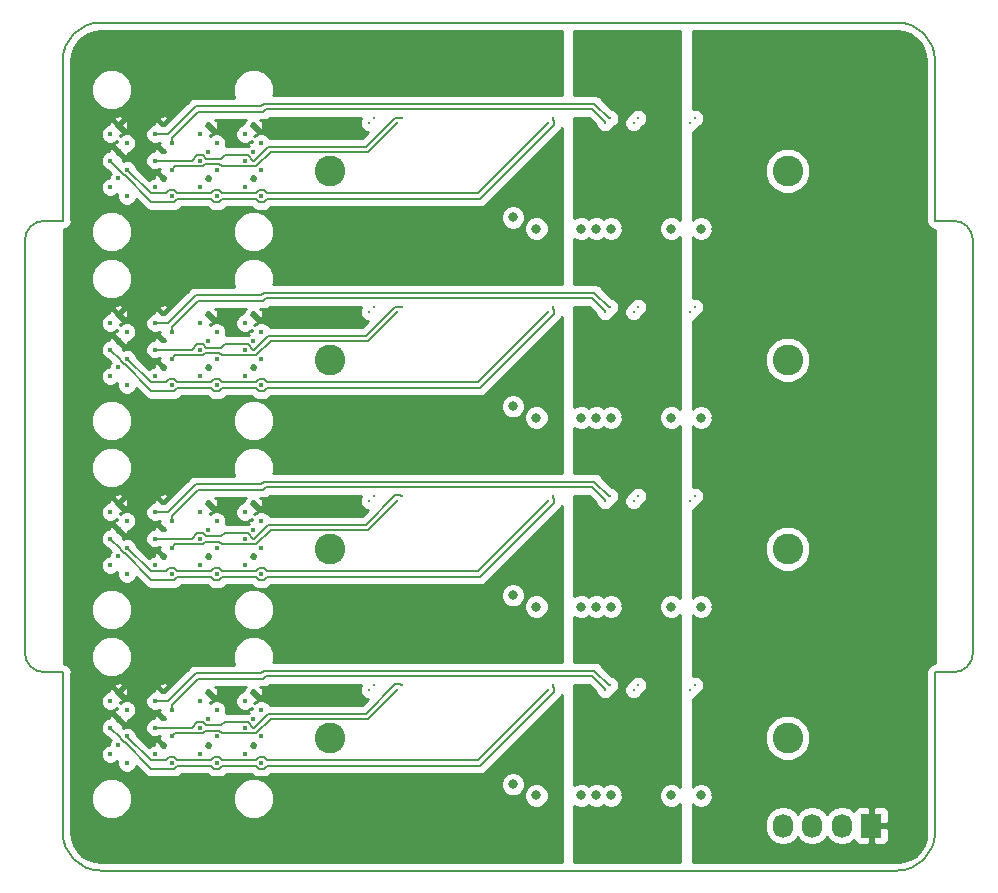
<source format=gbr>
%TF.GenerationSoftware,KiCad,Pcbnew,5.0.1-33cea8e~68~ubuntu18.10.1*%
%TF.CreationDate,2018-11-01T12:10:29-06:00*%
%TF.ProjectId,thelio-io-sas,7468656C696F2D696F2D7361732E6B69,rev?*%
%TF.SameCoordinates,Original*%
%TF.FileFunction,Copper,L3,Inr,Plane*%
%TF.FilePolarity,Positive*%
%FSLAX46Y46*%
G04 Gerber Fmt 4.6, Leading zero omitted, Abs format (unit mm)*
G04 Created by KiCad (PCBNEW 5.0.1-33cea8e~68~ubuntu18.10.1) date Thu Nov  1 12:10:29 2018*
%MOMM*%
%LPD*%
G01*
G04 APERTURE LIST*
%TA.AperFunction,NonConductor*%
%ADD10C,0.200000*%
%TD*%
%TA.AperFunction,NonConductor*%
%ADD11C,0.150000*%
%TD*%
%TA.AperFunction,ViaPad*%
%ADD12C,0.370000*%
%TD*%
%TA.AperFunction,WasherPad*%
%ADD13C,2.600000*%
%TD*%
%TA.AperFunction,ViaPad*%
%ADD14O,1.730000X2.030000*%
%TD*%
%TA.AperFunction,ViaPad*%
%ADD15R,1.730000X2.030000*%
%TD*%
%TA.AperFunction,ViaPad*%
%ADD16C,0.800000*%
%TD*%
%TA.AperFunction,ViaPad*%
%ADD17C,0.300000*%
%TD*%
%TA.AperFunction,Conductor*%
%ADD18C,0.200000*%
%TD*%
%TA.AperFunction,Conductor*%
%ADD19C,0.254000*%
%TD*%
G04 APERTURE END LIST*
D10*
X77050000Y-18400000D02*
X77050000Y-53400000D01*
X75450000Y-16800000D02*
G75*
G02X77050000Y-18400000I0J-1600000D01*
G01*
X73850000Y-16800000D02*
X75450000Y-16800000D01*
X73850000Y-55000000D02*
X75450000Y-55000000D01*
X77050000Y-53400000D02*
G75*
G02X75450000Y-55000000I-1600000J0D01*
G01*
X70650000Y0D02*
G75*
G02X73850000Y-3200000I0J-3200000D01*
G01*
D11*
X73850000Y-68600000D02*
G75*
G02X70650000Y-71800000I-3200000J0D01*
G01*
D10*
X73850000Y-16800000D02*
X73850000Y-3200000D01*
X73850000Y-55000000D02*
X73850000Y-68600000D01*
X-3200000Y-18400000D02*
G75*
G02X-1600000Y-16800000I1600000J0D01*
G01*
X0Y-16800000D02*
X-1600000Y-16800000D01*
X0Y-55000000D02*
X-1600000Y-55000000D01*
X-1600000Y-55000000D02*
G75*
G02X-3200000Y-53400000I0J1600000D01*
G01*
X-3200000Y-53400000D02*
X-3200000Y-18400000D01*
X0Y-16800000D02*
X0Y-3200000D01*
X0Y-55000000D02*
X0Y-68600000D01*
X3200000Y0D02*
X70650000Y0D01*
X0Y-3200000D02*
G75*
G02X3200000Y0I3200000J0D01*
G01*
X70650000Y-71800000D02*
X3200000Y-71800000D01*
X3200000Y-71800000D02*
G75*
G02X0Y-68600000I0J3200000D01*
G01*
D12*
%TO.N,/sas0/T1+*%
%TO.C,SAS0*%
X5420000Y-12450000D03*
%TO.N,GND*%
X4720000Y-13200000D03*
%TO.N,Net-(SAS0-PadA2)*%
X4020000Y-13950000D03*
%TO.N,Net-(SAS0-PadA1)*%
X5420000Y-14700000D03*
%TO.N,/sas0/T1-*%
X4020000Y-11700000D03*
%TO.N,/sas0/T3+*%
X5420000Y-10200000D03*
%TO.N,GND*%
X4720000Y-10950000D03*
X4720000Y-8700000D03*
%TO.N,/sas0/T3-*%
X4020000Y-9450000D03*
%TO.N,/sas0/WAKE*%
X7820000Y-13950000D03*
%TO.N,GND*%
X8520000Y-10950000D03*
%TO.N,Net-(SAS0-PadB1)*%
X9220000Y-14700000D03*
%TO.N,/sas0/T0+*%
X9220000Y-12450000D03*
%TO.N,GND*%
X8520000Y-8700000D03*
X8520000Y-13200000D03*
%TO.N,/sas0/T0-*%
X7820000Y-11700000D03*
%TO.N,/sas0/T2-*%
X7820000Y-9450000D03*
%TO.N,/sas0/T2+*%
X9220000Y-10200000D03*
%TO.N,/sas0/CLK+*%
X11620000Y-13950000D03*
%TO.N,GND*%
X12320000Y-10950000D03*
%TO.N,/sas0/RST*%
X13020000Y-14700000D03*
%TO.N,/sas0/R1+*%
X13020000Y-12450000D03*
%TO.N,GND*%
X12320000Y-8700000D03*
X12320000Y-13200000D03*
%TO.N,/sas0/R1-*%
X11620000Y-11700000D03*
%TO.N,/sas0/R3-*%
X11620000Y-9450000D03*
%TO.N,/sas0/R3+*%
X13020000Y-10200000D03*
%TO.N,/sas0/CLK-*%
X15420000Y-13950000D03*
%TO.N,GND*%
X16120000Y-10950000D03*
%TO.N,Net-(SAS0-PadD1)*%
X16820000Y-14700000D03*
%TO.N,/sas0/R0+*%
X16820000Y-12450000D03*
%TO.N,GND*%
X16120000Y-8700000D03*
X16120000Y-13200000D03*
%TO.N,/sas0/R0-*%
X15420000Y-11700000D03*
%TO.N,/sas0/R2-*%
X15420000Y-9450000D03*
%TO.N,/sas0/R2+*%
X16820000Y-10200000D03*
%TD*%
D13*
%TO.N,*%
%TO.C,U.2_0*%
X61365000Y-12560000D03*
X22635000Y-12560000D03*
%TD*%
D12*
%TO.N,/sas1/T1+*%
%TO.C,SAS1*%
X5420000Y-28450000D03*
%TO.N,GND*%
X4720000Y-29200000D03*
%TO.N,Net-(SAS1-PadA2)*%
X4020000Y-29950000D03*
%TO.N,Net-(SAS1-PadA1)*%
X5420000Y-30700000D03*
%TO.N,/sas1/T1-*%
X4020000Y-27700000D03*
%TO.N,/sas1/T3+*%
X5420000Y-26200000D03*
%TO.N,GND*%
X4720000Y-26950000D03*
X4720000Y-24700000D03*
%TO.N,/sas1/T3-*%
X4020000Y-25450000D03*
%TO.N,/sas1/WAKE*%
X7820000Y-29950000D03*
%TO.N,GND*%
X8520000Y-26950000D03*
%TO.N,Net-(SAS1-PadB1)*%
X9220000Y-30700000D03*
%TO.N,/sas1/T0+*%
X9220000Y-28450000D03*
%TO.N,GND*%
X8520000Y-24700000D03*
X8520000Y-29200000D03*
%TO.N,/sas1/T0-*%
X7820000Y-27700000D03*
%TO.N,/sas1/T2-*%
X7820000Y-25450000D03*
%TO.N,/sas1/T2+*%
X9220000Y-26200000D03*
%TO.N,/sas1/CLK+*%
X11620000Y-29950000D03*
%TO.N,GND*%
X12320000Y-26950000D03*
%TO.N,/sas1/RST*%
X13020000Y-30700000D03*
%TO.N,/sas1/R1+*%
X13020000Y-28450000D03*
%TO.N,GND*%
X12320000Y-24700000D03*
X12320000Y-29200000D03*
%TO.N,/sas1/R1-*%
X11620000Y-27700000D03*
%TO.N,/sas1/R3-*%
X11620000Y-25450000D03*
%TO.N,/sas1/R3+*%
X13020000Y-26200000D03*
%TO.N,/sas1/CLK-*%
X15420000Y-29950000D03*
%TO.N,GND*%
X16120000Y-26950000D03*
%TO.N,Net-(SAS1-PadD1)*%
X16820000Y-30700000D03*
%TO.N,/sas1/R0+*%
X16820000Y-28450000D03*
%TO.N,GND*%
X16120000Y-24700000D03*
X16120000Y-29200000D03*
%TO.N,/sas1/R0-*%
X15420000Y-27700000D03*
%TO.N,/sas1/R2-*%
X15420000Y-25450000D03*
%TO.N,/sas1/R2+*%
X16820000Y-26200000D03*
%TD*%
D13*
%TO.N,*%
%TO.C,U.2_1*%
X61365000Y-28560000D03*
X22635000Y-28560000D03*
%TD*%
D12*
%TO.N,/sas2/T1+*%
%TO.C,SAS2*%
X5420000Y-44450000D03*
%TO.N,GND*%
X4720000Y-45200000D03*
%TO.N,Net-(SAS2-PadA2)*%
X4020000Y-45950000D03*
%TO.N,Net-(SAS2-PadA1)*%
X5420000Y-46700000D03*
%TO.N,/sas2/T1-*%
X4020000Y-43700000D03*
%TO.N,/sas2/T3+*%
X5420000Y-42200000D03*
%TO.N,GND*%
X4720000Y-42950000D03*
X4720000Y-40700000D03*
%TO.N,/sas2/T3-*%
X4020000Y-41450000D03*
%TO.N,/sas2/WAKE*%
X7820000Y-45950000D03*
%TO.N,GND*%
X8520000Y-42950000D03*
%TO.N,Net-(SAS2-PadB1)*%
X9220000Y-46700000D03*
%TO.N,/sas2/T0+*%
X9220000Y-44450000D03*
%TO.N,GND*%
X8520000Y-40700000D03*
X8520000Y-45200000D03*
%TO.N,/sas2/T0-*%
X7820000Y-43700000D03*
%TO.N,/sas2/T2-*%
X7820000Y-41450000D03*
%TO.N,/sas2/T2+*%
X9220000Y-42200000D03*
%TO.N,/sas2/CLK+*%
X11620000Y-45950000D03*
%TO.N,GND*%
X12320000Y-42950000D03*
%TO.N,/sas2/RST*%
X13020000Y-46700000D03*
%TO.N,/sas2/R1+*%
X13020000Y-44450000D03*
%TO.N,GND*%
X12320000Y-40700000D03*
X12320000Y-45200000D03*
%TO.N,/sas2/R1-*%
X11620000Y-43700000D03*
%TO.N,/sas2/R3-*%
X11620000Y-41450000D03*
%TO.N,/sas2/R3+*%
X13020000Y-42200000D03*
%TO.N,/sas2/CLK-*%
X15420000Y-45950000D03*
%TO.N,GND*%
X16120000Y-42950000D03*
%TO.N,Net-(SAS2-PadD1)*%
X16820000Y-46700000D03*
%TO.N,/sas2/R0+*%
X16820000Y-44450000D03*
%TO.N,GND*%
X16120000Y-40700000D03*
X16120000Y-45200000D03*
%TO.N,/sas2/R0-*%
X15420000Y-43700000D03*
%TO.N,/sas2/R2-*%
X15420000Y-41450000D03*
%TO.N,/sas2/R2+*%
X16820000Y-42200000D03*
%TD*%
D13*
%TO.N,*%
%TO.C,U.2_2*%
X61365000Y-44560000D03*
X22635000Y-44560000D03*
%TD*%
D12*
%TO.N,/sas3/T1+*%
%TO.C,SAS3*%
X5420000Y-60450000D03*
%TO.N,GND*%
X4720000Y-61200000D03*
%TO.N,Net-(SAS3-PadA2)*%
X4020000Y-61950000D03*
%TO.N,Net-(SAS3-PadA1)*%
X5420000Y-62700000D03*
%TO.N,/sas3/T1-*%
X4020000Y-59700000D03*
%TO.N,/sas3/T3+*%
X5420000Y-58200000D03*
%TO.N,GND*%
X4720000Y-58950000D03*
X4720000Y-56700000D03*
%TO.N,/sas3/T3-*%
X4020000Y-57450000D03*
%TO.N,/sas3/WAKE*%
X7820000Y-61950000D03*
%TO.N,GND*%
X8520000Y-58950000D03*
%TO.N,Net-(SAS3-PadB1)*%
X9220000Y-62700000D03*
%TO.N,/sas3/T0+*%
X9220000Y-60450000D03*
%TO.N,GND*%
X8520000Y-56700000D03*
X8520000Y-61200000D03*
%TO.N,/sas3/T0-*%
X7820000Y-59700000D03*
%TO.N,/sas3/T2-*%
X7820000Y-57450000D03*
%TO.N,/sas3/T2+*%
X9220000Y-58200000D03*
%TO.N,/sas3/CLK+*%
X11620000Y-61950000D03*
%TO.N,GND*%
X12320000Y-58950000D03*
%TO.N,/sas3/RST*%
X13020000Y-62700000D03*
%TO.N,/sas3/R1+*%
X13020000Y-60450000D03*
%TO.N,GND*%
X12320000Y-56700000D03*
X12320000Y-61200000D03*
%TO.N,/sas3/R1-*%
X11620000Y-59700000D03*
%TO.N,/sas3/R3-*%
X11620000Y-57450000D03*
%TO.N,/sas3/R3+*%
X13020000Y-58200000D03*
%TO.N,/sas3/CLK-*%
X15420000Y-61950000D03*
%TO.N,GND*%
X16120000Y-58950000D03*
%TO.N,Net-(SAS3-PadD1)*%
X16820000Y-62700000D03*
%TO.N,/sas3/R0+*%
X16820000Y-60450000D03*
%TO.N,GND*%
X16120000Y-56700000D03*
X16120000Y-61200000D03*
%TO.N,/sas3/R0-*%
X15420000Y-59700000D03*
%TO.N,/sas3/R2-*%
X15420000Y-57450000D03*
%TO.N,/sas3/R2+*%
X16820000Y-58200000D03*
%TD*%
D14*
%TO.N,+5V*%
%TO.C,POWER0*%
X60960000Y-67990000D03*
%TO.N,GND*%
X63460000Y-67990000D03*
X65960000Y-67990000D03*
D15*
%TO.N,+12V*%
X68460000Y-67990000D03*
%TD*%
D13*
%TO.N,*%
%TO.C,U.2_3*%
X61365000Y-60560000D03*
X22635000Y-60560000D03*
%TD*%
D16*
%TO.N,GND*%
X51525000Y-49445000D03*
X46420000Y-49445000D03*
X43905000Y-49445000D03*
X54040000Y-49445000D03*
X45175000Y-49445000D03*
X51525000Y-33445000D03*
X46420000Y-33445000D03*
X43905000Y-33445000D03*
X54040000Y-33445000D03*
X45175000Y-33445000D03*
X51525000Y-17445000D03*
X46420000Y-17445000D03*
X43905000Y-17445000D03*
X54040000Y-17445000D03*
X45175000Y-17445000D03*
X43905000Y-65445000D03*
X54040000Y-65445000D03*
X45175000Y-65445000D03*
X46420000Y-65445000D03*
X51525000Y-65445000D03*
%TO.N,+12V*%
X55310000Y-49445000D03*
X56580000Y-49445000D03*
X57875000Y-49445000D03*
X55310000Y-33445000D03*
X56580000Y-33445000D03*
X57875000Y-33445000D03*
X55310000Y-17445000D03*
X56580000Y-17445000D03*
X57875000Y-17445000D03*
X55310000Y-65445000D03*
X57875000Y-65445000D03*
X56580000Y-65445000D03*
%TO.N,+5V*%
X50255000Y-49445000D03*
X48985000Y-49445000D03*
X47715000Y-49420000D03*
X50255000Y-33445000D03*
X48985000Y-33445000D03*
X47715000Y-33420000D03*
X50255000Y-17445000D03*
X48985000Y-17445000D03*
X47715000Y-17420000D03*
X50255000Y-65445000D03*
X48985000Y-65445000D03*
X47715000Y-65420000D03*
D17*
%TO.N,/sas3/T2+*%
X45925545Y-56494455D03*
%TO.N,/sas3/T2-*%
X46314455Y-56105545D03*
%TO.N,/sas3/T0-*%
X28714455Y-56105545D03*
%TO.N,/sas3/T0+*%
X28325545Y-56494455D03*
%TO.N,/sas3/T1-*%
X41514455Y-56105545D03*
%TO.N,/sas3/T1+*%
X41125545Y-56494455D03*
%TO.N,/sas3/R2+*%
X48714455Y-56105545D03*
%TO.N,/sas3/R2-*%
X48325545Y-56494455D03*
D16*
%TO.N,/sas3/RST*%
X38120000Y-64490000D03*
D17*
%TO.N,/sas3/R3-*%
X53125545Y-56494455D03*
%TO.N,/sas3/R3+*%
X53514455Y-56105545D03*
%TO.N,/sas3/CLK+*%
X25925545Y-56494455D03*
%TO.N,/sas3/CLK-*%
X26314455Y-56105545D03*
D16*
%TO.N,/sas3/WAKE*%
X40095000Y-65445000D03*
%TO.N,/sas0/RST*%
X38120000Y-16490000D03*
%TO.N,/sas0/WAKE*%
X40095000Y-17445000D03*
D17*
%TO.N,/sas0/R3+*%
X53514455Y-8105545D03*
%TO.N,/sas0/R3-*%
X53125545Y-8494455D03*
%TO.N,/sas0/R2+*%
X48714455Y-8105545D03*
%TO.N,/sas0/R2-*%
X48325545Y-8494455D03*
%TO.N,/sas0/T2-*%
X46314455Y-8105545D03*
%TO.N,/sas0/T2+*%
X45925545Y-8494455D03*
%TO.N,/sas0/T1-*%
X41514455Y-8105545D03*
%TO.N,/sas0/T1+*%
X41125545Y-8494455D03*
%TO.N,/sas0/T0-*%
X28714455Y-8105545D03*
%TO.N,/sas0/T0+*%
X28325545Y-8494455D03*
%TO.N,/sas0/CLK-*%
X26314455Y-8105545D03*
%TO.N,/sas0/CLK+*%
X25925545Y-8494455D03*
D16*
%TO.N,/sas1/RST*%
X38120000Y-32490000D03*
%TO.N,/sas1/WAKE*%
X40095000Y-33445000D03*
D17*
%TO.N,/sas1/R3+*%
X53514455Y-24105545D03*
%TO.N,/sas1/R3-*%
X53125545Y-24494455D03*
%TO.N,/sas1/R2+*%
X48714455Y-24105545D03*
%TO.N,/sas1/R2-*%
X48325545Y-24494455D03*
%TO.N,/sas1/T2-*%
X46314455Y-24105545D03*
%TO.N,/sas1/T2+*%
X45925545Y-24494455D03*
%TO.N,/sas1/T1-*%
X41514455Y-24105545D03*
%TO.N,/sas1/T1+*%
X41125545Y-24494455D03*
%TO.N,/sas1/T0-*%
X28714455Y-24105545D03*
%TO.N,/sas1/T0+*%
X28325545Y-24494455D03*
%TO.N,/sas1/CLK-*%
X26314455Y-24105545D03*
%TO.N,/sas1/CLK+*%
X25925545Y-24494455D03*
D16*
%TO.N,/sas2/RST*%
X38120000Y-48490000D03*
%TO.N,/sas2/WAKE*%
X40095000Y-49445000D03*
D17*
%TO.N,/sas2/R3+*%
X53514455Y-40105545D03*
%TO.N,/sas2/R3-*%
X53125545Y-40494455D03*
%TO.N,/sas2/R2+*%
X48714455Y-40105545D03*
%TO.N,/sas2/R2-*%
X48325545Y-40494455D03*
%TO.N,/sas2/T2-*%
X46314455Y-40105545D03*
%TO.N,/sas2/T2+*%
X45925545Y-40494455D03*
%TO.N,/sas2/T1-*%
X41514455Y-40105545D03*
%TO.N,/sas2/T1+*%
X41125545Y-40494455D03*
%TO.N,/sas2/T0-*%
X28714455Y-40105545D03*
%TO.N,/sas2/T0+*%
X28325545Y-40494455D03*
%TO.N,/sas2/CLK-*%
X26314455Y-40105545D03*
%TO.N,/sas2/CLK+*%
X25925545Y-40494455D03*
%TD*%
D18*
%TO.N,/sas3/T2+*%
X45925545Y-56494455D02*
X45925545Y-56423744D01*
X45925545Y-56423744D02*
X44826801Y-55325000D01*
X9220000Y-57768199D02*
X9220000Y-58200000D01*
X11438207Y-55549992D02*
X9220000Y-57768199D01*
X17203385Y-55325000D02*
X16978393Y-55549992D01*
X16978393Y-55549992D02*
X11438207Y-55549992D01*
X44826801Y-55325000D02*
X17203385Y-55325000D01*
%TO.N,/sas3/T2-*%
X46314455Y-56105545D02*
X46243744Y-56105545D01*
X46243744Y-56105545D02*
X45013199Y-54875000D01*
X45013199Y-54875000D02*
X17017002Y-54875000D01*
X17017002Y-54875000D02*
X16792001Y-55100001D01*
X16792001Y-55100001D02*
X11251800Y-55100001D01*
X11251800Y-55100001D02*
X8901801Y-57450000D01*
X8901801Y-57450000D02*
X7820000Y-57450000D01*
%TO.N,/sas3/T0-*%
X25673593Y-58510008D02*
X17405807Y-58510008D01*
X28541546Y-56044454D02*
X28139147Y-56044454D01*
X28602637Y-56105545D02*
X28541546Y-56044454D01*
X13739202Y-59214999D02*
X13439193Y-59515008D01*
X28139147Y-56044454D02*
X25673593Y-58510008D01*
X17405807Y-58510008D02*
X16215815Y-59700000D01*
X13439193Y-59515008D02*
X12152810Y-59515008D01*
X16215815Y-59700000D02*
X16137802Y-59700000D01*
X10902198Y-59700000D02*
X9520000Y-59700000D01*
X16137802Y-59700000D02*
X15652801Y-59214999D01*
X28714455Y-56105545D02*
X28602637Y-56105545D01*
X15652801Y-59214999D02*
X13739202Y-59214999D01*
X11387199Y-59214999D02*
X10902198Y-59700000D01*
X12152810Y-59515008D02*
X11852801Y-59214999D01*
X11852801Y-59214999D02*
X11387199Y-59214999D01*
X9520000Y-59700000D02*
X7820000Y-59700000D01*
%TO.N,/sas3/T0+*%
X9520000Y-60150000D02*
X9220000Y-60450000D01*
X12072803Y-59964999D02*
X11852801Y-60185001D01*
X13472803Y-60185001D02*
X13252801Y-59964999D01*
X16367197Y-60185001D02*
X13472803Y-60185001D01*
X25860001Y-58959999D02*
X17592199Y-58959999D01*
X11852801Y-60185001D02*
X11387199Y-60185001D01*
X28325545Y-56494455D02*
X25860001Y-58959999D01*
X11352198Y-60150000D02*
X9520000Y-60150000D01*
X13252801Y-59964999D02*
X12072803Y-59964999D01*
X17592199Y-58959999D02*
X16367197Y-60185001D01*
X11387199Y-60185001D02*
X11352198Y-60150000D01*
%TO.N,/sas3/T1-*%
X41575546Y-56680852D02*
X35331398Y-62925000D01*
X41575546Y-56278454D02*
X41575546Y-56680852D01*
X41514455Y-56105545D02*
X41514455Y-56217363D01*
X41514455Y-56217363D02*
X41575546Y-56278454D01*
X16327198Y-62925000D02*
X13512802Y-62925000D01*
X13252801Y-63185001D02*
X12787199Y-63185001D01*
X16587199Y-63185001D02*
X16327198Y-62925000D01*
X17052801Y-63185001D02*
X16587199Y-63185001D01*
X12787199Y-63185001D02*
X12527198Y-62925000D01*
X35331398Y-62925000D02*
X17312802Y-62925000D01*
X12527198Y-62925000D02*
X9712802Y-62925000D01*
X13512802Y-62925000D02*
X13252801Y-63185001D01*
X17312802Y-62925000D02*
X17052801Y-63185001D01*
X7505001Y-63185001D02*
X5255001Y-60935001D01*
X5187199Y-60935001D02*
X4934999Y-60682801D01*
X9712802Y-62925000D02*
X9452801Y-63185001D01*
X9452801Y-63185001D02*
X7505001Y-63185001D01*
X5255001Y-60935001D02*
X5187199Y-60935001D01*
X4934999Y-60682801D02*
X4934999Y-60614999D01*
X4934999Y-60614999D02*
X4020000Y-59700000D01*
%TO.N,/sas3/T1+*%
X41125545Y-56494455D02*
X35145000Y-62475000D01*
X8727198Y-62475000D02*
X7431397Y-62475000D01*
X12527198Y-62475000D02*
X9712802Y-62475000D01*
X12787199Y-62214999D02*
X12527198Y-62475000D01*
X13512802Y-62475000D02*
X13252801Y-62214999D01*
X17052801Y-62214999D02*
X16587199Y-62214999D01*
X7431397Y-62475000D02*
X5420000Y-60463603D01*
X17312802Y-62475000D02*
X17052801Y-62214999D01*
X8987199Y-62214999D02*
X8727198Y-62475000D01*
X9712802Y-62475000D02*
X9452801Y-62214999D01*
X16587199Y-62214999D02*
X16327198Y-62475000D01*
X13252801Y-62214999D02*
X12787199Y-62214999D01*
X5420000Y-60463603D02*
X5420000Y-60450000D01*
X9452801Y-62214999D02*
X8987199Y-62214999D01*
X16327198Y-62475000D02*
X13512802Y-62475000D01*
X35145000Y-62475000D02*
X17312802Y-62475000D01*
%TO.N,/sas0/T2-*%
X46243744Y-8105545D02*
X45013199Y-6875000D01*
X16792001Y-7100001D02*
X11251800Y-7100001D01*
X46314455Y-8105545D02*
X46243744Y-8105545D01*
X8901801Y-9450000D02*
X7820000Y-9450000D01*
X11251800Y-7100001D02*
X8901801Y-9450000D01*
X45013199Y-6875000D02*
X17017002Y-6875000D01*
X17017002Y-6875000D02*
X16792001Y-7100001D01*
%TO.N,/sas0/T2+*%
X11438207Y-7549992D02*
X9220000Y-9768199D01*
X45925545Y-8494455D02*
X45925545Y-8423744D01*
X17203385Y-7325000D02*
X16978393Y-7549992D01*
X45925545Y-8423744D02*
X44826801Y-7325000D01*
X44826801Y-7325000D02*
X17203385Y-7325000D01*
X9220000Y-9768199D02*
X9220000Y-10200000D01*
X16978393Y-7549992D02*
X11438207Y-7549992D01*
%TO.N,/sas0/T1-*%
X12787199Y-15185001D02*
X12527198Y-14925000D01*
X7505001Y-15185001D02*
X5255001Y-12935001D01*
X16327198Y-14925000D02*
X13512802Y-14925000D01*
X13252801Y-15185001D02*
X12787199Y-15185001D01*
X16587199Y-15185001D02*
X16327198Y-14925000D01*
X13512802Y-14925000D02*
X13252801Y-15185001D01*
X17312802Y-14925000D02*
X17052801Y-15185001D01*
X35331398Y-14925000D02*
X17312802Y-14925000D01*
X12527198Y-14925000D02*
X9712802Y-14925000D01*
X41575546Y-8680852D02*
X35331398Y-14925000D01*
X5187199Y-12935001D02*
X4934999Y-12682801D01*
X4934999Y-12682801D02*
X4934999Y-12614999D01*
X4934999Y-12614999D02*
X4020000Y-11700000D01*
X9712802Y-14925000D02*
X9452801Y-15185001D01*
X41514455Y-8105545D02*
X41514455Y-8217363D01*
X5255001Y-12935001D02*
X5187199Y-12935001D01*
X9452801Y-15185001D02*
X7505001Y-15185001D01*
X17052801Y-15185001D02*
X16587199Y-15185001D01*
X41514455Y-8217363D02*
X41575546Y-8278454D01*
X41575546Y-8278454D02*
X41575546Y-8680852D01*
%TO.N,/sas0/T1+*%
X9712802Y-14475000D02*
X9452801Y-14214999D01*
X16587199Y-14214999D02*
X16327198Y-14475000D01*
X17312802Y-14475000D02*
X17052801Y-14214999D01*
X17052801Y-14214999D02*
X16587199Y-14214999D01*
X13512802Y-14475000D02*
X13252801Y-14214999D01*
X13252801Y-14214999D02*
X12787199Y-14214999D01*
X8727198Y-14475000D02*
X7431397Y-14475000D01*
X35145000Y-14475000D02*
X17312802Y-14475000D01*
X5420000Y-12463603D02*
X5420000Y-12450000D01*
X12787199Y-14214999D02*
X12527198Y-14475000D01*
X16327198Y-14475000D02*
X13512802Y-14475000D01*
X12527198Y-14475000D02*
X9712802Y-14475000D01*
X41125545Y-8494455D02*
X35145000Y-14475000D01*
X9452801Y-14214999D02*
X8987199Y-14214999D01*
X7431397Y-14475000D02*
X5420000Y-12463603D01*
X8987199Y-14214999D02*
X8727198Y-14475000D01*
%TO.N,/sas0/T0-*%
X9520000Y-11700000D02*
X7820000Y-11700000D01*
X16137802Y-11700000D02*
X15652801Y-11214999D01*
X28714455Y-8105545D02*
X28602637Y-8105545D01*
X28139147Y-8044454D02*
X25673593Y-10510008D01*
X17405807Y-10510008D02*
X16215815Y-11700000D01*
X28602637Y-8105545D02*
X28541546Y-8044454D01*
X13739202Y-11214999D02*
X13439193Y-11515008D01*
X25673593Y-10510008D02*
X17405807Y-10510008D01*
X28541546Y-8044454D02*
X28139147Y-8044454D01*
X15652801Y-11214999D02*
X13739202Y-11214999D01*
X11387199Y-11214999D02*
X10902198Y-11700000D01*
X10902198Y-11700000D02*
X9520000Y-11700000D01*
X11852801Y-11214999D02*
X11387199Y-11214999D01*
X12152810Y-11515008D02*
X11852801Y-11214999D01*
X13439193Y-11515008D02*
X12152810Y-11515008D01*
X16215815Y-11700000D02*
X16137802Y-11700000D01*
%TO.N,/sas0/T0+*%
X17592199Y-10959999D02*
X16367197Y-12185001D01*
X16367197Y-12185001D02*
X13472803Y-12185001D01*
X11852801Y-12185001D02*
X11387199Y-12185001D01*
X12072803Y-11964999D02*
X11852801Y-12185001D01*
X11352198Y-12150000D02*
X9520000Y-12150000D01*
X9520000Y-12150000D02*
X9220000Y-12450000D01*
X28325545Y-8494455D02*
X25860001Y-10959999D01*
X13252801Y-11964999D02*
X12072803Y-11964999D01*
X13472803Y-12185001D02*
X13252801Y-11964999D01*
X25860001Y-10959999D02*
X17592199Y-10959999D01*
X11387199Y-12185001D02*
X11352198Y-12150000D01*
%TO.N,/sas1/T2-*%
X46243744Y-24105545D02*
X45013199Y-22875000D01*
X16792001Y-23100001D02*
X11251800Y-23100001D01*
X46314455Y-24105545D02*
X46243744Y-24105545D01*
X8901801Y-25450000D02*
X7820000Y-25450000D01*
X11251800Y-23100001D02*
X8901801Y-25450000D01*
X45013199Y-22875000D02*
X17017002Y-22875000D01*
X17017002Y-22875000D02*
X16792001Y-23100001D01*
%TO.N,/sas1/T2+*%
X11438207Y-23549992D02*
X9220000Y-25768199D01*
X45925545Y-24494455D02*
X45925545Y-24423744D01*
X17203385Y-23325000D02*
X16978393Y-23549992D01*
X45925545Y-24423744D02*
X44826801Y-23325000D01*
X44826801Y-23325000D02*
X17203385Y-23325000D01*
X9220000Y-25768199D02*
X9220000Y-26200000D01*
X16978393Y-23549992D02*
X11438207Y-23549992D01*
%TO.N,/sas1/T1-*%
X12787199Y-31185001D02*
X12527198Y-30925000D01*
X7505001Y-31185001D02*
X5255001Y-28935001D01*
X16327198Y-30925000D02*
X13512802Y-30925000D01*
X13252801Y-31185001D02*
X12787199Y-31185001D01*
X16587199Y-31185001D02*
X16327198Y-30925000D01*
X13512802Y-30925000D02*
X13252801Y-31185001D01*
X17312802Y-30925000D02*
X17052801Y-31185001D01*
X35331398Y-30925000D02*
X17312802Y-30925000D01*
X12527198Y-30925000D02*
X9712802Y-30925000D01*
X41575546Y-24680852D02*
X35331398Y-30925000D01*
X5187199Y-28935001D02*
X4934999Y-28682801D01*
X4934999Y-28682801D02*
X4934999Y-28614999D01*
X4934999Y-28614999D02*
X4020000Y-27700000D01*
X9712802Y-30925000D02*
X9452801Y-31185001D01*
X41514455Y-24105545D02*
X41514455Y-24217363D01*
X5255001Y-28935001D02*
X5187199Y-28935001D01*
X9452801Y-31185001D02*
X7505001Y-31185001D01*
X17052801Y-31185001D02*
X16587199Y-31185001D01*
X41514455Y-24217363D02*
X41575546Y-24278454D01*
X41575546Y-24278454D02*
X41575546Y-24680852D01*
%TO.N,/sas1/T1+*%
X9712802Y-30475000D02*
X9452801Y-30214999D01*
X16587199Y-30214999D02*
X16327198Y-30475000D01*
X17312802Y-30475000D02*
X17052801Y-30214999D01*
X17052801Y-30214999D02*
X16587199Y-30214999D01*
X13512802Y-30475000D02*
X13252801Y-30214999D01*
X13252801Y-30214999D02*
X12787199Y-30214999D01*
X8727198Y-30475000D02*
X7431397Y-30475000D01*
X35145000Y-30475000D02*
X17312802Y-30475000D01*
X5420000Y-28463603D02*
X5420000Y-28450000D01*
X12787199Y-30214999D02*
X12527198Y-30475000D01*
X16327198Y-30475000D02*
X13512802Y-30475000D01*
X12527198Y-30475000D02*
X9712802Y-30475000D01*
X41125545Y-24494455D02*
X35145000Y-30475000D01*
X9452801Y-30214999D02*
X8987199Y-30214999D01*
X7431397Y-30475000D02*
X5420000Y-28463603D01*
X8987199Y-30214999D02*
X8727198Y-30475000D01*
%TO.N,/sas1/T0-*%
X9520000Y-27700000D02*
X7820000Y-27700000D01*
X16137802Y-27700000D02*
X15652801Y-27214999D01*
X28714455Y-24105545D02*
X28602637Y-24105545D01*
X28139147Y-24044454D02*
X25673593Y-26510008D01*
X17405807Y-26510008D02*
X16215815Y-27700000D01*
X28602637Y-24105545D02*
X28541546Y-24044454D01*
X13739202Y-27214999D02*
X13439193Y-27515008D01*
X25673593Y-26510008D02*
X17405807Y-26510008D01*
X28541546Y-24044454D02*
X28139147Y-24044454D01*
X15652801Y-27214999D02*
X13739202Y-27214999D01*
X11387199Y-27214999D02*
X10902198Y-27700000D01*
X10902198Y-27700000D02*
X9520000Y-27700000D01*
X11852801Y-27214999D02*
X11387199Y-27214999D01*
X12152810Y-27515008D02*
X11852801Y-27214999D01*
X13439193Y-27515008D02*
X12152810Y-27515008D01*
X16215815Y-27700000D02*
X16137802Y-27700000D01*
%TO.N,/sas1/T0+*%
X17592199Y-26959999D02*
X16367197Y-28185001D01*
X16367197Y-28185001D02*
X13472803Y-28185001D01*
X11852801Y-28185001D02*
X11387199Y-28185001D01*
X12072803Y-27964999D02*
X11852801Y-28185001D01*
X11352198Y-28150000D02*
X9520000Y-28150000D01*
X9520000Y-28150000D02*
X9220000Y-28450000D01*
X28325545Y-24494455D02*
X25860001Y-26959999D01*
X13252801Y-27964999D02*
X12072803Y-27964999D01*
X13472803Y-28185001D02*
X13252801Y-27964999D01*
X25860001Y-26959999D02*
X17592199Y-26959999D01*
X11387199Y-28185001D02*
X11352198Y-28150000D01*
%TO.N,/sas2/T2-*%
X46243744Y-40105545D02*
X45013199Y-38875000D01*
X16792001Y-39100001D02*
X11251800Y-39100001D01*
X46314455Y-40105545D02*
X46243744Y-40105545D01*
X8901801Y-41450000D02*
X7820000Y-41450000D01*
X11251800Y-39100001D02*
X8901801Y-41450000D01*
X45013199Y-38875000D02*
X17017002Y-38875000D01*
X17017002Y-38875000D02*
X16792001Y-39100001D01*
%TO.N,/sas2/T2+*%
X11438207Y-39549992D02*
X9220000Y-41768199D01*
X45925545Y-40494455D02*
X45925545Y-40423744D01*
X17203385Y-39325000D02*
X16978393Y-39549992D01*
X45925545Y-40423744D02*
X44826801Y-39325000D01*
X44826801Y-39325000D02*
X17203385Y-39325000D01*
X9220000Y-41768199D02*
X9220000Y-42200000D01*
X16978393Y-39549992D02*
X11438207Y-39549992D01*
%TO.N,/sas2/T1-*%
X12787199Y-47185001D02*
X12527198Y-46925000D01*
X7505001Y-47185001D02*
X5255001Y-44935001D01*
X16327198Y-46925000D02*
X13512802Y-46925000D01*
X13252801Y-47185001D02*
X12787199Y-47185001D01*
X16587199Y-47185001D02*
X16327198Y-46925000D01*
X13512802Y-46925000D02*
X13252801Y-47185001D01*
X17312802Y-46925000D02*
X17052801Y-47185001D01*
X35331398Y-46925000D02*
X17312802Y-46925000D01*
X12527198Y-46925000D02*
X9712802Y-46925000D01*
X41575546Y-40680852D02*
X35331398Y-46925000D01*
X5187199Y-44935001D02*
X4934999Y-44682801D01*
X4934999Y-44682801D02*
X4934999Y-44614999D01*
X4934999Y-44614999D02*
X4020000Y-43700000D01*
X9712802Y-46925000D02*
X9452801Y-47185001D01*
X41514455Y-40105545D02*
X41514455Y-40217363D01*
X5255001Y-44935001D02*
X5187199Y-44935001D01*
X9452801Y-47185001D02*
X7505001Y-47185001D01*
X17052801Y-47185001D02*
X16587199Y-47185001D01*
X41514455Y-40217363D02*
X41575546Y-40278454D01*
X41575546Y-40278454D02*
X41575546Y-40680852D01*
%TO.N,/sas2/T1+*%
X9712802Y-46475000D02*
X9452801Y-46214999D01*
X16587199Y-46214999D02*
X16327198Y-46475000D01*
X17312802Y-46475000D02*
X17052801Y-46214999D01*
X17052801Y-46214999D02*
X16587199Y-46214999D01*
X13512802Y-46475000D02*
X13252801Y-46214999D01*
X13252801Y-46214999D02*
X12787199Y-46214999D01*
X8727198Y-46475000D02*
X7431397Y-46475000D01*
X35145000Y-46475000D02*
X17312802Y-46475000D01*
X5420000Y-44463603D02*
X5420000Y-44450000D01*
X12787199Y-46214999D02*
X12527198Y-46475000D01*
X16327198Y-46475000D02*
X13512802Y-46475000D01*
X12527198Y-46475000D02*
X9712802Y-46475000D01*
X41125545Y-40494455D02*
X35145000Y-46475000D01*
X9452801Y-46214999D02*
X8987199Y-46214999D01*
X7431397Y-46475000D02*
X5420000Y-44463603D01*
X8987199Y-46214999D02*
X8727198Y-46475000D01*
%TO.N,/sas2/T0-*%
X9520000Y-43700000D02*
X7820000Y-43700000D01*
X16137802Y-43700000D02*
X15652801Y-43214999D01*
X28714455Y-40105545D02*
X28602637Y-40105545D01*
X28139147Y-40044454D02*
X25673593Y-42510008D01*
X17405807Y-42510008D02*
X16215815Y-43700000D01*
X28602637Y-40105545D02*
X28541546Y-40044454D01*
X13739202Y-43214999D02*
X13439193Y-43515008D01*
X25673593Y-42510008D02*
X17405807Y-42510008D01*
X28541546Y-40044454D02*
X28139147Y-40044454D01*
X15652801Y-43214999D02*
X13739202Y-43214999D01*
X11387199Y-43214999D02*
X10902198Y-43700000D01*
X10902198Y-43700000D02*
X9520000Y-43700000D01*
X11852801Y-43214999D02*
X11387199Y-43214999D01*
X12152810Y-43515008D02*
X11852801Y-43214999D01*
X13439193Y-43515008D02*
X12152810Y-43515008D01*
X16215815Y-43700000D02*
X16137802Y-43700000D01*
%TO.N,/sas2/T0+*%
X17592199Y-42959999D02*
X16367197Y-44185001D01*
X16367197Y-44185001D02*
X13472803Y-44185001D01*
X11852801Y-44185001D02*
X11387199Y-44185001D01*
X12072803Y-43964999D02*
X11852801Y-44185001D01*
X11352198Y-44150000D02*
X9520000Y-44150000D01*
X9520000Y-44150000D02*
X9220000Y-44450000D01*
X28325545Y-40494455D02*
X25860001Y-42959999D01*
X13252801Y-43964999D02*
X12072803Y-43964999D01*
X13472803Y-44185001D02*
X13252801Y-43964999D01*
X25860001Y-42959999D02*
X17592199Y-42959999D01*
X11387199Y-44185001D02*
X11352198Y-44150000D01*
%TD*%
D19*
%TO.N,+12V*%
G36*
X71195092Y-800751D02*
X71713100Y-981140D01*
X72178266Y-1271808D01*
X72567474Y-1658308D01*
X72861386Y-2121438D01*
X73045383Y-2638164D01*
X73115001Y-3221993D01*
X73115000Y-16727612D01*
X73100601Y-16800000D01*
X73157646Y-17086783D01*
X73267161Y-17250683D01*
X73320095Y-17329905D01*
X73563217Y-17492354D01*
X73850000Y-17549399D01*
X73873000Y-17544824D01*
X73873000Y-54255176D01*
X73850000Y-54250601D01*
X73777612Y-54265000D01*
X73563217Y-54307646D01*
X73320095Y-54470095D01*
X73157646Y-54713217D01*
X73100601Y-55000000D01*
X73115000Y-55072388D01*
X73115001Y-68672388D01*
X73122947Y-68712336D01*
X73073780Y-69150669D01*
X72891548Y-69673969D01*
X72597909Y-70143890D01*
X72207451Y-70537083D01*
X71739593Y-70833995D01*
X71217576Y-71019877D01*
X70766155Y-71073706D01*
X70722388Y-71065000D01*
X53327000Y-71065000D01*
X53327000Y-67692268D01*
X59460000Y-67692268D01*
X59460000Y-68287733D01*
X59547032Y-68725271D01*
X59878561Y-69221439D01*
X60374730Y-69552968D01*
X60960000Y-69669386D01*
X61545271Y-69552968D01*
X62041439Y-69221439D01*
X62210000Y-68969169D01*
X62378561Y-69221439D01*
X62874730Y-69552968D01*
X63460000Y-69669386D01*
X64045271Y-69552968D01*
X64541439Y-69221439D01*
X64710000Y-68969169D01*
X64878561Y-69221439D01*
X65374730Y-69552968D01*
X65960000Y-69669386D01*
X66545271Y-69552968D01*
X67006894Y-69244521D01*
X67056673Y-69364698D01*
X67235301Y-69543327D01*
X67468690Y-69640000D01*
X68174250Y-69640000D01*
X68333000Y-69481250D01*
X68333000Y-68117000D01*
X68587000Y-68117000D01*
X68587000Y-69481250D01*
X68745750Y-69640000D01*
X69451310Y-69640000D01*
X69684699Y-69543327D01*
X69863327Y-69364698D01*
X69960000Y-69131309D01*
X69960000Y-68275750D01*
X69801250Y-68117000D01*
X68587000Y-68117000D01*
X68333000Y-68117000D01*
X68313000Y-68117000D01*
X68313000Y-67863000D01*
X68333000Y-67863000D01*
X68333000Y-66498750D01*
X68587000Y-66498750D01*
X68587000Y-67863000D01*
X69801250Y-67863000D01*
X69960000Y-67704250D01*
X69960000Y-66848691D01*
X69863327Y-66615302D01*
X69684699Y-66436673D01*
X69451310Y-66340000D01*
X68745750Y-66340000D01*
X68587000Y-66498750D01*
X68333000Y-66498750D01*
X68174250Y-66340000D01*
X67468690Y-66340000D01*
X67235301Y-66436673D01*
X67056673Y-66615302D01*
X67006894Y-66735479D01*
X66545270Y-66427032D01*
X65960000Y-66310614D01*
X65374729Y-66427032D01*
X64878561Y-66758561D01*
X64710000Y-67010831D01*
X64541439Y-66758561D01*
X64045270Y-66427032D01*
X63460000Y-66310614D01*
X62874729Y-66427032D01*
X62378561Y-66758561D01*
X62210000Y-67010831D01*
X62041439Y-66758561D01*
X61545270Y-66427032D01*
X60960000Y-66310614D01*
X60374729Y-66427032D01*
X59878561Y-66758561D01*
X59547032Y-67254730D01*
X59460000Y-67692268D01*
X53327000Y-67692268D01*
X53327000Y-66195711D01*
X53453720Y-66322431D01*
X53834126Y-66480000D01*
X54245874Y-66480000D01*
X54626280Y-66322431D01*
X54917431Y-66031280D01*
X55075000Y-65650874D01*
X55075000Y-65239126D01*
X54917431Y-64858720D01*
X54626280Y-64567569D01*
X54245874Y-64410000D01*
X53834126Y-64410000D01*
X53453720Y-64567569D01*
X53327000Y-64694289D01*
X53327000Y-60175105D01*
X59430000Y-60175105D01*
X59430000Y-60944895D01*
X59724586Y-61656090D01*
X60268910Y-62200414D01*
X60980105Y-62495000D01*
X61749895Y-62495000D01*
X62461090Y-62200414D01*
X63005414Y-61656090D01*
X63300000Y-60944895D01*
X63300000Y-60175105D01*
X63005414Y-59463910D01*
X62461090Y-58919586D01*
X61749895Y-58625000D01*
X60980105Y-58625000D01*
X60268910Y-58919586D01*
X59724586Y-59463910D01*
X59430000Y-60175105D01*
X53327000Y-60175105D01*
X53327000Y-57260687D01*
X53570212Y-57159946D01*
X53791036Y-56939122D01*
X53840267Y-56820267D01*
X53959122Y-56771036D01*
X54179946Y-56550212D01*
X54299455Y-56261691D01*
X54299455Y-55949399D01*
X54179946Y-55660878D01*
X53959122Y-55440054D01*
X53670601Y-55320545D01*
X53358309Y-55320545D01*
X53327000Y-55333514D01*
X53327000Y-50195711D01*
X53453720Y-50322431D01*
X53834126Y-50480000D01*
X54245874Y-50480000D01*
X54626280Y-50322431D01*
X54917431Y-50031280D01*
X55075000Y-49650874D01*
X55075000Y-49239126D01*
X54917431Y-48858720D01*
X54626280Y-48567569D01*
X54245874Y-48410000D01*
X53834126Y-48410000D01*
X53453720Y-48567569D01*
X53327000Y-48694289D01*
X53327000Y-44175105D01*
X59430000Y-44175105D01*
X59430000Y-44944895D01*
X59724586Y-45656090D01*
X60268910Y-46200414D01*
X60980105Y-46495000D01*
X61749895Y-46495000D01*
X62461090Y-46200414D01*
X63005414Y-45656090D01*
X63300000Y-44944895D01*
X63300000Y-44175105D01*
X63005414Y-43463910D01*
X62461090Y-42919586D01*
X61749895Y-42625000D01*
X60980105Y-42625000D01*
X60268910Y-42919586D01*
X59724586Y-43463910D01*
X59430000Y-44175105D01*
X53327000Y-44175105D01*
X53327000Y-41260687D01*
X53570212Y-41159946D01*
X53791036Y-40939122D01*
X53840267Y-40820267D01*
X53959122Y-40771036D01*
X54179946Y-40550212D01*
X54299455Y-40261691D01*
X54299455Y-39949399D01*
X54179946Y-39660878D01*
X53959122Y-39440054D01*
X53670601Y-39320545D01*
X53358309Y-39320545D01*
X53327000Y-39333514D01*
X53327000Y-34195711D01*
X53453720Y-34322431D01*
X53834126Y-34480000D01*
X54245874Y-34480000D01*
X54626280Y-34322431D01*
X54917431Y-34031280D01*
X55075000Y-33650874D01*
X55075000Y-33239126D01*
X54917431Y-32858720D01*
X54626280Y-32567569D01*
X54245874Y-32410000D01*
X53834126Y-32410000D01*
X53453720Y-32567569D01*
X53327000Y-32694289D01*
X53327000Y-28175105D01*
X59430000Y-28175105D01*
X59430000Y-28944895D01*
X59724586Y-29656090D01*
X60268910Y-30200414D01*
X60980105Y-30495000D01*
X61749895Y-30495000D01*
X62461090Y-30200414D01*
X63005414Y-29656090D01*
X63300000Y-28944895D01*
X63300000Y-28175105D01*
X63005414Y-27463910D01*
X62461090Y-26919586D01*
X61749895Y-26625000D01*
X60980105Y-26625000D01*
X60268910Y-26919586D01*
X59724586Y-27463910D01*
X59430000Y-28175105D01*
X53327000Y-28175105D01*
X53327000Y-25260687D01*
X53570212Y-25159946D01*
X53791036Y-24939122D01*
X53840267Y-24820267D01*
X53959122Y-24771036D01*
X54179946Y-24550212D01*
X54299455Y-24261691D01*
X54299455Y-23949399D01*
X54179946Y-23660878D01*
X53959122Y-23440054D01*
X53670601Y-23320545D01*
X53358309Y-23320545D01*
X53327000Y-23333514D01*
X53327000Y-18195711D01*
X53453720Y-18322431D01*
X53834126Y-18480000D01*
X54245874Y-18480000D01*
X54626280Y-18322431D01*
X54917431Y-18031280D01*
X55075000Y-17650874D01*
X55075000Y-17239126D01*
X54917431Y-16858720D01*
X54626280Y-16567569D01*
X54245874Y-16410000D01*
X53834126Y-16410000D01*
X53453720Y-16567569D01*
X53327000Y-16694289D01*
X53327000Y-12175105D01*
X59430000Y-12175105D01*
X59430000Y-12944895D01*
X59724586Y-13656090D01*
X60268910Y-14200414D01*
X60980105Y-14495000D01*
X61749895Y-14495000D01*
X62461090Y-14200414D01*
X63005414Y-13656090D01*
X63300000Y-12944895D01*
X63300000Y-12175105D01*
X63005414Y-11463910D01*
X62461090Y-10919586D01*
X61749895Y-10625000D01*
X60980105Y-10625000D01*
X60268910Y-10919586D01*
X59724586Y-11463910D01*
X59430000Y-12175105D01*
X53327000Y-12175105D01*
X53327000Y-9260687D01*
X53570212Y-9159946D01*
X53791036Y-8939122D01*
X53840267Y-8820267D01*
X53959122Y-8771036D01*
X54179946Y-8550212D01*
X54299455Y-8261691D01*
X54299455Y-7949399D01*
X54179946Y-7660878D01*
X53959122Y-7440054D01*
X53670601Y-7320545D01*
X53358309Y-7320545D01*
X53327000Y-7333514D01*
X53327000Y-735000D01*
X70608911Y-735000D01*
X71195092Y-800751D01*
X71195092Y-800751D01*
G37*
X71195092Y-800751D02*
X71713100Y-981140D01*
X72178266Y-1271808D01*
X72567474Y-1658308D01*
X72861386Y-2121438D01*
X73045383Y-2638164D01*
X73115001Y-3221993D01*
X73115000Y-16727612D01*
X73100601Y-16800000D01*
X73157646Y-17086783D01*
X73267161Y-17250683D01*
X73320095Y-17329905D01*
X73563217Y-17492354D01*
X73850000Y-17549399D01*
X73873000Y-17544824D01*
X73873000Y-54255176D01*
X73850000Y-54250601D01*
X73777612Y-54265000D01*
X73563217Y-54307646D01*
X73320095Y-54470095D01*
X73157646Y-54713217D01*
X73100601Y-55000000D01*
X73115000Y-55072388D01*
X73115001Y-68672388D01*
X73122947Y-68712336D01*
X73073780Y-69150669D01*
X72891548Y-69673969D01*
X72597909Y-70143890D01*
X72207451Y-70537083D01*
X71739593Y-70833995D01*
X71217576Y-71019877D01*
X70766155Y-71073706D01*
X70722388Y-71065000D01*
X53327000Y-71065000D01*
X53327000Y-67692268D01*
X59460000Y-67692268D01*
X59460000Y-68287733D01*
X59547032Y-68725271D01*
X59878561Y-69221439D01*
X60374730Y-69552968D01*
X60960000Y-69669386D01*
X61545271Y-69552968D01*
X62041439Y-69221439D01*
X62210000Y-68969169D01*
X62378561Y-69221439D01*
X62874730Y-69552968D01*
X63460000Y-69669386D01*
X64045271Y-69552968D01*
X64541439Y-69221439D01*
X64710000Y-68969169D01*
X64878561Y-69221439D01*
X65374730Y-69552968D01*
X65960000Y-69669386D01*
X66545271Y-69552968D01*
X67006894Y-69244521D01*
X67056673Y-69364698D01*
X67235301Y-69543327D01*
X67468690Y-69640000D01*
X68174250Y-69640000D01*
X68333000Y-69481250D01*
X68333000Y-68117000D01*
X68587000Y-68117000D01*
X68587000Y-69481250D01*
X68745750Y-69640000D01*
X69451310Y-69640000D01*
X69684699Y-69543327D01*
X69863327Y-69364698D01*
X69960000Y-69131309D01*
X69960000Y-68275750D01*
X69801250Y-68117000D01*
X68587000Y-68117000D01*
X68333000Y-68117000D01*
X68313000Y-68117000D01*
X68313000Y-67863000D01*
X68333000Y-67863000D01*
X68333000Y-66498750D01*
X68587000Y-66498750D01*
X68587000Y-67863000D01*
X69801250Y-67863000D01*
X69960000Y-67704250D01*
X69960000Y-66848691D01*
X69863327Y-66615302D01*
X69684699Y-66436673D01*
X69451310Y-66340000D01*
X68745750Y-66340000D01*
X68587000Y-66498750D01*
X68333000Y-66498750D01*
X68174250Y-66340000D01*
X67468690Y-66340000D01*
X67235301Y-66436673D01*
X67056673Y-66615302D01*
X67006894Y-66735479D01*
X66545270Y-66427032D01*
X65960000Y-66310614D01*
X65374729Y-66427032D01*
X64878561Y-66758561D01*
X64710000Y-67010831D01*
X64541439Y-66758561D01*
X64045270Y-66427032D01*
X63460000Y-66310614D01*
X62874729Y-66427032D01*
X62378561Y-66758561D01*
X62210000Y-67010831D01*
X62041439Y-66758561D01*
X61545270Y-66427032D01*
X60960000Y-66310614D01*
X60374729Y-66427032D01*
X59878561Y-66758561D01*
X59547032Y-67254730D01*
X59460000Y-67692268D01*
X53327000Y-67692268D01*
X53327000Y-66195711D01*
X53453720Y-66322431D01*
X53834126Y-66480000D01*
X54245874Y-66480000D01*
X54626280Y-66322431D01*
X54917431Y-66031280D01*
X55075000Y-65650874D01*
X55075000Y-65239126D01*
X54917431Y-64858720D01*
X54626280Y-64567569D01*
X54245874Y-64410000D01*
X53834126Y-64410000D01*
X53453720Y-64567569D01*
X53327000Y-64694289D01*
X53327000Y-60175105D01*
X59430000Y-60175105D01*
X59430000Y-60944895D01*
X59724586Y-61656090D01*
X60268910Y-62200414D01*
X60980105Y-62495000D01*
X61749895Y-62495000D01*
X62461090Y-62200414D01*
X63005414Y-61656090D01*
X63300000Y-60944895D01*
X63300000Y-60175105D01*
X63005414Y-59463910D01*
X62461090Y-58919586D01*
X61749895Y-58625000D01*
X60980105Y-58625000D01*
X60268910Y-58919586D01*
X59724586Y-59463910D01*
X59430000Y-60175105D01*
X53327000Y-60175105D01*
X53327000Y-57260687D01*
X53570212Y-57159946D01*
X53791036Y-56939122D01*
X53840267Y-56820267D01*
X53959122Y-56771036D01*
X54179946Y-56550212D01*
X54299455Y-56261691D01*
X54299455Y-55949399D01*
X54179946Y-55660878D01*
X53959122Y-55440054D01*
X53670601Y-55320545D01*
X53358309Y-55320545D01*
X53327000Y-55333514D01*
X53327000Y-50195711D01*
X53453720Y-50322431D01*
X53834126Y-50480000D01*
X54245874Y-50480000D01*
X54626280Y-50322431D01*
X54917431Y-50031280D01*
X55075000Y-49650874D01*
X55075000Y-49239126D01*
X54917431Y-48858720D01*
X54626280Y-48567569D01*
X54245874Y-48410000D01*
X53834126Y-48410000D01*
X53453720Y-48567569D01*
X53327000Y-48694289D01*
X53327000Y-44175105D01*
X59430000Y-44175105D01*
X59430000Y-44944895D01*
X59724586Y-45656090D01*
X60268910Y-46200414D01*
X60980105Y-46495000D01*
X61749895Y-46495000D01*
X62461090Y-46200414D01*
X63005414Y-45656090D01*
X63300000Y-44944895D01*
X63300000Y-44175105D01*
X63005414Y-43463910D01*
X62461090Y-42919586D01*
X61749895Y-42625000D01*
X60980105Y-42625000D01*
X60268910Y-42919586D01*
X59724586Y-43463910D01*
X59430000Y-44175105D01*
X53327000Y-44175105D01*
X53327000Y-41260687D01*
X53570212Y-41159946D01*
X53791036Y-40939122D01*
X53840267Y-40820267D01*
X53959122Y-40771036D01*
X54179946Y-40550212D01*
X54299455Y-40261691D01*
X54299455Y-39949399D01*
X54179946Y-39660878D01*
X53959122Y-39440054D01*
X53670601Y-39320545D01*
X53358309Y-39320545D01*
X53327000Y-39333514D01*
X53327000Y-34195711D01*
X53453720Y-34322431D01*
X53834126Y-34480000D01*
X54245874Y-34480000D01*
X54626280Y-34322431D01*
X54917431Y-34031280D01*
X55075000Y-33650874D01*
X55075000Y-33239126D01*
X54917431Y-32858720D01*
X54626280Y-32567569D01*
X54245874Y-32410000D01*
X53834126Y-32410000D01*
X53453720Y-32567569D01*
X53327000Y-32694289D01*
X53327000Y-28175105D01*
X59430000Y-28175105D01*
X59430000Y-28944895D01*
X59724586Y-29656090D01*
X60268910Y-30200414D01*
X60980105Y-30495000D01*
X61749895Y-30495000D01*
X62461090Y-30200414D01*
X63005414Y-29656090D01*
X63300000Y-28944895D01*
X63300000Y-28175105D01*
X63005414Y-27463910D01*
X62461090Y-26919586D01*
X61749895Y-26625000D01*
X60980105Y-26625000D01*
X60268910Y-26919586D01*
X59724586Y-27463910D01*
X59430000Y-28175105D01*
X53327000Y-28175105D01*
X53327000Y-25260687D01*
X53570212Y-25159946D01*
X53791036Y-24939122D01*
X53840267Y-24820267D01*
X53959122Y-24771036D01*
X54179946Y-24550212D01*
X54299455Y-24261691D01*
X54299455Y-23949399D01*
X54179946Y-23660878D01*
X53959122Y-23440054D01*
X53670601Y-23320545D01*
X53358309Y-23320545D01*
X53327000Y-23333514D01*
X53327000Y-18195711D01*
X53453720Y-18322431D01*
X53834126Y-18480000D01*
X54245874Y-18480000D01*
X54626280Y-18322431D01*
X54917431Y-18031280D01*
X55075000Y-17650874D01*
X55075000Y-17239126D01*
X54917431Y-16858720D01*
X54626280Y-16567569D01*
X54245874Y-16410000D01*
X53834126Y-16410000D01*
X53453720Y-16567569D01*
X53327000Y-16694289D01*
X53327000Y-12175105D01*
X59430000Y-12175105D01*
X59430000Y-12944895D01*
X59724586Y-13656090D01*
X60268910Y-14200414D01*
X60980105Y-14495000D01*
X61749895Y-14495000D01*
X62461090Y-14200414D01*
X63005414Y-13656090D01*
X63300000Y-12944895D01*
X63300000Y-12175105D01*
X63005414Y-11463910D01*
X62461090Y-10919586D01*
X61749895Y-10625000D01*
X60980105Y-10625000D01*
X60268910Y-10919586D01*
X59724586Y-11463910D01*
X59430000Y-12175105D01*
X53327000Y-12175105D01*
X53327000Y-9260687D01*
X53570212Y-9159946D01*
X53791036Y-8939122D01*
X53840267Y-8820267D01*
X53959122Y-8771036D01*
X54179946Y-8550212D01*
X54299455Y-8261691D01*
X54299455Y-7949399D01*
X54179946Y-7660878D01*
X53959122Y-7440054D01*
X53670601Y-7320545D01*
X53358309Y-7320545D01*
X53327000Y-7333514D01*
X53327000Y-735000D01*
X70608911Y-735000D01*
X71195092Y-800751D01*
%TO.N,+5V*%
G36*
X52273000Y-16729289D02*
X52111280Y-16567569D01*
X51730874Y-16410000D01*
X51319126Y-16410000D01*
X50938720Y-16567569D01*
X50647569Y-16858720D01*
X50490000Y-17239126D01*
X50490000Y-17650874D01*
X50647569Y-18031280D01*
X50938720Y-18322431D01*
X51319126Y-18480000D01*
X51730874Y-18480000D01*
X52111280Y-18322431D01*
X52273000Y-18160711D01*
X52273000Y-32729289D01*
X52111280Y-32567569D01*
X51730874Y-32410000D01*
X51319126Y-32410000D01*
X50938720Y-32567569D01*
X50647569Y-32858720D01*
X50490000Y-33239126D01*
X50490000Y-33650874D01*
X50647569Y-34031280D01*
X50938720Y-34322431D01*
X51319126Y-34480000D01*
X51730874Y-34480000D01*
X52111280Y-34322431D01*
X52273000Y-34160711D01*
X52273000Y-48729289D01*
X52111280Y-48567569D01*
X51730874Y-48410000D01*
X51319126Y-48410000D01*
X50938720Y-48567569D01*
X50647569Y-48858720D01*
X50490000Y-49239126D01*
X50490000Y-49650874D01*
X50647569Y-50031280D01*
X50938720Y-50322431D01*
X51319126Y-50480000D01*
X51730874Y-50480000D01*
X52111280Y-50322431D01*
X52273000Y-50160711D01*
X52273000Y-64729289D01*
X52111280Y-64567569D01*
X51730874Y-64410000D01*
X51319126Y-64410000D01*
X50938720Y-64567569D01*
X50647569Y-64858720D01*
X50490000Y-65239126D01*
X50490000Y-65650874D01*
X50647569Y-66031280D01*
X50938720Y-66322431D01*
X51319126Y-66480000D01*
X51730874Y-66480000D01*
X52111280Y-66322431D01*
X52273000Y-66160711D01*
X52273000Y-71065000D01*
X43327000Y-71065000D01*
X43327000Y-66325861D01*
X43699126Y-66480000D01*
X44110874Y-66480000D01*
X44491280Y-66322431D01*
X44540000Y-66273711D01*
X44588720Y-66322431D01*
X44969126Y-66480000D01*
X45380874Y-66480000D01*
X45761280Y-66322431D01*
X45797500Y-66286211D01*
X45833720Y-66322431D01*
X46214126Y-66480000D01*
X46625874Y-66480000D01*
X47006280Y-66322431D01*
X47297431Y-66031280D01*
X47455000Y-65650874D01*
X47455000Y-65239126D01*
X47297431Y-64858720D01*
X47006280Y-64567569D01*
X46625874Y-64410000D01*
X46214126Y-64410000D01*
X45833720Y-64567569D01*
X45797500Y-64603789D01*
X45761280Y-64567569D01*
X45380874Y-64410000D01*
X44969126Y-64410000D01*
X44588720Y-64567569D01*
X44540000Y-64616289D01*
X44491280Y-64567569D01*
X44110874Y-64410000D01*
X43699126Y-64410000D01*
X43327000Y-64564139D01*
X43327000Y-56060000D01*
X44522355Y-56060000D01*
X45160054Y-56697700D01*
X45260054Y-56939122D01*
X45480878Y-57159946D01*
X45769399Y-57279455D01*
X46081691Y-57279455D01*
X46370212Y-57159946D01*
X46591036Y-56939122D01*
X46640267Y-56820267D01*
X46759122Y-56771036D01*
X46979946Y-56550212D01*
X47067718Y-56338309D01*
X47540545Y-56338309D01*
X47540545Y-56650601D01*
X47660054Y-56939122D01*
X47880878Y-57159946D01*
X48169399Y-57279455D01*
X48481691Y-57279455D01*
X48770212Y-57159946D01*
X48991036Y-56939122D01*
X49040267Y-56820267D01*
X49159122Y-56771036D01*
X49379946Y-56550212D01*
X49499455Y-56261691D01*
X49499455Y-55949399D01*
X49379946Y-55660878D01*
X49159122Y-55440054D01*
X48870601Y-55320545D01*
X48558309Y-55320545D01*
X48269788Y-55440054D01*
X48048964Y-55660878D01*
X47999733Y-55779733D01*
X47880878Y-55828964D01*
X47660054Y-56049788D01*
X47540545Y-56338309D01*
X47067718Y-56338309D01*
X47099455Y-56261691D01*
X47099455Y-55949399D01*
X46979946Y-55660878D01*
X46759122Y-55440054D01*
X46517700Y-55340054D01*
X45584110Y-54406465D01*
X45543104Y-54345095D01*
X45299982Y-54182646D01*
X45085587Y-54140000D01*
X45085583Y-54140000D01*
X45013199Y-54125602D01*
X44940815Y-54140000D01*
X43327000Y-54140000D01*
X43327000Y-50325861D01*
X43699126Y-50480000D01*
X44110874Y-50480000D01*
X44491280Y-50322431D01*
X44540000Y-50273711D01*
X44588720Y-50322431D01*
X44969126Y-50480000D01*
X45380874Y-50480000D01*
X45761280Y-50322431D01*
X45797500Y-50286211D01*
X45833720Y-50322431D01*
X46214126Y-50480000D01*
X46625874Y-50480000D01*
X47006280Y-50322431D01*
X47297431Y-50031280D01*
X47455000Y-49650874D01*
X47455000Y-49239126D01*
X47297431Y-48858720D01*
X47006280Y-48567569D01*
X46625874Y-48410000D01*
X46214126Y-48410000D01*
X45833720Y-48567569D01*
X45797500Y-48603789D01*
X45761280Y-48567569D01*
X45380874Y-48410000D01*
X44969126Y-48410000D01*
X44588720Y-48567569D01*
X44540000Y-48616289D01*
X44491280Y-48567569D01*
X44110874Y-48410000D01*
X43699126Y-48410000D01*
X43327000Y-48564139D01*
X43327000Y-40060000D01*
X44522355Y-40060000D01*
X45160054Y-40697700D01*
X45260054Y-40939122D01*
X45480878Y-41159946D01*
X45769399Y-41279455D01*
X46081691Y-41279455D01*
X46370212Y-41159946D01*
X46591036Y-40939122D01*
X46640267Y-40820267D01*
X46759122Y-40771036D01*
X46979946Y-40550212D01*
X47067718Y-40338309D01*
X47540545Y-40338309D01*
X47540545Y-40650601D01*
X47660054Y-40939122D01*
X47880878Y-41159946D01*
X48169399Y-41279455D01*
X48481691Y-41279455D01*
X48770212Y-41159946D01*
X48991036Y-40939122D01*
X49040267Y-40820267D01*
X49159122Y-40771036D01*
X49379946Y-40550212D01*
X49499455Y-40261691D01*
X49499455Y-39949399D01*
X49379946Y-39660878D01*
X49159122Y-39440054D01*
X48870601Y-39320545D01*
X48558309Y-39320545D01*
X48269788Y-39440054D01*
X48048964Y-39660878D01*
X47999733Y-39779733D01*
X47880878Y-39828964D01*
X47660054Y-40049788D01*
X47540545Y-40338309D01*
X47067718Y-40338309D01*
X47099455Y-40261691D01*
X47099455Y-39949399D01*
X46979946Y-39660878D01*
X46759122Y-39440054D01*
X46517700Y-39340054D01*
X45584110Y-38406465D01*
X45543104Y-38345095D01*
X45299982Y-38182646D01*
X45085587Y-38140000D01*
X45085583Y-38140000D01*
X45013199Y-38125602D01*
X44940815Y-38140000D01*
X43327000Y-38140000D01*
X43327000Y-34325861D01*
X43699126Y-34480000D01*
X44110874Y-34480000D01*
X44491280Y-34322431D01*
X44540000Y-34273711D01*
X44588720Y-34322431D01*
X44969126Y-34480000D01*
X45380874Y-34480000D01*
X45761280Y-34322431D01*
X45797500Y-34286211D01*
X45833720Y-34322431D01*
X46214126Y-34480000D01*
X46625874Y-34480000D01*
X47006280Y-34322431D01*
X47297431Y-34031280D01*
X47455000Y-33650874D01*
X47455000Y-33239126D01*
X47297431Y-32858720D01*
X47006280Y-32567569D01*
X46625874Y-32410000D01*
X46214126Y-32410000D01*
X45833720Y-32567569D01*
X45797500Y-32603789D01*
X45761280Y-32567569D01*
X45380874Y-32410000D01*
X44969126Y-32410000D01*
X44588720Y-32567569D01*
X44540000Y-32616289D01*
X44491280Y-32567569D01*
X44110874Y-32410000D01*
X43699126Y-32410000D01*
X43327000Y-32564139D01*
X43327000Y-24060000D01*
X44522355Y-24060000D01*
X45160054Y-24697700D01*
X45260054Y-24939122D01*
X45480878Y-25159946D01*
X45769399Y-25279455D01*
X46081691Y-25279455D01*
X46370212Y-25159946D01*
X46591036Y-24939122D01*
X46640267Y-24820267D01*
X46759122Y-24771036D01*
X46979946Y-24550212D01*
X47067718Y-24338309D01*
X47540545Y-24338309D01*
X47540545Y-24650601D01*
X47660054Y-24939122D01*
X47880878Y-25159946D01*
X48169399Y-25279455D01*
X48481691Y-25279455D01*
X48770212Y-25159946D01*
X48991036Y-24939122D01*
X49040267Y-24820267D01*
X49159122Y-24771036D01*
X49379946Y-24550212D01*
X49499455Y-24261691D01*
X49499455Y-23949399D01*
X49379946Y-23660878D01*
X49159122Y-23440054D01*
X48870601Y-23320545D01*
X48558309Y-23320545D01*
X48269788Y-23440054D01*
X48048964Y-23660878D01*
X47999733Y-23779733D01*
X47880878Y-23828964D01*
X47660054Y-24049788D01*
X47540545Y-24338309D01*
X47067718Y-24338309D01*
X47099455Y-24261691D01*
X47099455Y-23949399D01*
X46979946Y-23660878D01*
X46759122Y-23440054D01*
X46517700Y-23340054D01*
X45584110Y-22406465D01*
X45543104Y-22345095D01*
X45299982Y-22182646D01*
X45085587Y-22140000D01*
X45085583Y-22140000D01*
X45013199Y-22125602D01*
X44940815Y-22140000D01*
X43327000Y-22140000D01*
X43327000Y-18325861D01*
X43699126Y-18480000D01*
X44110874Y-18480000D01*
X44491280Y-18322431D01*
X44540000Y-18273711D01*
X44588720Y-18322431D01*
X44969126Y-18480000D01*
X45380874Y-18480000D01*
X45761280Y-18322431D01*
X45797500Y-18286211D01*
X45833720Y-18322431D01*
X46214126Y-18480000D01*
X46625874Y-18480000D01*
X47006280Y-18322431D01*
X47297431Y-18031280D01*
X47455000Y-17650874D01*
X47455000Y-17239126D01*
X47297431Y-16858720D01*
X47006280Y-16567569D01*
X46625874Y-16410000D01*
X46214126Y-16410000D01*
X45833720Y-16567569D01*
X45797500Y-16603789D01*
X45761280Y-16567569D01*
X45380874Y-16410000D01*
X44969126Y-16410000D01*
X44588720Y-16567569D01*
X44540000Y-16616289D01*
X44491280Y-16567569D01*
X44110874Y-16410000D01*
X43699126Y-16410000D01*
X43327000Y-16564139D01*
X43327000Y-8060000D01*
X44522355Y-8060000D01*
X45160054Y-8697700D01*
X45260054Y-8939122D01*
X45480878Y-9159946D01*
X45769399Y-9279455D01*
X46081691Y-9279455D01*
X46370212Y-9159946D01*
X46591036Y-8939122D01*
X46640267Y-8820267D01*
X46759122Y-8771036D01*
X46979946Y-8550212D01*
X47067718Y-8338309D01*
X47540545Y-8338309D01*
X47540545Y-8650601D01*
X47660054Y-8939122D01*
X47880878Y-9159946D01*
X48169399Y-9279455D01*
X48481691Y-9279455D01*
X48770212Y-9159946D01*
X48991036Y-8939122D01*
X49040267Y-8820267D01*
X49159122Y-8771036D01*
X49379946Y-8550212D01*
X49499455Y-8261691D01*
X49499455Y-7949399D01*
X49379946Y-7660878D01*
X49159122Y-7440054D01*
X48870601Y-7320545D01*
X48558309Y-7320545D01*
X48269788Y-7440054D01*
X48048964Y-7660878D01*
X47999733Y-7779733D01*
X47880878Y-7828964D01*
X47660054Y-8049788D01*
X47540545Y-8338309D01*
X47067718Y-8338309D01*
X47099455Y-8261691D01*
X47099455Y-7949399D01*
X46979946Y-7660878D01*
X46759122Y-7440054D01*
X46517700Y-7340054D01*
X45584110Y-6406465D01*
X45543104Y-6345095D01*
X45299982Y-6182646D01*
X45085587Y-6140000D01*
X45085583Y-6140000D01*
X45013199Y-6125602D01*
X44940815Y-6140000D01*
X43327000Y-6140000D01*
X43327000Y-735000D01*
X52273000Y-735000D01*
X52273000Y-16729289D01*
X52273000Y-16729289D01*
G37*
X52273000Y-16729289D02*
X52111280Y-16567569D01*
X51730874Y-16410000D01*
X51319126Y-16410000D01*
X50938720Y-16567569D01*
X50647569Y-16858720D01*
X50490000Y-17239126D01*
X50490000Y-17650874D01*
X50647569Y-18031280D01*
X50938720Y-18322431D01*
X51319126Y-18480000D01*
X51730874Y-18480000D01*
X52111280Y-18322431D01*
X52273000Y-18160711D01*
X52273000Y-32729289D01*
X52111280Y-32567569D01*
X51730874Y-32410000D01*
X51319126Y-32410000D01*
X50938720Y-32567569D01*
X50647569Y-32858720D01*
X50490000Y-33239126D01*
X50490000Y-33650874D01*
X50647569Y-34031280D01*
X50938720Y-34322431D01*
X51319126Y-34480000D01*
X51730874Y-34480000D01*
X52111280Y-34322431D01*
X52273000Y-34160711D01*
X52273000Y-48729289D01*
X52111280Y-48567569D01*
X51730874Y-48410000D01*
X51319126Y-48410000D01*
X50938720Y-48567569D01*
X50647569Y-48858720D01*
X50490000Y-49239126D01*
X50490000Y-49650874D01*
X50647569Y-50031280D01*
X50938720Y-50322431D01*
X51319126Y-50480000D01*
X51730874Y-50480000D01*
X52111280Y-50322431D01*
X52273000Y-50160711D01*
X52273000Y-64729289D01*
X52111280Y-64567569D01*
X51730874Y-64410000D01*
X51319126Y-64410000D01*
X50938720Y-64567569D01*
X50647569Y-64858720D01*
X50490000Y-65239126D01*
X50490000Y-65650874D01*
X50647569Y-66031280D01*
X50938720Y-66322431D01*
X51319126Y-66480000D01*
X51730874Y-66480000D01*
X52111280Y-66322431D01*
X52273000Y-66160711D01*
X52273000Y-71065000D01*
X43327000Y-71065000D01*
X43327000Y-66325861D01*
X43699126Y-66480000D01*
X44110874Y-66480000D01*
X44491280Y-66322431D01*
X44540000Y-66273711D01*
X44588720Y-66322431D01*
X44969126Y-66480000D01*
X45380874Y-66480000D01*
X45761280Y-66322431D01*
X45797500Y-66286211D01*
X45833720Y-66322431D01*
X46214126Y-66480000D01*
X46625874Y-66480000D01*
X47006280Y-66322431D01*
X47297431Y-66031280D01*
X47455000Y-65650874D01*
X47455000Y-65239126D01*
X47297431Y-64858720D01*
X47006280Y-64567569D01*
X46625874Y-64410000D01*
X46214126Y-64410000D01*
X45833720Y-64567569D01*
X45797500Y-64603789D01*
X45761280Y-64567569D01*
X45380874Y-64410000D01*
X44969126Y-64410000D01*
X44588720Y-64567569D01*
X44540000Y-64616289D01*
X44491280Y-64567569D01*
X44110874Y-64410000D01*
X43699126Y-64410000D01*
X43327000Y-64564139D01*
X43327000Y-56060000D01*
X44522355Y-56060000D01*
X45160054Y-56697700D01*
X45260054Y-56939122D01*
X45480878Y-57159946D01*
X45769399Y-57279455D01*
X46081691Y-57279455D01*
X46370212Y-57159946D01*
X46591036Y-56939122D01*
X46640267Y-56820267D01*
X46759122Y-56771036D01*
X46979946Y-56550212D01*
X47067718Y-56338309D01*
X47540545Y-56338309D01*
X47540545Y-56650601D01*
X47660054Y-56939122D01*
X47880878Y-57159946D01*
X48169399Y-57279455D01*
X48481691Y-57279455D01*
X48770212Y-57159946D01*
X48991036Y-56939122D01*
X49040267Y-56820267D01*
X49159122Y-56771036D01*
X49379946Y-56550212D01*
X49499455Y-56261691D01*
X49499455Y-55949399D01*
X49379946Y-55660878D01*
X49159122Y-55440054D01*
X48870601Y-55320545D01*
X48558309Y-55320545D01*
X48269788Y-55440054D01*
X48048964Y-55660878D01*
X47999733Y-55779733D01*
X47880878Y-55828964D01*
X47660054Y-56049788D01*
X47540545Y-56338309D01*
X47067718Y-56338309D01*
X47099455Y-56261691D01*
X47099455Y-55949399D01*
X46979946Y-55660878D01*
X46759122Y-55440054D01*
X46517700Y-55340054D01*
X45584110Y-54406465D01*
X45543104Y-54345095D01*
X45299982Y-54182646D01*
X45085587Y-54140000D01*
X45085583Y-54140000D01*
X45013199Y-54125602D01*
X44940815Y-54140000D01*
X43327000Y-54140000D01*
X43327000Y-50325861D01*
X43699126Y-50480000D01*
X44110874Y-50480000D01*
X44491280Y-50322431D01*
X44540000Y-50273711D01*
X44588720Y-50322431D01*
X44969126Y-50480000D01*
X45380874Y-50480000D01*
X45761280Y-50322431D01*
X45797500Y-50286211D01*
X45833720Y-50322431D01*
X46214126Y-50480000D01*
X46625874Y-50480000D01*
X47006280Y-50322431D01*
X47297431Y-50031280D01*
X47455000Y-49650874D01*
X47455000Y-49239126D01*
X47297431Y-48858720D01*
X47006280Y-48567569D01*
X46625874Y-48410000D01*
X46214126Y-48410000D01*
X45833720Y-48567569D01*
X45797500Y-48603789D01*
X45761280Y-48567569D01*
X45380874Y-48410000D01*
X44969126Y-48410000D01*
X44588720Y-48567569D01*
X44540000Y-48616289D01*
X44491280Y-48567569D01*
X44110874Y-48410000D01*
X43699126Y-48410000D01*
X43327000Y-48564139D01*
X43327000Y-40060000D01*
X44522355Y-40060000D01*
X45160054Y-40697700D01*
X45260054Y-40939122D01*
X45480878Y-41159946D01*
X45769399Y-41279455D01*
X46081691Y-41279455D01*
X46370212Y-41159946D01*
X46591036Y-40939122D01*
X46640267Y-40820267D01*
X46759122Y-40771036D01*
X46979946Y-40550212D01*
X47067718Y-40338309D01*
X47540545Y-40338309D01*
X47540545Y-40650601D01*
X47660054Y-40939122D01*
X47880878Y-41159946D01*
X48169399Y-41279455D01*
X48481691Y-41279455D01*
X48770212Y-41159946D01*
X48991036Y-40939122D01*
X49040267Y-40820267D01*
X49159122Y-40771036D01*
X49379946Y-40550212D01*
X49499455Y-40261691D01*
X49499455Y-39949399D01*
X49379946Y-39660878D01*
X49159122Y-39440054D01*
X48870601Y-39320545D01*
X48558309Y-39320545D01*
X48269788Y-39440054D01*
X48048964Y-39660878D01*
X47999733Y-39779733D01*
X47880878Y-39828964D01*
X47660054Y-40049788D01*
X47540545Y-40338309D01*
X47067718Y-40338309D01*
X47099455Y-40261691D01*
X47099455Y-39949399D01*
X46979946Y-39660878D01*
X46759122Y-39440054D01*
X46517700Y-39340054D01*
X45584110Y-38406465D01*
X45543104Y-38345095D01*
X45299982Y-38182646D01*
X45085587Y-38140000D01*
X45085583Y-38140000D01*
X45013199Y-38125602D01*
X44940815Y-38140000D01*
X43327000Y-38140000D01*
X43327000Y-34325861D01*
X43699126Y-34480000D01*
X44110874Y-34480000D01*
X44491280Y-34322431D01*
X44540000Y-34273711D01*
X44588720Y-34322431D01*
X44969126Y-34480000D01*
X45380874Y-34480000D01*
X45761280Y-34322431D01*
X45797500Y-34286211D01*
X45833720Y-34322431D01*
X46214126Y-34480000D01*
X46625874Y-34480000D01*
X47006280Y-34322431D01*
X47297431Y-34031280D01*
X47455000Y-33650874D01*
X47455000Y-33239126D01*
X47297431Y-32858720D01*
X47006280Y-32567569D01*
X46625874Y-32410000D01*
X46214126Y-32410000D01*
X45833720Y-32567569D01*
X45797500Y-32603789D01*
X45761280Y-32567569D01*
X45380874Y-32410000D01*
X44969126Y-32410000D01*
X44588720Y-32567569D01*
X44540000Y-32616289D01*
X44491280Y-32567569D01*
X44110874Y-32410000D01*
X43699126Y-32410000D01*
X43327000Y-32564139D01*
X43327000Y-24060000D01*
X44522355Y-24060000D01*
X45160054Y-24697700D01*
X45260054Y-24939122D01*
X45480878Y-25159946D01*
X45769399Y-25279455D01*
X46081691Y-25279455D01*
X46370212Y-25159946D01*
X46591036Y-24939122D01*
X46640267Y-24820267D01*
X46759122Y-24771036D01*
X46979946Y-24550212D01*
X47067718Y-24338309D01*
X47540545Y-24338309D01*
X47540545Y-24650601D01*
X47660054Y-24939122D01*
X47880878Y-25159946D01*
X48169399Y-25279455D01*
X48481691Y-25279455D01*
X48770212Y-25159946D01*
X48991036Y-24939122D01*
X49040267Y-24820267D01*
X49159122Y-24771036D01*
X49379946Y-24550212D01*
X49499455Y-24261691D01*
X49499455Y-23949399D01*
X49379946Y-23660878D01*
X49159122Y-23440054D01*
X48870601Y-23320545D01*
X48558309Y-23320545D01*
X48269788Y-23440054D01*
X48048964Y-23660878D01*
X47999733Y-23779733D01*
X47880878Y-23828964D01*
X47660054Y-24049788D01*
X47540545Y-24338309D01*
X47067718Y-24338309D01*
X47099455Y-24261691D01*
X47099455Y-23949399D01*
X46979946Y-23660878D01*
X46759122Y-23440054D01*
X46517700Y-23340054D01*
X45584110Y-22406465D01*
X45543104Y-22345095D01*
X45299982Y-22182646D01*
X45085587Y-22140000D01*
X45085583Y-22140000D01*
X45013199Y-22125602D01*
X44940815Y-22140000D01*
X43327000Y-22140000D01*
X43327000Y-18325861D01*
X43699126Y-18480000D01*
X44110874Y-18480000D01*
X44491280Y-18322431D01*
X44540000Y-18273711D01*
X44588720Y-18322431D01*
X44969126Y-18480000D01*
X45380874Y-18480000D01*
X45761280Y-18322431D01*
X45797500Y-18286211D01*
X45833720Y-18322431D01*
X46214126Y-18480000D01*
X46625874Y-18480000D01*
X47006280Y-18322431D01*
X47297431Y-18031280D01*
X47455000Y-17650874D01*
X47455000Y-17239126D01*
X47297431Y-16858720D01*
X47006280Y-16567569D01*
X46625874Y-16410000D01*
X46214126Y-16410000D01*
X45833720Y-16567569D01*
X45797500Y-16603789D01*
X45761280Y-16567569D01*
X45380874Y-16410000D01*
X44969126Y-16410000D01*
X44588720Y-16567569D01*
X44540000Y-16616289D01*
X44491280Y-16567569D01*
X44110874Y-16410000D01*
X43699126Y-16410000D01*
X43327000Y-16564139D01*
X43327000Y-8060000D01*
X44522355Y-8060000D01*
X45160054Y-8697700D01*
X45260054Y-8939122D01*
X45480878Y-9159946D01*
X45769399Y-9279455D01*
X46081691Y-9279455D01*
X46370212Y-9159946D01*
X46591036Y-8939122D01*
X46640267Y-8820267D01*
X46759122Y-8771036D01*
X46979946Y-8550212D01*
X47067718Y-8338309D01*
X47540545Y-8338309D01*
X47540545Y-8650601D01*
X47660054Y-8939122D01*
X47880878Y-9159946D01*
X48169399Y-9279455D01*
X48481691Y-9279455D01*
X48770212Y-9159946D01*
X48991036Y-8939122D01*
X49040267Y-8820267D01*
X49159122Y-8771036D01*
X49379946Y-8550212D01*
X49499455Y-8261691D01*
X49499455Y-7949399D01*
X49379946Y-7660878D01*
X49159122Y-7440054D01*
X48870601Y-7320545D01*
X48558309Y-7320545D01*
X48269788Y-7440054D01*
X48048964Y-7660878D01*
X47999733Y-7779733D01*
X47880878Y-7828964D01*
X47660054Y-8049788D01*
X47540545Y-8338309D01*
X47067718Y-8338309D01*
X47099455Y-8261691D01*
X47099455Y-7949399D01*
X46979946Y-7660878D01*
X46759122Y-7440054D01*
X46517700Y-7340054D01*
X45584110Y-6406465D01*
X45543104Y-6345095D01*
X45299982Y-6182646D01*
X45085587Y-6140000D01*
X45085583Y-6140000D01*
X45013199Y-6125602D01*
X44940815Y-6140000D01*
X43327000Y-6140000D01*
X43327000Y-735000D01*
X52273000Y-735000D01*
X52273000Y-16729289D01*
%TO.N,GND*%
G36*
X42273000Y-6140000D02*
X17815697Y-6140000D01*
X17855000Y-6045113D01*
X17855000Y-5354887D01*
X17590862Y-4717201D01*
X17102799Y-4229138D01*
X16465113Y-3965000D01*
X15774887Y-3965000D01*
X15137201Y-4229138D01*
X14649138Y-4717201D01*
X14385000Y-5354887D01*
X14385000Y-6045113D01*
X14517502Y-6365001D01*
X11324183Y-6365001D01*
X11251799Y-6350603D01*
X11179415Y-6365001D01*
X11179412Y-6365001D01*
X10965017Y-6407647D01*
X10721895Y-6570096D01*
X10680891Y-6631464D01*
X8597355Y-8715000D01*
X8374185Y-8715000D01*
X8389185Y-8700000D01*
X7980146Y-8290961D01*
X7793391Y-8286425D01*
X7690432Y-8595968D01*
X7692873Y-8630000D01*
X7656892Y-8630000D01*
X7355507Y-8754837D01*
X7124837Y-8985507D01*
X7000000Y-9286892D01*
X7000000Y-9613108D01*
X7124837Y-9914493D01*
X7355507Y-10145163D01*
X7656892Y-10270000D01*
X7983108Y-10270000D01*
X8188317Y-10185000D01*
X8199109Y-10185000D01*
X8106425Y-10223391D01*
X8110961Y-10410146D01*
X8520000Y-10819185D01*
X8558538Y-10780648D01*
X8689353Y-10911463D01*
X8650815Y-10950000D01*
X8665815Y-10965000D01*
X8374185Y-10965000D01*
X8389185Y-10950000D01*
X7980146Y-10540961D01*
X7793391Y-10536425D01*
X7690432Y-10845968D01*
X7692873Y-10880000D01*
X7656892Y-10880000D01*
X7355507Y-11004837D01*
X7124837Y-11235507D01*
X7000000Y-11536892D01*
X7000000Y-11863108D01*
X7124837Y-12164493D01*
X7355507Y-12395163D01*
X7656892Y-12520000D01*
X7983108Y-12520000D01*
X8188317Y-12435000D01*
X8199109Y-12435000D01*
X8106425Y-12473391D01*
X8110961Y-12660146D01*
X8520000Y-13069185D01*
X8558538Y-13030648D01*
X8689353Y-13161463D01*
X8650815Y-13200000D01*
X8689353Y-13238538D01*
X8558538Y-13369353D01*
X8520000Y-13330815D01*
X8481463Y-13369353D01*
X8350648Y-13238538D01*
X8389185Y-13200000D01*
X7980146Y-12790961D01*
X7793391Y-12786425D01*
X7690432Y-13095968D01*
X7692873Y-13130000D01*
X7656892Y-13130000D01*
X7355507Y-13254837D01*
X7303094Y-13307250D01*
X6209782Y-12213939D01*
X6115163Y-11985507D01*
X5884493Y-11754837D01*
X5583108Y-11630000D01*
X5256892Y-11630000D01*
X5067779Y-11708333D01*
X5064618Y-11705172D01*
X5133575Y-11676609D01*
X5129039Y-11489854D01*
X4720000Y-11080815D01*
X4681463Y-11119353D01*
X4550648Y-10988538D01*
X4589185Y-10950000D01*
X4180146Y-10540961D01*
X3993391Y-10536425D01*
X3890432Y-10845968D01*
X3892873Y-10880000D01*
X3856892Y-10880000D01*
X3555507Y-11004837D01*
X3324837Y-11235507D01*
X3200000Y-11536892D01*
X3200000Y-11863108D01*
X3324837Y-12164493D01*
X3555507Y-12395163D01*
X3760717Y-12480163D01*
X4068810Y-12788257D01*
X3993391Y-12786425D01*
X3890432Y-13095968D01*
X3892873Y-13130000D01*
X3856892Y-13130000D01*
X3555507Y-13254837D01*
X3324837Y-13485507D01*
X3200000Y-13786892D01*
X3200000Y-14113108D01*
X3324837Y-14414493D01*
X3555507Y-14645163D01*
X3856892Y-14770000D01*
X4183108Y-14770000D01*
X4484493Y-14645163D01*
X4605117Y-14524539D01*
X4600000Y-14536892D01*
X4600000Y-14863108D01*
X4724837Y-15164493D01*
X4955507Y-15395163D01*
X5256892Y-15520000D01*
X5583108Y-15520000D01*
X5884493Y-15395163D01*
X6115163Y-15164493D01*
X6211783Y-14931230D01*
X6934091Y-15653538D01*
X6975096Y-15714906D01*
X7218218Y-15877355D01*
X7432613Y-15920001D01*
X7505001Y-15934400D01*
X7577389Y-15920001D01*
X9380417Y-15920001D01*
X9452801Y-15934399D01*
X9525185Y-15920001D01*
X9525189Y-15920001D01*
X9739584Y-15877355D01*
X9982706Y-15714906D01*
X10019393Y-15660000D01*
X12220607Y-15660000D01*
X12257294Y-15714906D01*
X12500416Y-15877355D01*
X12714811Y-15920001D01*
X12714815Y-15920001D01*
X12787199Y-15934399D01*
X12859583Y-15920001D01*
X13180417Y-15920001D01*
X13252801Y-15934399D01*
X13325185Y-15920001D01*
X13325189Y-15920001D01*
X13539584Y-15877355D01*
X13782706Y-15714906D01*
X13819393Y-15660000D01*
X16020607Y-15660000D01*
X16057294Y-15714906D01*
X16300416Y-15877355D01*
X16514811Y-15920001D01*
X16514815Y-15920001D01*
X16587199Y-15934399D01*
X16659583Y-15920001D01*
X16980417Y-15920001D01*
X17052801Y-15934399D01*
X17125185Y-15920001D01*
X17125189Y-15920001D01*
X17339584Y-15877355D01*
X17582706Y-15714906D01*
X17619393Y-15660000D01*
X35259014Y-15660000D01*
X35331398Y-15674398D01*
X35403782Y-15660000D01*
X35403786Y-15660000D01*
X35618181Y-15617354D01*
X35861303Y-15454905D01*
X35902309Y-15393535D01*
X42044084Y-9251761D01*
X42105451Y-9210757D01*
X42267900Y-8967635D01*
X42273000Y-8941996D01*
X42273000Y-22140000D01*
X17815697Y-22140000D01*
X17855000Y-22045113D01*
X17855000Y-21354887D01*
X17590862Y-20717201D01*
X17102799Y-20229138D01*
X16465113Y-19965000D01*
X15774887Y-19965000D01*
X15137201Y-20229138D01*
X14649138Y-20717201D01*
X14385000Y-21354887D01*
X14385000Y-22045113D01*
X14517502Y-22365001D01*
X11324183Y-22365001D01*
X11251799Y-22350603D01*
X11179415Y-22365001D01*
X11179412Y-22365001D01*
X10965017Y-22407647D01*
X10721895Y-22570096D01*
X10680891Y-22631464D01*
X8597355Y-24715000D01*
X8374185Y-24715000D01*
X8389185Y-24700000D01*
X7980146Y-24290961D01*
X7793391Y-24286425D01*
X7690432Y-24595968D01*
X7692873Y-24630000D01*
X7656892Y-24630000D01*
X7355507Y-24754837D01*
X7124837Y-24985507D01*
X7000000Y-25286892D01*
X7000000Y-25613108D01*
X7124837Y-25914493D01*
X7355507Y-26145163D01*
X7656892Y-26270000D01*
X7983108Y-26270000D01*
X8188317Y-26185000D01*
X8199109Y-26185000D01*
X8106425Y-26223391D01*
X8110961Y-26410146D01*
X8520000Y-26819185D01*
X8558538Y-26780648D01*
X8689353Y-26911463D01*
X8650815Y-26950000D01*
X8665815Y-26965000D01*
X8374185Y-26965000D01*
X8389185Y-26950000D01*
X7980146Y-26540961D01*
X7793391Y-26536425D01*
X7690432Y-26845968D01*
X7692873Y-26880000D01*
X7656892Y-26880000D01*
X7355507Y-27004837D01*
X7124837Y-27235507D01*
X7000000Y-27536892D01*
X7000000Y-27863108D01*
X7124837Y-28164493D01*
X7355507Y-28395163D01*
X7656892Y-28520000D01*
X7983108Y-28520000D01*
X8188317Y-28435000D01*
X8199109Y-28435000D01*
X8106425Y-28473391D01*
X8110961Y-28660146D01*
X8520000Y-29069185D01*
X8558538Y-29030648D01*
X8689353Y-29161463D01*
X8650815Y-29200000D01*
X8689353Y-29238538D01*
X8558538Y-29369353D01*
X8520000Y-29330815D01*
X8481463Y-29369353D01*
X8350648Y-29238538D01*
X8389185Y-29200000D01*
X7980146Y-28790961D01*
X7793391Y-28786425D01*
X7690432Y-29095968D01*
X7692873Y-29130000D01*
X7656892Y-29130000D01*
X7355507Y-29254837D01*
X7303094Y-29307250D01*
X6209782Y-28213939D01*
X6115163Y-27985507D01*
X5884493Y-27754837D01*
X5583108Y-27630000D01*
X5256892Y-27630000D01*
X5067779Y-27708333D01*
X5064618Y-27705172D01*
X5133575Y-27676609D01*
X5129039Y-27489854D01*
X4720000Y-27080815D01*
X4681463Y-27119353D01*
X4550648Y-26988538D01*
X4589185Y-26950000D01*
X4180146Y-26540961D01*
X3993391Y-26536425D01*
X3890432Y-26845968D01*
X3892873Y-26880000D01*
X3856892Y-26880000D01*
X3555507Y-27004837D01*
X3324837Y-27235507D01*
X3200000Y-27536892D01*
X3200000Y-27863108D01*
X3324837Y-28164493D01*
X3555507Y-28395163D01*
X3760717Y-28480163D01*
X4068810Y-28788257D01*
X3993391Y-28786425D01*
X3890432Y-29095968D01*
X3892873Y-29130000D01*
X3856892Y-29130000D01*
X3555507Y-29254837D01*
X3324837Y-29485507D01*
X3200000Y-29786892D01*
X3200000Y-30113108D01*
X3324837Y-30414493D01*
X3555507Y-30645163D01*
X3856892Y-30770000D01*
X4183108Y-30770000D01*
X4484493Y-30645163D01*
X4605117Y-30524539D01*
X4600000Y-30536892D01*
X4600000Y-30863108D01*
X4724837Y-31164493D01*
X4955507Y-31395163D01*
X5256892Y-31520000D01*
X5583108Y-31520000D01*
X5884493Y-31395163D01*
X6115163Y-31164493D01*
X6211783Y-30931230D01*
X6934091Y-31653538D01*
X6975096Y-31714906D01*
X7218218Y-31877355D01*
X7432613Y-31920001D01*
X7505001Y-31934400D01*
X7577389Y-31920001D01*
X9380417Y-31920001D01*
X9452801Y-31934399D01*
X9525185Y-31920001D01*
X9525189Y-31920001D01*
X9739584Y-31877355D01*
X9982706Y-31714906D01*
X10019393Y-31660000D01*
X12220607Y-31660000D01*
X12257294Y-31714906D01*
X12500416Y-31877355D01*
X12714811Y-31920001D01*
X12714815Y-31920001D01*
X12787199Y-31934399D01*
X12859583Y-31920001D01*
X13180417Y-31920001D01*
X13252801Y-31934399D01*
X13325185Y-31920001D01*
X13325189Y-31920001D01*
X13539584Y-31877355D01*
X13782706Y-31714906D01*
X13819393Y-31660000D01*
X16020607Y-31660000D01*
X16057294Y-31714906D01*
X16300416Y-31877355D01*
X16514811Y-31920001D01*
X16514815Y-31920001D01*
X16587199Y-31934399D01*
X16659583Y-31920001D01*
X16980417Y-31920001D01*
X17052801Y-31934399D01*
X17125185Y-31920001D01*
X17125189Y-31920001D01*
X17339584Y-31877355D01*
X17582706Y-31714906D01*
X17619393Y-31660000D01*
X35259014Y-31660000D01*
X35331398Y-31674398D01*
X35403782Y-31660000D01*
X35403786Y-31660000D01*
X35618181Y-31617354D01*
X35861303Y-31454905D01*
X35902309Y-31393535D01*
X42044084Y-25251761D01*
X42105451Y-25210757D01*
X42267900Y-24967635D01*
X42273000Y-24941996D01*
X42273000Y-38140000D01*
X17815697Y-38140000D01*
X17855000Y-38045113D01*
X17855000Y-37354887D01*
X17590862Y-36717201D01*
X17102799Y-36229138D01*
X16465113Y-35965000D01*
X15774887Y-35965000D01*
X15137201Y-36229138D01*
X14649138Y-36717201D01*
X14385000Y-37354887D01*
X14385000Y-38045113D01*
X14517502Y-38365001D01*
X11324183Y-38365001D01*
X11251799Y-38350603D01*
X11179415Y-38365001D01*
X11179412Y-38365001D01*
X10965017Y-38407647D01*
X10721895Y-38570096D01*
X10680891Y-38631464D01*
X8597355Y-40715000D01*
X8374185Y-40715000D01*
X8389185Y-40700000D01*
X7980146Y-40290961D01*
X7793391Y-40286425D01*
X7690432Y-40595968D01*
X7692873Y-40630000D01*
X7656892Y-40630000D01*
X7355507Y-40754837D01*
X7124837Y-40985507D01*
X7000000Y-41286892D01*
X7000000Y-41613108D01*
X7124837Y-41914493D01*
X7355507Y-42145163D01*
X7656892Y-42270000D01*
X7983108Y-42270000D01*
X8188317Y-42185000D01*
X8199109Y-42185000D01*
X8106425Y-42223391D01*
X8110961Y-42410146D01*
X8520000Y-42819185D01*
X8558538Y-42780648D01*
X8689353Y-42911463D01*
X8650815Y-42950000D01*
X8665815Y-42965000D01*
X8374185Y-42965000D01*
X8389185Y-42950000D01*
X7980146Y-42540961D01*
X7793391Y-42536425D01*
X7690432Y-42845968D01*
X7692873Y-42880000D01*
X7656892Y-42880000D01*
X7355507Y-43004837D01*
X7124837Y-43235507D01*
X7000000Y-43536892D01*
X7000000Y-43863108D01*
X7124837Y-44164493D01*
X7355507Y-44395163D01*
X7656892Y-44520000D01*
X7983108Y-44520000D01*
X8188317Y-44435000D01*
X8199109Y-44435000D01*
X8106425Y-44473391D01*
X8110961Y-44660146D01*
X8520000Y-45069185D01*
X8558538Y-45030648D01*
X8689353Y-45161463D01*
X8650815Y-45200000D01*
X8689353Y-45238538D01*
X8558538Y-45369353D01*
X8520000Y-45330815D01*
X8481463Y-45369353D01*
X8350648Y-45238538D01*
X8389185Y-45200000D01*
X7980146Y-44790961D01*
X7793391Y-44786425D01*
X7690432Y-45095968D01*
X7692873Y-45130000D01*
X7656892Y-45130000D01*
X7355507Y-45254837D01*
X7303094Y-45307250D01*
X6209782Y-44213939D01*
X6115163Y-43985507D01*
X5884493Y-43754837D01*
X5583108Y-43630000D01*
X5256892Y-43630000D01*
X5067779Y-43708333D01*
X5064618Y-43705172D01*
X5133575Y-43676609D01*
X5129039Y-43489854D01*
X4720000Y-43080815D01*
X4681463Y-43119353D01*
X4550648Y-42988538D01*
X4589185Y-42950000D01*
X4180146Y-42540961D01*
X3993391Y-42536425D01*
X3890432Y-42845968D01*
X3892873Y-42880000D01*
X3856892Y-42880000D01*
X3555507Y-43004837D01*
X3324837Y-43235507D01*
X3200000Y-43536892D01*
X3200000Y-43863108D01*
X3324837Y-44164493D01*
X3555507Y-44395163D01*
X3760717Y-44480163D01*
X4068810Y-44788257D01*
X3993391Y-44786425D01*
X3890432Y-45095968D01*
X3892873Y-45130000D01*
X3856892Y-45130000D01*
X3555507Y-45254837D01*
X3324837Y-45485507D01*
X3200000Y-45786892D01*
X3200000Y-46113108D01*
X3324837Y-46414493D01*
X3555507Y-46645163D01*
X3856892Y-46770000D01*
X4183108Y-46770000D01*
X4484493Y-46645163D01*
X4605117Y-46524539D01*
X4600000Y-46536892D01*
X4600000Y-46863108D01*
X4724837Y-47164493D01*
X4955507Y-47395163D01*
X5256892Y-47520000D01*
X5583108Y-47520000D01*
X5884493Y-47395163D01*
X6115163Y-47164493D01*
X6211783Y-46931230D01*
X6934091Y-47653538D01*
X6975096Y-47714906D01*
X7218218Y-47877355D01*
X7432613Y-47920001D01*
X7505001Y-47934400D01*
X7577389Y-47920001D01*
X9380417Y-47920001D01*
X9452801Y-47934399D01*
X9525185Y-47920001D01*
X9525189Y-47920001D01*
X9739584Y-47877355D01*
X9982706Y-47714906D01*
X10019393Y-47660000D01*
X12220607Y-47660000D01*
X12257294Y-47714906D01*
X12500416Y-47877355D01*
X12714811Y-47920001D01*
X12714815Y-47920001D01*
X12787199Y-47934399D01*
X12859583Y-47920001D01*
X13180417Y-47920001D01*
X13252801Y-47934399D01*
X13325185Y-47920001D01*
X13325189Y-47920001D01*
X13539584Y-47877355D01*
X13782706Y-47714906D01*
X13819393Y-47660000D01*
X16020607Y-47660000D01*
X16057294Y-47714906D01*
X16300416Y-47877355D01*
X16514811Y-47920001D01*
X16514815Y-47920001D01*
X16587199Y-47934399D01*
X16659583Y-47920001D01*
X16980417Y-47920001D01*
X17052801Y-47934399D01*
X17125185Y-47920001D01*
X17125189Y-47920001D01*
X17339584Y-47877355D01*
X17582706Y-47714906D01*
X17619393Y-47660000D01*
X35259014Y-47660000D01*
X35331398Y-47674398D01*
X35403782Y-47660000D01*
X35403786Y-47660000D01*
X35618181Y-47617354D01*
X35861303Y-47454905D01*
X35902309Y-47393535D01*
X42044084Y-41251761D01*
X42105451Y-41210757D01*
X42267900Y-40967635D01*
X42273000Y-40941996D01*
X42273000Y-54140000D01*
X17815697Y-54140000D01*
X17855000Y-54045113D01*
X17855000Y-53354887D01*
X17590862Y-52717201D01*
X17102799Y-52229138D01*
X16465113Y-51965000D01*
X15774887Y-51965000D01*
X15137201Y-52229138D01*
X14649138Y-52717201D01*
X14385000Y-53354887D01*
X14385000Y-54045113D01*
X14517502Y-54365001D01*
X11324183Y-54365001D01*
X11251799Y-54350603D01*
X11179415Y-54365001D01*
X11179412Y-54365001D01*
X10965017Y-54407647D01*
X10721895Y-54570096D01*
X10680891Y-54631464D01*
X8597355Y-56715000D01*
X8374185Y-56715000D01*
X8389185Y-56700000D01*
X7980146Y-56290961D01*
X7793391Y-56286425D01*
X7690432Y-56595968D01*
X7692873Y-56630000D01*
X7656892Y-56630000D01*
X7355507Y-56754837D01*
X7124837Y-56985507D01*
X7000000Y-57286892D01*
X7000000Y-57613108D01*
X7124837Y-57914493D01*
X7355507Y-58145163D01*
X7656892Y-58270000D01*
X7983108Y-58270000D01*
X8188317Y-58185000D01*
X8199109Y-58185000D01*
X8106425Y-58223391D01*
X8110961Y-58410146D01*
X8520000Y-58819185D01*
X8558538Y-58780648D01*
X8689353Y-58911463D01*
X8650815Y-58950000D01*
X8665815Y-58965000D01*
X8374185Y-58965000D01*
X8389185Y-58950000D01*
X7980146Y-58540961D01*
X7793391Y-58536425D01*
X7690432Y-58845968D01*
X7692873Y-58880000D01*
X7656892Y-58880000D01*
X7355507Y-59004837D01*
X7124837Y-59235507D01*
X7000000Y-59536892D01*
X7000000Y-59863108D01*
X7124837Y-60164493D01*
X7355507Y-60395163D01*
X7656892Y-60520000D01*
X7983108Y-60520000D01*
X8188317Y-60435000D01*
X8199109Y-60435000D01*
X8106425Y-60473391D01*
X8110961Y-60660146D01*
X8520000Y-61069185D01*
X8558538Y-61030648D01*
X8689353Y-61161463D01*
X8650815Y-61200000D01*
X8689353Y-61238538D01*
X8558538Y-61369353D01*
X8520000Y-61330815D01*
X8481463Y-61369353D01*
X8350648Y-61238538D01*
X8389185Y-61200000D01*
X7980146Y-60790961D01*
X7793391Y-60786425D01*
X7690432Y-61095968D01*
X7692873Y-61130000D01*
X7656892Y-61130000D01*
X7355507Y-61254837D01*
X7303094Y-61307250D01*
X6209782Y-60213939D01*
X6115163Y-59985507D01*
X5884493Y-59754837D01*
X5583108Y-59630000D01*
X5256892Y-59630000D01*
X5067779Y-59708333D01*
X5064618Y-59705172D01*
X5133575Y-59676609D01*
X5129039Y-59489854D01*
X4720000Y-59080815D01*
X4681463Y-59119353D01*
X4550648Y-58988538D01*
X4589185Y-58950000D01*
X4180146Y-58540961D01*
X3993391Y-58536425D01*
X3890432Y-58845968D01*
X3892873Y-58880000D01*
X3856892Y-58880000D01*
X3555507Y-59004837D01*
X3324837Y-59235507D01*
X3200000Y-59536892D01*
X3200000Y-59863108D01*
X3324837Y-60164493D01*
X3555507Y-60395163D01*
X3760717Y-60480163D01*
X4068810Y-60788257D01*
X3993391Y-60786425D01*
X3890432Y-61095968D01*
X3892873Y-61130000D01*
X3856892Y-61130000D01*
X3555507Y-61254837D01*
X3324837Y-61485507D01*
X3200000Y-61786892D01*
X3200000Y-62113108D01*
X3324837Y-62414493D01*
X3555507Y-62645163D01*
X3856892Y-62770000D01*
X4183108Y-62770000D01*
X4484493Y-62645163D01*
X4605117Y-62524539D01*
X4600000Y-62536892D01*
X4600000Y-62863108D01*
X4724837Y-63164493D01*
X4955507Y-63395163D01*
X5256892Y-63520000D01*
X5583108Y-63520000D01*
X5884493Y-63395163D01*
X6115163Y-63164493D01*
X6211783Y-62931230D01*
X6934091Y-63653538D01*
X6975096Y-63714906D01*
X7218218Y-63877355D01*
X7432613Y-63920001D01*
X7505001Y-63934400D01*
X7577389Y-63920001D01*
X9380417Y-63920001D01*
X9452801Y-63934399D01*
X9525185Y-63920001D01*
X9525189Y-63920001D01*
X9739584Y-63877355D01*
X9982706Y-63714906D01*
X10019393Y-63660000D01*
X12220607Y-63660000D01*
X12257294Y-63714906D01*
X12500416Y-63877355D01*
X12714811Y-63920001D01*
X12714815Y-63920001D01*
X12787199Y-63934399D01*
X12859583Y-63920001D01*
X13180417Y-63920001D01*
X13252801Y-63934399D01*
X13325185Y-63920001D01*
X13325189Y-63920001D01*
X13539584Y-63877355D01*
X13782706Y-63714906D01*
X13819393Y-63660000D01*
X16020607Y-63660000D01*
X16057294Y-63714906D01*
X16300416Y-63877355D01*
X16514811Y-63920001D01*
X16514815Y-63920001D01*
X16587199Y-63934399D01*
X16659583Y-63920001D01*
X16980417Y-63920001D01*
X17052801Y-63934399D01*
X17125185Y-63920001D01*
X17125189Y-63920001D01*
X17339584Y-63877355D01*
X17582706Y-63714906D01*
X17619393Y-63660000D01*
X35259014Y-63660000D01*
X35331398Y-63674398D01*
X35403782Y-63660000D01*
X35403786Y-63660000D01*
X35618181Y-63617354D01*
X35861303Y-63454905D01*
X35902309Y-63393535D01*
X42044084Y-57251761D01*
X42105451Y-57210757D01*
X42267900Y-56967635D01*
X42273000Y-56941996D01*
X42273000Y-71065000D01*
X3241089Y-71065000D01*
X2654908Y-70999249D01*
X2136899Y-70818859D01*
X1671734Y-70528192D01*
X1282524Y-70141689D01*
X988614Y-69678562D01*
X804617Y-69161837D01*
X735000Y-68578016D01*
X735000Y-65354887D01*
X2385000Y-65354887D01*
X2385000Y-66045113D01*
X2649138Y-66682799D01*
X3137201Y-67170862D01*
X3774887Y-67435000D01*
X4465113Y-67435000D01*
X5102799Y-67170862D01*
X5590862Y-66682799D01*
X5855000Y-66045113D01*
X5855000Y-65354887D01*
X14385000Y-65354887D01*
X14385000Y-66045113D01*
X14649138Y-66682799D01*
X15137201Y-67170862D01*
X15774887Y-67435000D01*
X16465113Y-67435000D01*
X17102799Y-67170862D01*
X17590862Y-66682799D01*
X17855000Y-66045113D01*
X17855000Y-65354887D01*
X17590862Y-64717201D01*
X17157787Y-64284126D01*
X37085000Y-64284126D01*
X37085000Y-64695874D01*
X37242569Y-65076280D01*
X37533720Y-65367431D01*
X37914126Y-65525000D01*
X38325874Y-65525000D01*
X38706280Y-65367431D01*
X38834585Y-65239126D01*
X39060000Y-65239126D01*
X39060000Y-65650874D01*
X39217569Y-66031280D01*
X39508720Y-66322431D01*
X39889126Y-66480000D01*
X40300874Y-66480000D01*
X40681280Y-66322431D01*
X40972431Y-66031280D01*
X41130000Y-65650874D01*
X41130000Y-65239126D01*
X40972431Y-64858720D01*
X40681280Y-64567569D01*
X40300874Y-64410000D01*
X39889126Y-64410000D01*
X39508720Y-64567569D01*
X39217569Y-64858720D01*
X39060000Y-65239126D01*
X38834585Y-65239126D01*
X38997431Y-65076280D01*
X39155000Y-64695874D01*
X39155000Y-64284126D01*
X38997431Y-63903720D01*
X38706280Y-63612569D01*
X38325874Y-63455000D01*
X37914126Y-63455000D01*
X37533720Y-63612569D01*
X37242569Y-63903720D01*
X37085000Y-64284126D01*
X17157787Y-64284126D01*
X17102799Y-64229138D01*
X16465113Y-63965000D01*
X15774887Y-63965000D01*
X15137201Y-64229138D01*
X14649138Y-64717201D01*
X14385000Y-65354887D01*
X5855000Y-65354887D01*
X5590862Y-64717201D01*
X5102799Y-64229138D01*
X4465113Y-63965000D01*
X3774887Y-63965000D01*
X3137201Y-64229138D01*
X2649138Y-64717201D01*
X2385000Y-65354887D01*
X735000Y-65354887D01*
X735000Y-57286892D01*
X3200000Y-57286892D01*
X3200000Y-57613108D01*
X3324837Y-57914493D01*
X3555507Y-58145163D01*
X3856892Y-58270000D01*
X4183108Y-58270000D01*
X4484493Y-58145163D01*
X4605117Y-58024539D01*
X4600000Y-58036892D01*
X4600000Y-58136499D01*
X4498652Y-58143768D01*
X4306425Y-58223391D01*
X4310961Y-58410146D01*
X4720000Y-58819185D01*
X4758538Y-58780648D01*
X4889353Y-58911463D01*
X4850815Y-58950000D01*
X5259854Y-59359039D01*
X5446609Y-59363575D01*
X5549568Y-59054032D01*
X5547127Y-59020000D01*
X5583108Y-59020000D01*
X5884493Y-58895163D01*
X6115163Y-58664493D01*
X6240000Y-58363108D01*
X6240000Y-58036892D01*
X6115163Y-57735507D01*
X5884493Y-57504837D01*
X5583108Y-57380000D01*
X5256892Y-57380000D01*
X4955507Y-57504837D01*
X4834883Y-57625461D01*
X4840000Y-57613108D01*
X4840000Y-57513501D01*
X4941348Y-57506232D01*
X5133575Y-57426609D01*
X5129039Y-57239854D01*
X4720000Y-56830815D01*
X4681463Y-56869353D01*
X4550648Y-56738538D01*
X4589185Y-56700000D01*
X4850815Y-56700000D01*
X5259854Y-57109039D01*
X5446609Y-57113575D01*
X5549568Y-56804032D01*
X5526232Y-56478652D01*
X5446609Y-56286425D01*
X5259854Y-56290961D01*
X4850815Y-56700000D01*
X4589185Y-56700000D01*
X4180146Y-56290961D01*
X3993391Y-56286425D01*
X3890432Y-56595968D01*
X3892873Y-56630000D01*
X3856892Y-56630000D01*
X3555507Y-56754837D01*
X3324837Y-56985507D01*
X3200000Y-57286892D01*
X735000Y-57286892D01*
X735000Y-55973391D01*
X4306425Y-55973391D01*
X4310961Y-56160146D01*
X4720000Y-56569185D01*
X5129039Y-56160146D01*
X5133575Y-55973391D01*
X8106425Y-55973391D01*
X8110961Y-56160146D01*
X8520000Y-56569185D01*
X8929039Y-56160146D01*
X8933575Y-55973391D01*
X8624032Y-55870432D01*
X8298652Y-55893768D01*
X8106425Y-55973391D01*
X5133575Y-55973391D01*
X4824032Y-55870432D01*
X4498652Y-55893768D01*
X4306425Y-55973391D01*
X735000Y-55973391D01*
X735000Y-55072388D01*
X749399Y-55000000D01*
X692354Y-54713217D01*
X529905Y-54470095D01*
X286783Y-54307646D01*
X127000Y-54275863D01*
X127000Y-53354887D01*
X2385000Y-53354887D01*
X2385000Y-54045113D01*
X2649138Y-54682799D01*
X3137201Y-55170862D01*
X3774887Y-55435000D01*
X4465113Y-55435000D01*
X5102799Y-55170862D01*
X5590862Y-54682799D01*
X5855000Y-54045113D01*
X5855000Y-53354887D01*
X5590862Y-52717201D01*
X5102799Y-52229138D01*
X4465113Y-51965000D01*
X3774887Y-51965000D01*
X3137201Y-52229138D01*
X2649138Y-52717201D01*
X2385000Y-53354887D01*
X127000Y-53354887D01*
X127000Y-49354887D01*
X2385000Y-49354887D01*
X2385000Y-50045113D01*
X2649138Y-50682799D01*
X3137201Y-51170862D01*
X3774887Y-51435000D01*
X4465113Y-51435000D01*
X5102799Y-51170862D01*
X5590862Y-50682799D01*
X5855000Y-50045113D01*
X5855000Y-49354887D01*
X14385000Y-49354887D01*
X14385000Y-50045113D01*
X14649138Y-50682799D01*
X15137201Y-51170862D01*
X15774887Y-51435000D01*
X16465113Y-51435000D01*
X17102799Y-51170862D01*
X17590862Y-50682799D01*
X17855000Y-50045113D01*
X17855000Y-49354887D01*
X17590862Y-48717201D01*
X17157787Y-48284126D01*
X37085000Y-48284126D01*
X37085000Y-48695874D01*
X37242569Y-49076280D01*
X37533720Y-49367431D01*
X37914126Y-49525000D01*
X38325874Y-49525000D01*
X38706280Y-49367431D01*
X38834585Y-49239126D01*
X39060000Y-49239126D01*
X39060000Y-49650874D01*
X39217569Y-50031280D01*
X39508720Y-50322431D01*
X39889126Y-50480000D01*
X40300874Y-50480000D01*
X40681280Y-50322431D01*
X40972431Y-50031280D01*
X41130000Y-49650874D01*
X41130000Y-49239126D01*
X40972431Y-48858720D01*
X40681280Y-48567569D01*
X40300874Y-48410000D01*
X39889126Y-48410000D01*
X39508720Y-48567569D01*
X39217569Y-48858720D01*
X39060000Y-49239126D01*
X38834585Y-49239126D01*
X38997431Y-49076280D01*
X39155000Y-48695874D01*
X39155000Y-48284126D01*
X38997431Y-47903720D01*
X38706280Y-47612569D01*
X38325874Y-47455000D01*
X37914126Y-47455000D01*
X37533720Y-47612569D01*
X37242569Y-47903720D01*
X37085000Y-48284126D01*
X17157787Y-48284126D01*
X17102799Y-48229138D01*
X16465113Y-47965000D01*
X15774887Y-47965000D01*
X15137201Y-48229138D01*
X14649138Y-48717201D01*
X14385000Y-49354887D01*
X5855000Y-49354887D01*
X5590862Y-48717201D01*
X5102799Y-48229138D01*
X4465113Y-47965000D01*
X3774887Y-47965000D01*
X3137201Y-48229138D01*
X2649138Y-48717201D01*
X2385000Y-49354887D01*
X127000Y-49354887D01*
X127000Y-41286892D01*
X3200000Y-41286892D01*
X3200000Y-41613108D01*
X3324837Y-41914493D01*
X3555507Y-42145163D01*
X3856892Y-42270000D01*
X4183108Y-42270000D01*
X4484493Y-42145163D01*
X4605117Y-42024539D01*
X4600000Y-42036892D01*
X4600000Y-42136499D01*
X4498652Y-42143768D01*
X4306425Y-42223391D01*
X4310961Y-42410146D01*
X4720000Y-42819185D01*
X4758538Y-42780648D01*
X4889353Y-42911463D01*
X4850815Y-42950000D01*
X5259854Y-43359039D01*
X5446609Y-43363575D01*
X5549568Y-43054032D01*
X5547127Y-43020000D01*
X5583108Y-43020000D01*
X5884493Y-42895163D01*
X6115163Y-42664493D01*
X6240000Y-42363108D01*
X6240000Y-42036892D01*
X6115163Y-41735507D01*
X5884493Y-41504837D01*
X5583108Y-41380000D01*
X5256892Y-41380000D01*
X4955507Y-41504837D01*
X4834883Y-41625461D01*
X4840000Y-41613108D01*
X4840000Y-41513501D01*
X4941348Y-41506232D01*
X5133575Y-41426609D01*
X5129039Y-41239854D01*
X4720000Y-40830815D01*
X4681463Y-40869353D01*
X4550648Y-40738538D01*
X4589185Y-40700000D01*
X4850815Y-40700000D01*
X5259854Y-41109039D01*
X5446609Y-41113575D01*
X5549568Y-40804032D01*
X5526232Y-40478652D01*
X5446609Y-40286425D01*
X5259854Y-40290961D01*
X4850815Y-40700000D01*
X4589185Y-40700000D01*
X4180146Y-40290961D01*
X3993391Y-40286425D01*
X3890432Y-40595968D01*
X3892873Y-40630000D01*
X3856892Y-40630000D01*
X3555507Y-40754837D01*
X3324837Y-40985507D01*
X3200000Y-41286892D01*
X127000Y-41286892D01*
X127000Y-39973391D01*
X4306425Y-39973391D01*
X4310961Y-40160146D01*
X4720000Y-40569185D01*
X5129039Y-40160146D01*
X5133575Y-39973391D01*
X8106425Y-39973391D01*
X8110961Y-40160146D01*
X8520000Y-40569185D01*
X8929039Y-40160146D01*
X8933575Y-39973391D01*
X8624032Y-39870432D01*
X8298652Y-39893768D01*
X8106425Y-39973391D01*
X5133575Y-39973391D01*
X4824032Y-39870432D01*
X4498652Y-39893768D01*
X4306425Y-39973391D01*
X127000Y-39973391D01*
X127000Y-37354887D01*
X2385000Y-37354887D01*
X2385000Y-38045113D01*
X2649138Y-38682799D01*
X3137201Y-39170862D01*
X3774887Y-39435000D01*
X4465113Y-39435000D01*
X5102799Y-39170862D01*
X5590862Y-38682799D01*
X5855000Y-38045113D01*
X5855000Y-37354887D01*
X5590862Y-36717201D01*
X5102799Y-36229138D01*
X4465113Y-35965000D01*
X3774887Y-35965000D01*
X3137201Y-36229138D01*
X2649138Y-36717201D01*
X2385000Y-37354887D01*
X127000Y-37354887D01*
X127000Y-33354887D01*
X2385000Y-33354887D01*
X2385000Y-34045113D01*
X2649138Y-34682799D01*
X3137201Y-35170862D01*
X3774887Y-35435000D01*
X4465113Y-35435000D01*
X5102799Y-35170862D01*
X5590862Y-34682799D01*
X5855000Y-34045113D01*
X5855000Y-33354887D01*
X14385000Y-33354887D01*
X14385000Y-34045113D01*
X14649138Y-34682799D01*
X15137201Y-35170862D01*
X15774887Y-35435000D01*
X16465113Y-35435000D01*
X17102799Y-35170862D01*
X17590862Y-34682799D01*
X17855000Y-34045113D01*
X17855000Y-33354887D01*
X17590862Y-32717201D01*
X17157787Y-32284126D01*
X37085000Y-32284126D01*
X37085000Y-32695874D01*
X37242569Y-33076280D01*
X37533720Y-33367431D01*
X37914126Y-33525000D01*
X38325874Y-33525000D01*
X38706280Y-33367431D01*
X38834585Y-33239126D01*
X39060000Y-33239126D01*
X39060000Y-33650874D01*
X39217569Y-34031280D01*
X39508720Y-34322431D01*
X39889126Y-34480000D01*
X40300874Y-34480000D01*
X40681280Y-34322431D01*
X40972431Y-34031280D01*
X41130000Y-33650874D01*
X41130000Y-33239126D01*
X40972431Y-32858720D01*
X40681280Y-32567569D01*
X40300874Y-32410000D01*
X39889126Y-32410000D01*
X39508720Y-32567569D01*
X39217569Y-32858720D01*
X39060000Y-33239126D01*
X38834585Y-33239126D01*
X38997431Y-33076280D01*
X39155000Y-32695874D01*
X39155000Y-32284126D01*
X38997431Y-31903720D01*
X38706280Y-31612569D01*
X38325874Y-31455000D01*
X37914126Y-31455000D01*
X37533720Y-31612569D01*
X37242569Y-31903720D01*
X37085000Y-32284126D01*
X17157787Y-32284126D01*
X17102799Y-32229138D01*
X16465113Y-31965000D01*
X15774887Y-31965000D01*
X15137201Y-32229138D01*
X14649138Y-32717201D01*
X14385000Y-33354887D01*
X5855000Y-33354887D01*
X5590862Y-32717201D01*
X5102799Y-32229138D01*
X4465113Y-31965000D01*
X3774887Y-31965000D01*
X3137201Y-32229138D01*
X2649138Y-32717201D01*
X2385000Y-33354887D01*
X127000Y-33354887D01*
X127000Y-25286892D01*
X3200000Y-25286892D01*
X3200000Y-25613108D01*
X3324837Y-25914493D01*
X3555507Y-26145163D01*
X3856892Y-26270000D01*
X4183108Y-26270000D01*
X4484493Y-26145163D01*
X4605117Y-26024539D01*
X4600000Y-26036892D01*
X4600000Y-26136499D01*
X4498652Y-26143768D01*
X4306425Y-26223391D01*
X4310961Y-26410146D01*
X4720000Y-26819185D01*
X4758538Y-26780648D01*
X4889353Y-26911463D01*
X4850815Y-26950000D01*
X5259854Y-27359039D01*
X5446609Y-27363575D01*
X5549568Y-27054032D01*
X5547127Y-27020000D01*
X5583108Y-27020000D01*
X5884493Y-26895163D01*
X6115163Y-26664493D01*
X6240000Y-26363108D01*
X6240000Y-26036892D01*
X6115163Y-25735507D01*
X5884493Y-25504837D01*
X5583108Y-25380000D01*
X5256892Y-25380000D01*
X4955507Y-25504837D01*
X4834883Y-25625461D01*
X4840000Y-25613108D01*
X4840000Y-25513501D01*
X4941348Y-25506232D01*
X5133575Y-25426609D01*
X5129039Y-25239854D01*
X4720000Y-24830815D01*
X4681463Y-24869353D01*
X4550648Y-24738538D01*
X4589185Y-24700000D01*
X4850815Y-24700000D01*
X5259854Y-25109039D01*
X5446609Y-25113575D01*
X5549568Y-24804032D01*
X5526232Y-24478652D01*
X5446609Y-24286425D01*
X5259854Y-24290961D01*
X4850815Y-24700000D01*
X4589185Y-24700000D01*
X4180146Y-24290961D01*
X3993391Y-24286425D01*
X3890432Y-24595968D01*
X3892873Y-24630000D01*
X3856892Y-24630000D01*
X3555507Y-24754837D01*
X3324837Y-24985507D01*
X3200000Y-25286892D01*
X127000Y-25286892D01*
X127000Y-23973391D01*
X4306425Y-23973391D01*
X4310961Y-24160146D01*
X4720000Y-24569185D01*
X5129039Y-24160146D01*
X5133575Y-23973391D01*
X8106425Y-23973391D01*
X8110961Y-24160146D01*
X8520000Y-24569185D01*
X8929039Y-24160146D01*
X8933575Y-23973391D01*
X8624032Y-23870432D01*
X8298652Y-23893768D01*
X8106425Y-23973391D01*
X5133575Y-23973391D01*
X4824032Y-23870432D01*
X4498652Y-23893768D01*
X4306425Y-23973391D01*
X127000Y-23973391D01*
X127000Y-21354887D01*
X2385000Y-21354887D01*
X2385000Y-22045113D01*
X2649138Y-22682799D01*
X3137201Y-23170862D01*
X3774887Y-23435000D01*
X4465113Y-23435000D01*
X5102799Y-23170862D01*
X5590862Y-22682799D01*
X5855000Y-22045113D01*
X5855000Y-21354887D01*
X5590862Y-20717201D01*
X5102799Y-20229138D01*
X4465113Y-19965000D01*
X3774887Y-19965000D01*
X3137201Y-20229138D01*
X2649138Y-20717201D01*
X2385000Y-21354887D01*
X127000Y-21354887D01*
X127000Y-17524137D01*
X286783Y-17492354D01*
X492516Y-17354887D01*
X2385000Y-17354887D01*
X2385000Y-18045113D01*
X2649138Y-18682799D01*
X3137201Y-19170862D01*
X3774887Y-19435000D01*
X4465113Y-19435000D01*
X5102799Y-19170862D01*
X5590862Y-18682799D01*
X5855000Y-18045113D01*
X5855000Y-17354887D01*
X14385000Y-17354887D01*
X14385000Y-18045113D01*
X14649138Y-18682799D01*
X15137201Y-19170862D01*
X15774887Y-19435000D01*
X16465113Y-19435000D01*
X17102799Y-19170862D01*
X17590862Y-18682799D01*
X17855000Y-18045113D01*
X17855000Y-17354887D01*
X17590862Y-16717201D01*
X17157787Y-16284126D01*
X37085000Y-16284126D01*
X37085000Y-16695874D01*
X37242569Y-17076280D01*
X37533720Y-17367431D01*
X37914126Y-17525000D01*
X38325874Y-17525000D01*
X38706280Y-17367431D01*
X38834585Y-17239126D01*
X39060000Y-17239126D01*
X39060000Y-17650874D01*
X39217569Y-18031280D01*
X39508720Y-18322431D01*
X39889126Y-18480000D01*
X40300874Y-18480000D01*
X40681280Y-18322431D01*
X40972431Y-18031280D01*
X41130000Y-17650874D01*
X41130000Y-17239126D01*
X40972431Y-16858720D01*
X40681280Y-16567569D01*
X40300874Y-16410000D01*
X39889126Y-16410000D01*
X39508720Y-16567569D01*
X39217569Y-16858720D01*
X39060000Y-17239126D01*
X38834585Y-17239126D01*
X38997431Y-17076280D01*
X39155000Y-16695874D01*
X39155000Y-16284126D01*
X38997431Y-15903720D01*
X38706280Y-15612569D01*
X38325874Y-15455000D01*
X37914126Y-15455000D01*
X37533720Y-15612569D01*
X37242569Y-15903720D01*
X37085000Y-16284126D01*
X17157787Y-16284126D01*
X17102799Y-16229138D01*
X16465113Y-15965000D01*
X15774887Y-15965000D01*
X15137201Y-16229138D01*
X14649138Y-16717201D01*
X14385000Y-17354887D01*
X5855000Y-17354887D01*
X5590862Y-16717201D01*
X5102799Y-16229138D01*
X4465113Y-15965000D01*
X3774887Y-15965000D01*
X3137201Y-16229138D01*
X2649138Y-16717201D01*
X2385000Y-17354887D01*
X492516Y-17354887D01*
X529905Y-17329905D01*
X692354Y-17086783D01*
X749399Y-16800000D01*
X735000Y-16727612D01*
X735000Y-9286892D01*
X3200000Y-9286892D01*
X3200000Y-9613108D01*
X3324837Y-9914493D01*
X3555507Y-10145163D01*
X3856892Y-10270000D01*
X4183108Y-10270000D01*
X4484493Y-10145163D01*
X4605117Y-10024539D01*
X4600000Y-10036892D01*
X4600000Y-10136499D01*
X4498652Y-10143768D01*
X4306425Y-10223391D01*
X4310961Y-10410146D01*
X4720000Y-10819185D01*
X4758538Y-10780648D01*
X4889353Y-10911463D01*
X4850815Y-10950000D01*
X5259854Y-11359039D01*
X5446609Y-11363575D01*
X5549568Y-11054032D01*
X5547127Y-11020000D01*
X5583108Y-11020000D01*
X5884493Y-10895163D01*
X6115163Y-10664493D01*
X6240000Y-10363108D01*
X6240000Y-10036892D01*
X6115163Y-9735507D01*
X5884493Y-9504837D01*
X5583108Y-9380000D01*
X5256892Y-9380000D01*
X4955507Y-9504837D01*
X4834883Y-9625461D01*
X4840000Y-9613108D01*
X4840000Y-9513501D01*
X4941348Y-9506232D01*
X5133575Y-9426609D01*
X5129039Y-9239854D01*
X4720000Y-8830815D01*
X4681463Y-8869353D01*
X4550648Y-8738538D01*
X4589185Y-8700000D01*
X4850815Y-8700000D01*
X5259854Y-9109039D01*
X5446609Y-9113575D01*
X5549568Y-8804032D01*
X5526232Y-8478652D01*
X5446609Y-8286425D01*
X5259854Y-8290961D01*
X4850815Y-8700000D01*
X4589185Y-8700000D01*
X4180146Y-8290961D01*
X3993391Y-8286425D01*
X3890432Y-8595968D01*
X3892873Y-8630000D01*
X3856892Y-8630000D01*
X3555507Y-8754837D01*
X3324837Y-8985507D01*
X3200000Y-9286892D01*
X735000Y-9286892D01*
X735000Y-7973391D01*
X4306425Y-7973391D01*
X4310961Y-8160146D01*
X4720000Y-8569185D01*
X5129039Y-8160146D01*
X5133575Y-7973391D01*
X8106425Y-7973391D01*
X8110961Y-8160146D01*
X8520000Y-8569185D01*
X8929039Y-8160146D01*
X8933575Y-7973391D01*
X8624032Y-7870432D01*
X8298652Y-7893768D01*
X8106425Y-7973391D01*
X5133575Y-7973391D01*
X4824032Y-7870432D01*
X4498652Y-7893768D01*
X4306425Y-7973391D01*
X735000Y-7973391D01*
X735000Y-5354887D01*
X2385000Y-5354887D01*
X2385000Y-6045113D01*
X2649138Y-6682799D01*
X3137201Y-7170862D01*
X3774887Y-7435000D01*
X4465113Y-7435000D01*
X5102799Y-7170862D01*
X5590862Y-6682799D01*
X5855000Y-6045113D01*
X5855000Y-5354887D01*
X5590862Y-4717201D01*
X5102799Y-4229138D01*
X4465113Y-3965000D01*
X3774887Y-3965000D01*
X3137201Y-4229138D01*
X2649138Y-4717201D01*
X2385000Y-5354887D01*
X735000Y-5354887D01*
X735000Y-3241089D01*
X800751Y-2654908D01*
X981140Y-2136900D01*
X1271808Y-1671734D01*
X1658308Y-1282526D01*
X2121438Y-988614D01*
X2638164Y-804617D01*
X3221984Y-735000D01*
X42273000Y-735000D01*
X42273000Y-6140000D01*
X42273000Y-6140000D01*
G37*
X42273000Y-6140000D02*
X17815697Y-6140000D01*
X17855000Y-6045113D01*
X17855000Y-5354887D01*
X17590862Y-4717201D01*
X17102799Y-4229138D01*
X16465113Y-3965000D01*
X15774887Y-3965000D01*
X15137201Y-4229138D01*
X14649138Y-4717201D01*
X14385000Y-5354887D01*
X14385000Y-6045113D01*
X14517502Y-6365001D01*
X11324183Y-6365001D01*
X11251799Y-6350603D01*
X11179415Y-6365001D01*
X11179412Y-6365001D01*
X10965017Y-6407647D01*
X10721895Y-6570096D01*
X10680891Y-6631464D01*
X8597355Y-8715000D01*
X8374185Y-8715000D01*
X8389185Y-8700000D01*
X7980146Y-8290961D01*
X7793391Y-8286425D01*
X7690432Y-8595968D01*
X7692873Y-8630000D01*
X7656892Y-8630000D01*
X7355507Y-8754837D01*
X7124837Y-8985507D01*
X7000000Y-9286892D01*
X7000000Y-9613108D01*
X7124837Y-9914493D01*
X7355507Y-10145163D01*
X7656892Y-10270000D01*
X7983108Y-10270000D01*
X8188317Y-10185000D01*
X8199109Y-10185000D01*
X8106425Y-10223391D01*
X8110961Y-10410146D01*
X8520000Y-10819185D01*
X8558538Y-10780648D01*
X8689353Y-10911463D01*
X8650815Y-10950000D01*
X8665815Y-10965000D01*
X8374185Y-10965000D01*
X8389185Y-10950000D01*
X7980146Y-10540961D01*
X7793391Y-10536425D01*
X7690432Y-10845968D01*
X7692873Y-10880000D01*
X7656892Y-10880000D01*
X7355507Y-11004837D01*
X7124837Y-11235507D01*
X7000000Y-11536892D01*
X7000000Y-11863108D01*
X7124837Y-12164493D01*
X7355507Y-12395163D01*
X7656892Y-12520000D01*
X7983108Y-12520000D01*
X8188317Y-12435000D01*
X8199109Y-12435000D01*
X8106425Y-12473391D01*
X8110961Y-12660146D01*
X8520000Y-13069185D01*
X8558538Y-13030648D01*
X8689353Y-13161463D01*
X8650815Y-13200000D01*
X8689353Y-13238538D01*
X8558538Y-13369353D01*
X8520000Y-13330815D01*
X8481463Y-13369353D01*
X8350648Y-13238538D01*
X8389185Y-13200000D01*
X7980146Y-12790961D01*
X7793391Y-12786425D01*
X7690432Y-13095968D01*
X7692873Y-13130000D01*
X7656892Y-13130000D01*
X7355507Y-13254837D01*
X7303094Y-13307250D01*
X6209782Y-12213939D01*
X6115163Y-11985507D01*
X5884493Y-11754837D01*
X5583108Y-11630000D01*
X5256892Y-11630000D01*
X5067779Y-11708333D01*
X5064618Y-11705172D01*
X5133575Y-11676609D01*
X5129039Y-11489854D01*
X4720000Y-11080815D01*
X4681463Y-11119353D01*
X4550648Y-10988538D01*
X4589185Y-10950000D01*
X4180146Y-10540961D01*
X3993391Y-10536425D01*
X3890432Y-10845968D01*
X3892873Y-10880000D01*
X3856892Y-10880000D01*
X3555507Y-11004837D01*
X3324837Y-11235507D01*
X3200000Y-11536892D01*
X3200000Y-11863108D01*
X3324837Y-12164493D01*
X3555507Y-12395163D01*
X3760717Y-12480163D01*
X4068810Y-12788257D01*
X3993391Y-12786425D01*
X3890432Y-13095968D01*
X3892873Y-13130000D01*
X3856892Y-13130000D01*
X3555507Y-13254837D01*
X3324837Y-13485507D01*
X3200000Y-13786892D01*
X3200000Y-14113108D01*
X3324837Y-14414493D01*
X3555507Y-14645163D01*
X3856892Y-14770000D01*
X4183108Y-14770000D01*
X4484493Y-14645163D01*
X4605117Y-14524539D01*
X4600000Y-14536892D01*
X4600000Y-14863108D01*
X4724837Y-15164493D01*
X4955507Y-15395163D01*
X5256892Y-15520000D01*
X5583108Y-15520000D01*
X5884493Y-15395163D01*
X6115163Y-15164493D01*
X6211783Y-14931230D01*
X6934091Y-15653538D01*
X6975096Y-15714906D01*
X7218218Y-15877355D01*
X7432613Y-15920001D01*
X7505001Y-15934400D01*
X7577389Y-15920001D01*
X9380417Y-15920001D01*
X9452801Y-15934399D01*
X9525185Y-15920001D01*
X9525189Y-15920001D01*
X9739584Y-15877355D01*
X9982706Y-15714906D01*
X10019393Y-15660000D01*
X12220607Y-15660000D01*
X12257294Y-15714906D01*
X12500416Y-15877355D01*
X12714811Y-15920001D01*
X12714815Y-15920001D01*
X12787199Y-15934399D01*
X12859583Y-15920001D01*
X13180417Y-15920001D01*
X13252801Y-15934399D01*
X13325185Y-15920001D01*
X13325189Y-15920001D01*
X13539584Y-15877355D01*
X13782706Y-15714906D01*
X13819393Y-15660000D01*
X16020607Y-15660000D01*
X16057294Y-15714906D01*
X16300416Y-15877355D01*
X16514811Y-15920001D01*
X16514815Y-15920001D01*
X16587199Y-15934399D01*
X16659583Y-15920001D01*
X16980417Y-15920001D01*
X17052801Y-15934399D01*
X17125185Y-15920001D01*
X17125189Y-15920001D01*
X17339584Y-15877355D01*
X17582706Y-15714906D01*
X17619393Y-15660000D01*
X35259014Y-15660000D01*
X35331398Y-15674398D01*
X35403782Y-15660000D01*
X35403786Y-15660000D01*
X35618181Y-15617354D01*
X35861303Y-15454905D01*
X35902309Y-15393535D01*
X42044084Y-9251761D01*
X42105451Y-9210757D01*
X42267900Y-8967635D01*
X42273000Y-8941996D01*
X42273000Y-22140000D01*
X17815697Y-22140000D01*
X17855000Y-22045113D01*
X17855000Y-21354887D01*
X17590862Y-20717201D01*
X17102799Y-20229138D01*
X16465113Y-19965000D01*
X15774887Y-19965000D01*
X15137201Y-20229138D01*
X14649138Y-20717201D01*
X14385000Y-21354887D01*
X14385000Y-22045113D01*
X14517502Y-22365001D01*
X11324183Y-22365001D01*
X11251799Y-22350603D01*
X11179415Y-22365001D01*
X11179412Y-22365001D01*
X10965017Y-22407647D01*
X10721895Y-22570096D01*
X10680891Y-22631464D01*
X8597355Y-24715000D01*
X8374185Y-24715000D01*
X8389185Y-24700000D01*
X7980146Y-24290961D01*
X7793391Y-24286425D01*
X7690432Y-24595968D01*
X7692873Y-24630000D01*
X7656892Y-24630000D01*
X7355507Y-24754837D01*
X7124837Y-24985507D01*
X7000000Y-25286892D01*
X7000000Y-25613108D01*
X7124837Y-25914493D01*
X7355507Y-26145163D01*
X7656892Y-26270000D01*
X7983108Y-26270000D01*
X8188317Y-26185000D01*
X8199109Y-26185000D01*
X8106425Y-26223391D01*
X8110961Y-26410146D01*
X8520000Y-26819185D01*
X8558538Y-26780648D01*
X8689353Y-26911463D01*
X8650815Y-26950000D01*
X8665815Y-26965000D01*
X8374185Y-26965000D01*
X8389185Y-26950000D01*
X7980146Y-26540961D01*
X7793391Y-26536425D01*
X7690432Y-26845968D01*
X7692873Y-26880000D01*
X7656892Y-26880000D01*
X7355507Y-27004837D01*
X7124837Y-27235507D01*
X7000000Y-27536892D01*
X7000000Y-27863108D01*
X7124837Y-28164493D01*
X7355507Y-28395163D01*
X7656892Y-28520000D01*
X7983108Y-28520000D01*
X8188317Y-28435000D01*
X8199109Y-28435000D01*
X8106425Y-28473391D01*
X8110961Y-28660146D01*
X8520000Y-29069185D01*
X8558538Y-29030648D01*
X8689353Y-29161463D01*
X8650815Y-29200000D01*
X8689353Y-29238538D01*
X8558538Y-29369353D01*
X8520000Y-29330815D01*
X8481463Y-29369353D01*
X8350648Y-29238538D01*
X8389185Y-29200000D01*
X7980146Y-28790961D01*
X7793391Y-28786425D01*
X7690432Y-29095968D01*
X7692873Y-29130000D01*
X7656892Y-29130000D01*
X7355507Y-29254837D01*
X7303094Y-29307250D01*
X6209782Y-28213939D01*
X6115163Y-27985507D01*
X5884493Y-27754837D01*
X5583108Y-27630000D01*
X5256892Y-27630000D01*
X5067779Y-27708333D01*
X5064618Y-27705172D01*
X5133575Y-27676609D01*
X5129039Y-27489854D01*
X4720000Y-27080815D01*
X4681463Y-27119353D01*
X4550648Y-26988538D01*
X4589185Y-26950000D01*
X4180146Y-26540961D01*
X3993391Y-26536425D01*
X3890432Y-26845968D01*
X3892873Y-26880000D01*
X3856892Y-26880000D01*
X3555507Y-27004837D01*
X3324837Y-27235507D01*
X3200000Y-27536892D01*
X3200000Y-27863108D01*
X3324837Y-28164493D01*
X3555507Y-28395163D01*
X3760717Y-28480163D01*
X4068810Y-28788257D01*
X3993391Y-28786425D01*
X3890432Y-29095968D01*
X3892873Y-29130000D01*
X3856892Y-29130000D01*
X3555507Y-29254837D01*
X3324837Y-29485507D01*
X3200000Y-29786892D01*
X3200000Y-30113108D01*
X3324837Y-30414493D01*
X3555507Y-30645163D01*
X3856892Y-30770000D01*
X4183108Y-30770000D01*
X4484493Y-30645163D01*
X4605117Y-30524539D01*
X4600000Y-30536892D01*
X4600000Y-30863108D01*
X4724837Y-31164493D01*
X4955507Y-31395163D01*
X5256892Y-31520000D01*
X5583108Y-31520000D01*
X5884493Y-31395163D01*
X6115163Y-31164493D01*
X6211783Y-30931230D01*
X6934091Y-31653538D01*
X6975096Y-31714906D01*
X7218218Y-31877355D01*
X7432613Y-31920001D01*
X7505001Y-31934400D01*
X7577389Y-31920001D01*
X9380417Y-31920001D01*
X9452801Y-31934399D01*
X9525185Y-31920001D01*
X9525189Y-31920001D01*
X9739584Y-31877355D01*
X9982706Y-31714906D01*
X10019393Y-31660000D01*
X12220607Y-31660000D01*
X12257294Y-31714906D01*
X12500416Y-31877355D01*
X12714811Y-31920001D01*
X12714815Y-31920001D01*
X12787199Y-31934399D01*
X12859583Y-31920001D01*
X13180417Y-31920001D01*
X13252801Y-31934399D01*
X13325185Y-31920001D01*
X13325189Y-31920001D01*
X13539584Y-31877355D01*
X13782706Y-31714906D01*
X13819393Y-31660000D01*
X16020607Y-31660000D01*
X16057294Y-31714906D01*
X16300416Y-31877355D01*
X16514811Y-31920001D01*
X16514815Y-31920001D01*
X16587199Y-31934399D01*
X16659583Y-31920001D01*
X16980417Y-31920001D01*
X17052801Y-31934399D01*
X17125185Y-31920001D01*
X17125189Y-31920001D01*
X17339584Y-31877355D01*
X17582706Y-31714906D01*
X17619393Y-31660000D01*
X35259014Y-31660000D01*
X35331398Y-31674398D01*
X35403782Y-31660000D01*
X35403786Y-31660000D01*
X35618181Y-31617354D01*
X35861303Y-31454905D01*
X35902309Y-31393535D01*
X42044084Y-25251761D01*
X42105451Y-25210757D01*
X42267900Y-24967635D01*
X42273000Y-24941996D01*
X42273000Y-38140000D01*
X17815697Y-38140000D01*
X17855000Y-38045113D01*
X17855000Y-37354887D01*
X17590862Y-36717201D01*
X17102799Y-36229138D01*
X16465113Y-35965000D01*
X15774887Y-35965000D01*
X15137201Y-36229138D01*
X14649138Y-36717201D01*
X14385000Y-37354887D01*
X14385000Y-38045113D01*
X14517502Y-38365001D01*
X11324183Y-38365001D01*
X11251799Y-38350603D01*
X11179415Y-38365001D01*
X11179412Y-38365001D01*
X10965017Y-38407647D01*
X10721895Y-38570096D01*
X10680891Y-38631464D01*
X8597355Y-40715000D01*
X8374185Y-40715000D01*
X8389185Y-40700000D01*
X7980146Y-40290961D01*
X7793391Y-40286425D01*
X7690432Y-40595968D01*
X7692873Y-40630000D01*
X7656892Y-40630000D01*
X7355507Y-40754837D01*
X7124837Y-40985507D01*
X7000000Y-41286892D01*
X7000000Y-41613108D01*
X7124837Y-41914493D01*
X7355507Y-42145163D01*
X7656892Y-42270000D01*
X7983108Y-42270000D01*
X8188317Y-42185000D01*
X8199109Y-42185000D01*
X8106425Y-42223391D01*
X8110961Y-42410146D01*
X8520000Y-42819185D01*
X8558538Y-42780648D01*
X8689353Y-42911463D01*
X8650815Y-42950000D01*
X8665815Y-42965000D01*
X8374185Y-42965000D01*
X8389185Y-42950000D01*
X7980146Y-42540961D01*
X7793391Y-42536425D01*
X7690432Y-42845968D01*
X7692873Y-42880000D01*
X7656892Y-42880000D01*
X7355507Y-43004837D01*
X7124837Y-43235507D01*
X7000000Y-43536892D01*
X7000000Y-43863108D01*
X7124837Y-44164493D01*
X7355507Y-44395163D01*
X7656892Y-44520000D01*
X7983108Y-44520000D01*
X8188317Y-44435000D01*
X8199109Y-44435000D01*
X8106425Y-44473391D01*
X8110961Y-44660146D01*
X8520000Y-45069185D01*
X8558538Y-45030648D01*
X8689353Y-45161463D01*
X8650815Y-45200000D01*
X8689353Y-45238538D01*
X8558538Y-45369353D01*
X8520000Y-45330815D01*
X8481463Y-45369353D01*
X8350648Y-45238538D01*
X8389185Y-45200000D01*
X7980146Y-44790961D01*
X7793391Y-44786425D01*
X7690432Y-45095968D01*
X7692873Y-45130000D01*
X7656892Y-45130000D01*
X7355507Y-45254837D01*
X7303094Y-45307250D01*
X6209782Y-44213939D01*
X6115163Y-43985507D01*
X5884493Y-43754837D01*
X5583108Y-43630000D01*
X5256892Y-43630000D01*
X5067779Y-43708333D01*
X5064618Y-43705172D01*
X5133575Y-43676609D01*
X5129039Y-43489854D01*
X4720000Y-43080815D01*
X4681463Y-43119353D01*
X4550648Y-42988538D01*
X4589185Y-42950000D01*
X4180146Y-42540961D01*
X3993391Y-42536425D01*
X3890432Y-42845968D01*
X3892873Y-42880000D01*
X3856892Y-42880000D01*
X3555507Y-43004837D01*
X3324837Y-43235507D01*
X3200000Y-43536892D01*
X3200000Y-43863108D01*
X3324837Y-44164493D01*
X3555507Y-44395163D01*
X3760717Y-44480163D01*
X4068810Y-44788257D01*
X3993391Y-44786425D01*
X3890432Y-45095968D01*
X3892873Y-45130000D01*
X3856892Y-45130000D01*
X3555507Y-45254837D01*
X3324837Y-45485507D01*
X3200000Y-45786892D01*
X3200000Y-46113108D01*
X3324837Y-46414493D01*
X3555507Y-46645163D01*
X3856892Y-46770000D01*
X4183108Y-46770000D01*
X4484493Y-46645163D01*
X4605117Y-46524539D01*
X4600000Y-46536892D01*
X4600000Y-46863108D01*
X4724837Y-47164493D01*
X4955507Y-47395163D01*
X5256892Y-47520000D01*
X5583108Y-47520000D01*
X5884493Y-47395163D01*
X6115163Y-47164493D01*
X6211783Y-46931230D01*
X6934091Y-47653538D01*
X6975096Y-47714906D01*
X7218218Y-47877355D01*
X7432613Y-47920001D01*
X7505001Y-47934400D01*
X7577389Y-47920001D01*
X9380417Y-47920001D01*
X9452801Y-47934399D01*
X9525185Y-47920001D01*
X9525189Y-47920001D01*
X9739584Y-47877355D01*
X9982706Y-47714906D01*
X10019393Y-47660000D01*
X12220607Y-47660000D01*
X12257294Y-47714906D01*
X12500416Y-47877355D01*
X12714811Y-47920001D01*
X12714815Y-47920001D01*
X12787199Y-47934399D01*
X12859583Y-47920001D01*
X13180417Y-47920001D01*
X13252801Y-47934399D01*
X13325185Y-47920001D01*
X13325189Y-47920001D01*
X13539584Y-47877355D01*
X13782706Y-47714906D01*
X13819393Y-47660000D01*
X16020607Y-47660000D01*
X16057294Y-47714906D01*
X16300416Y-47877355D01*
X16514811Y-47920001D01*
X16514815Y-47920001D01*
X16587199Y-47934399D01*
X16659583Y-47920001D01*
X16980417Y-47920001D01*
X17052801Y-47934399D01*
X17125185Y-47920001D01*
X17125189Y-47920001D01*
X17339584Y-47877355D01*
X17582706Y-47714906D01*
X17619393Y-47660000D01*
X35259014Y-47660000D01*
X35331398Y-47674398D01*
X35403782Y-47660000D01*
X35403786Y-47660000D01*
X35618181Y-47617354D01*
X35861303Y-47454905D01*
X35902309Y-47393535D01*
X42044084Y-41251761D01*
X42105451Y-41210757D01*
X42267900Y-40967635D01*
X42273000Y-40941996D01*
X42273000Y-54140000D01*
X17815697Y-54140000D01*
X17855000Y-54045113D01*
X17855000Y-53354887D01*
X17590862Y-52717201D01*
X17102799Y-52229138D01*
X16465113Y-51965000D01*
X15774887Y-51965000D01*
X15137201Y-52229138D01*
X14649138Y-52717201D01*
X14385000Y-53354887D01*
X14385000Y-54045113D01*
X14517502Y-54365001D01*
X11324183Y-54365001D01*
X11251799Y-54350603D01*
X11179415Y-54365001D01*
X11179412Y-54365001D01*
X10965017Y-54407647D01*
X10721895Y-54570096D01*
X10680891Y-54631464D01*
X8597355Y-56715000D01*
X8374185Y-56715000D01*
X8389185Y-56700000D01*
X7980146Y-56290961D01*
X7793391Y-56286425D01*
X7690432Y-56595968D01*
X7692873Y-56630000D01*
X7656892Y-56630000D01*
X7355507Y-56754837D01*
X7124837Y-56985507D01*
X7000000Y-57286892D01*
X7000000Y-57613108D01*
X7124837Y-57914493D01*
X7355507Y-58145163D01*
X7656892Y-58270000D01*
X7983108Y-58270000D01*
X8188317Y-58185000D01*
X8199109Y-58185000D01*
X8106425Y-58223391D01*
X8110961Y-58410146D01*
X8520000Y-58819185D01*
X8558538Y-58780648D01*
X8689353Y-58911463D01*
X8650815Y-58950000D01*
X8665815Y-58965000D01*
X8374185Y-58965000D01*
X8389185Y-58950000D01*
X7980146Y-58540961D01*
X7793391Y-58536425D01*
X7690432Y-58845968D01*
X7692873Y-58880000D01*
X7656892Y-58880000D01*
X7355507Y-59004837D01*
X7124837Y-59235507D01*
X7000000Y-59536892D01*
X7000000Y-59863108D01*
X7124837Y-60164493D01*
X7355507Y-60395163D01*
X7656892Y-60520000D01*
X7983108Y-60520000D01*
X8188317Y-60435000D01*
X8199109Y-60435000D01*
X8106425Y-60473391D01*
X8110961Y-60660146D01*
X8520000Y-61069185D01*
X8558538Y-61030648D01*
X8689353Y-61161463D01*
X8650815Y-61200000D01*
X8689353Y-61238538D01*
X8558538Y-61369353D01*
X8520000Y-61330815D01*
X8481463Y-61369353D01*
X8350648Y-61238538D01*
X8389185Y-61200000D01*
X7980146Y-60790961D01*
X7793391Y-60786425D01*
X7690432Y-61095968D01*
X7692873Y-61130000D01*
X7656892Y-61130000D01*
X7355507Y-61254837D01*
X7303094Y-61307250D01*
X6209782Y-60213939D01*
X6115163Y-59985507D01*
X5884493Y-59754837D01*
X5583108Y-59630000D01*
X5256892Y-59630000D01*
X5067779Y-59708333D01*
X5064618Y-59705172D01*
X5133575Y-59676609D01*
X5129039Y-59489854D01*
X4720000Y-59080815D01*
X4681463Y-59119353D01*
X4550648Y-58988538D01*
X4589185Y-58950000D01*
X4180146Y-58540961D01*
X3993391Y-58536425D01*
X3890432Y-58845968D01*
X3892873Y-58880000D01*
X3856892Y-58880000D01*
X3555507Y-59004837D01*
X3324837Y-59235507D01*
X3200000Y-59536892D01*
X3200000Y-59863108D01*
X3324837Y-60164493D01*
X3555507Y-60395163D01*
X3760717Y-60480163D01*
X4068810Y-60788257D01*
X3993391Y-60786425D01*
X3890432Y-61095968D01*
X3892873Y-61130000D01*
X3856892Y-61130000D01*
X3555507Y-61254837D01*
X3324837Y-61485507D01*
X3200000Y-61786892D01*
X3200000Y-62113108D01*
X3324837Y-62414493D01*
X3555507Y-62645163D01*
X3856892Y-62770000D01*
X4183108Y-62770000D01*
X4484493Y-62645163D01*
X4605117Y-62524539D01*
X4600000Y-62536892D01*
X4600000Y-62863108D01*
X4724837Y-63164493D01*
X4955507Y-63395163D01*
X5256892Y-63520000D01*
X5583108Y-63520000D01*
X5884493Y-63395163D01*
X6115163Y-63164493D01*
X6211783Y-62931230D01*
X6934091Y-63653538D01*
X6975096Y-63714906D01*
X7218218Y-63877355D01*
X7432613Y-63920001D01*
X7505001Y-63934400D01*
X7577389Y-63920001D01*
X9380417Y-63920001D01*
X9452801Y-63934399D01*
X9525185Y-63920001D01*
X9525189Y-63920001D01*
X9739584Y-63877355D01*
X9982706Y-63714906D01*
X10019393Y-63660000D01*
X12220607Y-63660000D01*
X12257294Y-63714906D01*
X12500416Y-63877355D01*
X12714811Y-63920001D01*
X12714815Y-63920001D01*
X12787199Y-63934399D01*
X12859583Y-63920001D01*
X13180417Y-63920001D01*
X13252801Y-63934399D01*
X13325185Y-63920001D01*
X13325189Y-63920001D01*
X13539584Y-63877355D01*
X13782706Y-63714906D01*
X13819393Y-63660000D01*
X16020607Y-63660000D01*
X16057294Y-63714906D01*
X16300416Y-63877355D01*
X16514811Y-63920001D01*
X16514815Y-63920001D01*
X16587199Y-63934399D01*
X16659583Y-63920001D01*
X16980417Y-63920001D01*
X17052801Y-63934399D01*
X17125185Y-63920001D01*
X17125189Y-63920001D01*
X17339584Y-63877355D01*
X17582706Y-63714906D01*
X17619393Y-63660000D01*
X35259014Y-63660000D01*
X35331398Y-63674398D01*
X35403782Y-63660000D01*
X35403786Y-63660000D01*
X35618181Y-63617354D01*
X35861303Y-63454905D01*
X35902309Y-63393535D01*
X42044084Y-57251761D01*
X42105451Y-57210757D01*
X42267900Y-56967635D01*
X42273000Y-56941996D01*
X42273000Y-71065000D01*
X3241089Y-71065000D01*
X2654908Y-70999249D01*
X2136899Y-70818859D01*
X1671734Y-70528192D01*
X1282524Y-70141689D01*
X988614Y-69678562D01*
X804617Y-69161837D01*
X735000Y-68578016D01*
X735000Y-65354887D01*
X2385000Y-65354887D01*
X2385000Y-66045113D01*
X2649138Y-66682799D01*
X3137201Y-67170862D01*
X3774887Y-67435000D01*
X4465113Y-67435000D01*
X5102799Y-67170862D01*
X5590862Y-66682799D01*
X5855000Y-66045113D01*
X5855000Y-65354887D01*
X14385000Y-65354887D01*
X14385000Y-66045113D01*
X14649138Y-66682799D01*
X15137201Y-67170862D01*
X15774887Y-67435000D01*
X16465113Y-67435000D01*
X17102799Y-67170862D01*
X17590862Y-66682799D01*
X17855000Y-66045113D01*
X17855000Y-65354887D01*
X17590862Y-64717201D01*
X17157787Y-64284126D01*
X37085000Y-64284126D01*
X37085000Y-64695874D01*
X37242569Y-65076280D01*
X37533720Y-65367431D01*
X37914126Y-65525000D01*
X38325874Y-65525000D01*
X38706280Y-65367431D01*
X38834585Y-65239126D01*
X39060000Y-65239126D01*
X39060000Y-65650874D01*
X39217569Y-66031280D01*
X39508720Y-66322431D01*
X39889126Y-66480000D01*
X40300874Y-66480000D01*
X40681280Y-66322431D01*
X40972431Y-66031280D01*
X41130000Y-65650874D01*
X41130000Y-65239126D01*
X40972431Y-64858720D01*
X40681280Y-64567569D01*
X40300874Y-64410000D01*
X39889126Y-64410000D01*
X39508720Y-64567569D01*
X39217569Y-64858720D01*
X39060000Y-65239126D01*
X38834585Y-65239126D01*
X38997431Y-65076280D01*
X39155000Y-64695874D01*
X39155000Y-64284126D01*
X38997431Y-63903720D01*
X38706280Y-63612569D01*
X38325874Y-63455000D01*
X37914126Y-63455000D01*
X37533720Y-63612569D01*
X37242569Y-63903720D01*
X37085000Y-64284126D01*
X17157787Y-64284126D01*
X17102799Y-64229138D01*
X16465113Y-63965000D01*
X15774887Y-63965000D01*
X15137201Y-64229138D01*
X14649138Y-64717201D01*
X14385000Y-65354887D01*
X5855000Y-65354887D01*
X5590862Y-64717201D01*
X5102799Y-64229138D01*
X4465113Y-63965000D01*
X3774887Y-63965000D01*
X3137201Y-64229138D01*
X2649138Y-64717201D01*
X2385000Y-65354887D01*
X735000Y-65354887D01*
X735000Y-57286892D01*
X3200000Y-57286892D01*
X3200000Y-57613108D01*
X3324837Y-57914493D01*
X3555507Y-58145163D01*
X3856892Y-58270000D01*
X4183108Y-58270000D01*
X4484493Y-58145163D01*
X4605117Y-58024539D01*
X4600000Y-58036892D01*
X4600000Y-58136499D01*
X4498652Y-58143768D01*
X4306425Y-58223391D01*
X4310961Y-58410146D01*
X4720000Y-58819185D01*
X4758538Y-58780648D01*
X4889353Y-58911463D01*
X4850815Y-58950000D01*
X5259854Y-59359039D01*
X5446609Y-59363575D01*
X5549568Y-59054032D01*
X5547127Y-59020000D01*
X5583108Y-59020000D01*
X5884493Y-58895163D01*
X6115163Y-58664493D01*
X6240000Y-58363108D01*
X6240000Y-58036892D01*
X6115163Y-57735507D01*
X5884493Y-57504837D01*
X5583108Y-57380000D01*
X5256892Y-57380000D01*
X4955507Y-57504837D01*
X4834883Y-57625461D01*
X4840000Y-57613108D01*
X4840000Y-57513501D01*
X4941348Y-57506232D01*
X5133575Y-57426609D01*
X5129039Y-57239854D01*
X4720000Y-56830815D01*
X4681463Y-56869353D01*
X4550648Y-56738538D01*
X4589185Y-56700000D01*
X4850815Y-56700000D01*
X5259854Y-57109039D01*
X5446609Y-57113575D01*
X5549568Y-56804032D01*
X5526232Y-56478652D01*
X5446609Y-56286425D01*
X5259854Y-56290961D01*
X4850815Y-56700000D01*
X4589185Y-56700000D01*
X4180146Y-56290961D01*
X3993391Y-56286425D01*
X3890432Y-56595968D01*
X3892873Y-56630000D01*
X3856892Y-56630000D01*
X3555507Y-56754837D01*
X3324837Y-56985507D01*
X3200000Y-57286892D01*
X735000Y-57286892D01*
X735000Y-55973391D01*
X4306425Y-55973391D01*
X4310961Y-56160146D01*
X4720000Y-56569185D01*
X5129039Y-56160146D01*
X5133575Y-55973391D01*
X8106425Y-55973391D01*
X8110961Y-56160146D01*
X8520000Y-56569185D01*
X8929039Y-56160146D01*
X8933575Y-55973391D01*
X8624032Y-55870432D01*
X8298652Y-55893768D01*
X8106425Y-55973391D01*
X5133575Y-55973391D01*
X4824032Y-55870432D01*
X4498652Y-55893768D01*
X4306425Y-55973391D01*
X735000Y-55973391D01*
X735000Y-55072388D01*
X749399Y-55000000D01*
X692354Y-54713217D01*
X529905Y-54470095D01*
X286783Y-54307646D01*
X127000Y-54275863D01*
X127000Y-53354887D01*
X2385000Y-53354887D01*
X2385000Y-54045113D01*
X2649138Y-54682799D01*
X3137201Y-55170862D01*
X3774887Y-55435000D01*
X4465113Y-55435000D01*
X5102799Y-55170862D01*
X5590862Y-54682799D01*
X5855000Y-54045113D01*
X5855000Y-53354887D01*
X5590862Y-52717201D01*
X5102799Y-52229138D01*
X4465113Y-51965000D01*
X3774887Y-51965000D01*
X3137201Y-52229138D01*
X2649138Y-52717201D01*
X2385000Y-53354887D01*
X127000Y-53354887D01*
X127000Y-49354887D01*
X2385000Y-49354887D01*
X2385000Y-50045113D01*
X2649138Y-50682799D01*
X3137201Y-51170862D01*
X3774887Y-51435000D01*
X4465113Y-51435000D01*
X5102799Y-51170862D01*
X5590862Y-50682799D01*
X5855000Y-50045113D01*
X5855000Y-49354887D01*
X14385000Y-49354887D01*
X14385000Y-50045113D01*
X14649138Y-50682799D01*
X15137201Y-51170862D01*
X15774887Y-51435000D01*
X16465113Y-51435000D01*
X17102799Y-51170862D01*
X17590862Y-50682799D01*
X17855000Y-50045113D01*
X17855000Y-49354887D01*
X17590862Y-48717201D01*
X17157787Y-48284126D01*
X37085000Y-48284126D01*
X37085000Y-48695874D01*
X37242569Y-49076280D01*
X37533720Y-49367431D01*
X37914126Y-49525000D01*
X38325874Y-49525000D01*
X38706280Y-49367431D01*
X38834585Y-49239126D01*
X39060000Y-49239126D01*
X39060000Y-49650874D01*
X39217569Y-50031280D01*
X39508720Y-50322431D01*
X39889126Y-50480000D01*
X40300874Y-50480000D01*
X40681280Y-50322431D01*
X40972431Y-50031280D01*
X41130000Y-49650874D01*
X41130000Y-49239126D01*
X40972431Y-48858720D01*
X40681280Y-48567569D01*
X40300874Y-48410000D01*
X39889126Y-48410000D01*
X39508720Y-48567569D01*
X39217569Y-48858720D01*
X39060000Y-49239126D01*
X38834585Y-49239126D01*
X38997431Y-49076280D01*
X39155000Y-48695874D01*
X39155000Y-48284126D01*
X38997431Y-47903720D01*
X38706280Y-47612569D01*
X38325874Y-47455000D01*
X37914126Y-47455000D01*
X37533720Y-47612569D01*
X37242569Y-47903720D01*
X37085000Y-48284126D01*
X17157787Y-48284126D01*
X17102799Y-48229138D01*
X16465113Y-47965000D01*
X15774887Y-47965000D01*
X15137201Y-48229138D01*
X14649138Y-48717201D01*
X14385000Y-49354887D01*
X5855000Y-49354887D01*
X5590862Y-48717201D01*
X5102799Y-48229138D01*
X4465113Y-47965000D01*
X3774887Y-47965000D01*
X3137201Y-48229138D01*
X2649138Y-48717201D01*
X2385000Y-49354887D01*
X127000Y-49354887D01*
X127000Y-41286892D01*
X3200000Y-41286892D01*
X3200000Y-41613108D01*
X3324837Y-41914493D01*
X3555507Y-42145163D01*
X3856892Y-42270000D01*
X4183108Y-42270000D01*
X4484493Y-42145163D01*
X4605117Y-42024539D01*
X4600000Y-42036892D01*
X4600000Y-42136499D01*
X4498652Y-42143768D01*
X4306425Y-42223391D01*
X4310961Y-42410146D01*
X4720000Y-42819185D01*
X4758538Y-42780648D01*
X4889353Y-42911463D01*
X4850815Y-42950000D01*
X5259854Y-43359039D01*
X5446609Y-43363575D01*
X5549568Y-43054032D01*
X5547127Y-43020000D01*
X5583108Y-43020000D01*
X5884493Y-42895163D01*
X6115163Y-42664493D01*
X6240000Y-42363108D01*
X6240000Y-42036892D01*
X6115163Y-41735507D01*
X5884493Y-41504837D01*
X5583108Y-41380000D01*
X5256892Y-41380000D01*
X4955507Y-41504837D01*
X4834883Y-41625461D01*
X4840000Y-41613108D01*
X4840000Y-41513501D01*
X4941348Y-41506232D01*
X5133575Y-41426609D01*
X5129039Y-41239854D01*
X4720000Y-40830815D01*
X4681463Y-40869353D01*
X4550648Y-40738538D01*
X4589185Y-40700000D01*
X4850815Y-40700000D01*
X5259854Y-41109039D01*
X5446609Y-41113575D01*
X5549568Y-40804032D01*
X5526232Y-40478652D01*
X5446609Y-40286425D01*
X5259854Y-40290961D01*
X4850815Y-40700000D01*
X4589185Y-40700000D01*
X4180146Y-40290961D01*
X3993391Y-40286425D01*
X3890432Y-40595968D01*
X3892873Y-40630000D01*
X3856892Y-40630000D01*
X3555507Y-40754837D01*
X3324837Y-40985507D01*
X3200000Y-41286892D01*
X127000Y-41286892D01*
X127000Y-39973391D01*
X4306425Y-39973391D01*
X4310961Y-40160146D01*
X4720000Y-40569185D01*
X5129039Y-40160146D01*
X5133575Y-39973391D01*
X8106425Y-39973391D01*
X8110961Y-40160146D01*
X8520000Y-40569185D01*
X8929039Y-40160146D01*
X8933575Y-39973391D01*
X8624032Y-39870432D01*
X8298652Y-39893768D01*
X8106425Y-39973391D01*
X5133575Y-39973391D01*
X4824032Y-39870432D01*
X4498652Y-39893768D01*
X4306425Y-39973391D01*
X127000Y-39973391D01*
X127000Y-37354887D01*
X2385000Y-37354887D01*
X2385000Y-38045113D01*
X2649138Y-38682799D01*
X3137201Y-39170862D01*
X3774887Y-39435000D01*
X4465113Y-39435000D01*
X5102799Y-39170862D01*
X5590862Y-38682799D01*
X5855000Y-38045113D01*
X5855000Y-37354887D01*
X5590862Y-36717201D01*
X5102799Y-36229138D01*
X4465113Y-35965000D01*
X3774887Y-35965000D01*
X3137201Y-36229138D01*
X2649138Y-36717201D01*
X2385000Y-37354887D01*
X127000Y-37354887D01*
X127000Y-33354887D01*
X2385000Y-33354887D01*
X2385000Y-34045113D01*
X2649138Y-34682799D01*
X3137201Y-35170862D01*
X3774887Y-35435000D01*
X4465113Y-35435000D01*
X5102799Y-35170862D01*
X5590862Y-34682799D01*
X5855000Y-34045113D01*
X5855000Y-33354887D01*
X14385000Y-33354887D01*
X14385000Y-34045113D01*
X14649138Y-34682799D01*
X15137201Y-35170862D01*
X15774887Y-35435000D01*
X16465113Y-35435000D01*
X17102799Y-35170862D01*
X17590862Y-34682799D01*
X17855000Y-34045113D01*
X17855000Y-33354887D01*
X17590862Y-32717201D01*
X17157787Y-32284126D01*
X37085000Y-32284126D01*
X37085000Y-32695874D01*
X37242569Y-33076280D01*
X37533720Y-33367431D01*
X37914126Y-33525000D01*
X38325874Y-33525000D01*
X38706280Y-33367431D01*
X38834585Y-33239126D01*
X39060000Y-33239126D01*
X39060000Y-33650874D01*
X39217569Y-34031280D01*
X39508720Y-34322431D01*
X39889126Y-34480000D01*
X40300874Y-34480000D01*
X40681280Y-34322431D01*
X40972431Y-34031280D01*
X41130000Y-33650874D01*
X41130000Y-33239126D01*
X40972431Y-32858720D01*
X40681280Y-32567569D01*
X40300874Y-32410000D01*
X39889126Y-32410000D01*
X39508720Y-32567569D01*
X39217569Y-32858720D01*
X39060000Y-33239126D01*
X38834585Y-33239126D01*
X38997431Y-33076280D01*
X39155000Y-32695874D01*
X39155000Y-32284126D01*
X38997431Y-31903720D01*
X38706280Y-31612569D01*
X38325874Y-31455000D01*
X37914126Y-31455000D01*
X37533720Y-31612569D01*
X37242569Y-31903720D01*
X37085000Y-32284126D01*
X17157787Y-32284126D01*
X17102799Y-32229138D01*
X16465113Y-31965000D01*
X15774887Y-31965000D01*
X15137201Y-32229138D01*
X14649138Y-32717201D01*
X14385000Y-33354887D01*
X5855000Y-33354887D01*
X5590862Y-32717201D01*
X5102799Y-32229138D01*
X4465113Y-31965000D01*
X3774887Y-31965000D01*
X3137201Y-32229138D01*
X2649138Y-32717201D01*
X2385000Y-33354887D01*
X127000Y-33354887D01*
X127000Y-25286892D01*
X3200000Y-25286892D01*
X3200000Y-25613108D01*
X3324837Y-25914493D01*
X3555507Y-26145163D01*
X3856892Y-26270000D01*
X4183108Y-26270000D01*
X4484493Y-26145163D01*
X4605117Y-26024539D01*
X4600000Y-26036892D01*
X4600000Y-26136499D01*
X4498652Y-26143768D01*
X4306425Y-26223391D01*
X4310961Y-26410146D01*
X4720000Y-26819185D01*
X4758538Y-26780648D01*
X4889353Y-26911463D01*
X4850815Y-26950000D01*
X5259854Y-27359039D01*
X5446609Y-27363575D01*
X5549568Y-27054032D01*
X5547127Y-27020000D01*
X5583108Y-27020000D01*
X5884493Y-26895163D01*
X6115163Y-26664493D01*
X6240000Y-26363108D01*
X6240000Y-26036892D01*
X6115163Y-25735507D01*
X5884493Y-25504837D01*
X5583108Y-25380000D01*
X5256892Y-25380000D01*
X4955507Y-25504837D01*
X4834883Y-25625461D01*
X4840000Y-25613108D01*
X4840000Y-25513501D01*
X4941348Y-25506232D01*
X5133575Y-25426609D01*
X5129039Y-25239854D01*
X4720000Y-24830815D01*
X4681463Y-24869353D01*
X4550648Y-24738538D01*
X4589185Y-24700000D01*
X4850815Y-24700000D01*
X5259854Y-25109039D01*
X5446609Y-25113575D01*
X5549568Y-24804032D01*
X5526232Y-24478652D01*
X5446609Y-24286425D01*
X5259854Y-24290961D01*
X4850815Y-24700000D01*
X4589185Y-24700000D01*
X4180146Y-24290961D01*
X3993391Y-24286425D01*
X3890432Y-24595968D01*
X3892873Y-24630000D01*
X3856892Y-24630000D01*
X3555507Y-24754837D01*
X3324837Y-24985507D01*
X3200000Y-25286892D01*
X127000Y-25286892D01*
X127000Y-23973391D01*
X4306425Y-23973391D01*
X4310961Y-24160146D01*
X4720000Y-24569185D01*
X5129039Y-24160146D01*
X5133575Y-23973391D01*
X8106425Y-23973391D01*
X8110961Y-24160146D01*
X8520000Y-24569185D01*
X8929039Y-24160146D01*
X8933575Y-23973391D01*
X8624032Y-23870432D01*
X8298652Y-23893768D01*
X8106425Y-23973391D01*
X5133575Y-23973391D01*
X4824032Y-23870432D01*
X4498652Y-23893768D01*
X4306425Y-23973391D01*
X127000Y-23973391D01*
X127000Y-21354887D01*
X2385000Y-21354887D01*
X2385000Y-22045113D01*
X2649138Y-22682799D01*
X3137201Y-23170862D01*
X3774887Y-23435000D01*
X4465113Y-23435000D01*
X5102799Y-23170862D01*
X5590862Y-22682799D01*
X5855000Y-22045113D01*
X5855000Y-21354887D01*
X5590862Y-20717201D01*
X5102799Y-20229138D01*
X4465113Y-19965000D01*
X3774887Y-19965000D01*
X3137201Y-20229138D01*
X2649138Y-20717201D01*
X2385000Y-21354887D01*
X127000Y-21354887D01*
X127000Y-17524137D01*
X286783Y-17492354D01*
X492516Y-17354887D01*
X2385000Y-17354887D01*
X2385000Y-18045113D01*
X2649138Y-18682799D01*
X3137201Y-19170862D01*
X3774887Y-19435000D01*
X4465113Y-19435000D01*
X5102799Y-19170862D01*
X5590862Y-18682799D01*
X5855000Y-18045113D01*
X5855000Y-17354887D01*
X14385000Y-17354887D01*
X14385000Y-18045113D01*
X14649138Y-18682799D01*
X15137201Y-19170862D01*
X15774887Y-19435000D01*
X16465113Y-19435000D01*
X17102799Y-19170862D01*
X17590862Y-18682799D01*
X17855000Y-18045113D01*
X17855000Y-17354887D01*
X17590862Y-16717201D01*
X17157787Y-16284126D01*
X37085000Y-16284126D01*
X37085000Y-16695874D01*
X37242569Y-17076280D01*
X37533720Y-17367431D01*
X37914126Y-17525000D01*
X38325874Y-17525000D01*
X38706280Y-17367431D01*
X38834585Y-17239126D01*
X39060000Y-17239126D01*
X39060000Y-17650874D01*
X39217569Y-18031280D01*
X39508720Y-18322431D01*
X39889126Y-18480000D01*
X40300874Y-18480000D01*
X40681280Y-18322431D01*
X40972431Y-18031280D01*
X41130000Y-17650874D01*
X41130000Y-17239126D01*
X40972431Y-16858720D01*
X40681280Y-16567569D01*
X40300874Y-16410000D01*
X39889126Y-16410000D01*
X39508720Y-16567569D01*
X39217569Y-16858720D01*
X39060000Y-17239126D01*
X38834585Y-17239126D01*
X38997431Y-17076280D01*
X39155000Y-16695874D01*
X39155000Y-16284126D01*
X38997431Y-15903720D01*
X38706280Y-15612569D01*
X38325874Y-15455000D01*
X37914126Y-15455000D01*
X37533720Y-15612569D01*
X37242569Y-15903720D01*
X37085000Y-16284126D01*
X17157787Y-16284126D01*
X17102799Y-16229138D01*
X16465113Y-15965000D01*
X15774887Y-15965000D01*
X15137201Y-16229138D01*
X14649138Y-16717201D01*
X14385000Y-17354887D01*
X5855000Y-17354887D01*
X5590862Y-16717201D01*
X5102799Y-16229138D01*
X4465113Y-15965000D01*
X3774887Y-15965000D01*
X3137201Y-16229138D01*
X2649138Y-16717201D01*
X2385000Y-17354887D01*
X492516Y-17354887D01*
X529905Y-17329905D01*
X692354Y-17086783D01*
X749399Y-16800000D01*
X735000Y-16727612D01*
X735000Y-9286892D01*
X3200000Y-9286892D01*
X3200000Y-9613108D01*
X3324837Y-9914493D01*
X3555507Y-10145163D01*
X3856892Y-10270000D01*
X4183108Y-10270000D01*
X4484493Y-10145163D01*
X4605117Y-10024539D01*
X4600000Y-10036892D01*
X4600000Y-10136499D01*
X4498652Y-10143768D01*
X4306425Y-10223391D01*
X4310961Y-10410146D01*
X4720000Y-10819185D01*
X4758538Y-10780648D01*
X4889353Y-10911463D01*
X4850815Y-10950000D01*
X5259854Y-11359039D01*
X5446609Y-11363575D01*
X5549568Y-11054032D01*
X5547127Y-11020000D01*
X5583108Y-11020000D01*
X5884493Y-10895163D01*
X6115163Y-10664493D01*
X6240000Y-10363108D01*
X6240000Y-10036892D01*
X6115163Y-9735507D01*
X5884493Y-9504837D01*
X5583108Y-9380000D01*
X5256892Y-9380000D01*
X4955507Y-9504837D01*
X4834883Y-9625461D01*
X4840000Y-9613108D01*
X4840000Y-9513501D01*
X4941348Y-9506232D01*
X5133575Y-9426609D01*
X5129039Y-9239854D01*
X4720000Y-8830815D01*
X4681463Y-8869353D01*
X4550648Y-8738538D01*
X4589185Y-8700000D01*
X4850815Y-8700000D01*
X5259854Y-9109039D01*
X5446609Y-9113575D01*
X5549568Y-8804032D01*
X5526232Y-8478652D01*
X5446609Y-8286425D01*
X5259854Y-8290961D01*
X4850815Y-8700000D01*
X4589185Y-8700000D01*
X4180146Y-8290961D01*
X3993391Y-8286425D01*
X3890432Y-8595968D01*
X3892873Y-8630000D01*
X3856892Y-8630000D01*
X3555507Y-8754837D01*
X3324837Y-8985507D01*
X3200000Y-9286892D01*
X735000Y-9286892D01*
X735000Y-7973391D01*
X4306425Y-7973391D01*
X4310961Y-8160146D01*
X4720000Y-8569185D01*
X5129039Y-8160146D01*
X5133575Y-7973391D01*
X8106425Y-7973391D01*
X8110961Y-8160146D01*
X8520000Y-8569185D01*
X8929039Y-8160146D01*
X8933575Y-7973391D01*
X8624032Y-7870432D01*
X8298652Y-7893768D01*
X8106425Y-7973391D01*
X5133575Y-7973391D01*
X4824032Y-7870432D01*
X4498652Y-7893768D01*
X4306425Y-7973391D01*
X735000Y-7973391D01*
X735000Y-5354887D01*
X2385000Y-5354887D01*
X2385000Y-6045113D01*
X2649138Y-6682799D01*
X3137201Y-7170862D01*
X3774887Y-7435000D01*
X4465113Y-7435000D01*
X5102799Y-7170862D01*
X5590862Y-6682799D01*
X5855000Y-6045113D01*
X5855000Y-5354887D01*
X5590862Y-4717201D01*
X5102799Y-4229138D01*
X4465113Y-3965000D01*
X3774887Y-3965000D01*
X3137201Y-4229138D01*
X2649138Y-4717201D01*
X2385000Y-5354887D01*
X735000Y-5354887D01*
X735000Y-3241089D01*
X800751Y-2654908D01*
X981140Y-2136900D01*
X1271808Y-1671734D01*
X1658308Y-1282526D01*
X2121438Y-988614D01*
X2638164Y-804617D01*
X3221984Y-735000D01*
X42273000Y-735000D01*
X42273000Y-6140000D01*
G36*
X12489353Y-61161463D02*
X12450815Y-61200000D01*
X12489353Y-61238538D01*
X12358538Y-61369353D01*
X12320000Y-61330815D01*
X12281463Y-61369353D01*
X12150648Y-61238538D01*
X12189185Y-61200000D01*
X12150648Y-61161463D01*
X12281463Y-61030648D01*
X12320000Y-61069185D01*
X12358538Y-61030648D01*
X12489353Y-61161463D01*
X12489353Y-61161463D01*
G37*
X12489353Y-61161463D02*
X12450815Y-61200000D01*
X12489353Y-61238538D01*
X12358538Y-61369353D01*
X12320000Y-61330815D01*
X12281463Y-61369353D01*
X12150648Y-61238538D01*
X12189185Y-61200000D01*
X12150648Y-61161463D01*
X12281463Y-61030648D01*
X12320000Y-61069185D01*
X12358538Y-61030648D01*
X12489353Y-61161463D01*
G36*
X16289353Y-61161463D02*
X16250815Y-61200000D01*
X16289353Y-61238538D01*
X16158538Y-61369353D01*
X16120000Y-61330815D01*
X16081463Y-61369353D01*
X15950648Y-61238538D01*
X15989185Y-61200000D01*
X15950648Y-61161463D01*
X16081463Y-61030648D01*
X16120000Y-61069185D01*
X16158538Y-61030648D01*
X16289353Y-61161463D01*
X16289353Y-61161463D01*
G37*
X16289353Y-61161463D02*
X16250815Y-61200000D01*
X16289353Y-61238538D01*
X16158538Y-61369353D01*
X16120000Y-61330815D01*
X16081463Y-61369353D01*
X15950648Y-61238538D01*
X15989185Y-61200000D01*
X15950648Y-61161463D01*
X16081463Y-61030648D01*
X16120000Y-61069185D01*
X16158538Y-61030648D01*
X16289353Y-61161463D01*
G36*
X15530138Y-56289746D02*
X15393391Y-56286425D01*
X15290432Y-56595968D01*
X15292873Y-56630000D01*
X15256892Y-56630000D01*
X14955507Y-56754837D01*
X14724837Y-56985507D01*
X14600000Y-57286892D01*
X14600000Y-57613108D01*
X14724837Y-57914493D01*
X14955507Y-58145163D01*
X15256892Y-58270000D01*
X15583108Y-58270000D01*
X15884493Y-58145163D01*
X16005117Y-58024539D01*
X16000000Y-58036892D01*
X16000000Y-58136499D01*
X15898652Y-58143768D01*
X15706425Y-58223391D01*
X15710961Y-58410146D01*
X15794626Y-58493811D01*
X15725189Y-58479999D01*
X15725185Y-58479999D01*
X15652801Y-58465601D01*
X15580417Y-58479999D01*
X13811586Y-58479999D01*
X13793105Y-58476323D01*
X13840000Y-58363108D01*
X13840000Y-58036892D01*
X13715163Y-57735507D01*
X13484493Y-57504837D01*
X13183108Y-57380000D01*
X12856892Y-57380000D01*
X12555507Y-57504837D01*
X12434883Y-57625461D01*
X12440000Y-57613108D01*
X12440000Y-57513501D01*
X12541348Y-57506232D01*
X12733575Y-57426609D01*
X12729039Y-57239854D01*
X12320000Y-56830815D01*
X12281463Y-56869353D01*
X12150648Y-56738538D01*
X12189185Y-56700000D01*
X12150648Y-56661463D01*
X12281463Y-56530648D01*
X12320000Y-56569185D01*
X12358538Y-56530648D01*
X12489353Y-56661463D01*
X12450815Y-56700000D01*
X12859854Y-57109039D01*
X13046609Y-57113575D01*
X13149568Y-56804032D01*
X13126232Y-56478652D01*
X13046609Y-56286425D01*
X12909862Y-56289746D01*
X12914616Y-56284992D01*
X15525384Y-56284992D01*
X15530138Y-56289746D01*
X15530138Y-56289746D01*
G37*
X15530138Y-56289746D02*
X15393391Y-56286425D01*
X15290432Y-56595968D01*
X15292873Y-56630000D01*
X15256892Y-56630000D01*
X14955507Y-56754837D01*
X14724837Y-56985507D01*
X14600000Y-57286892D01*
X14600000Y-57613108D01*
X14724837Y-57914493D01*
X14955507Y-58145163D01*
X15256892Y-58270000D01*
X15583108Y-58270000D01*
X15884493Y-58145163D01*
X16005117Y-58024539D01*
X16000000Y-58036892D01*
X16000000Y-58136499D01*
X15898652Y-58143768D01*
X15706425Y-58223391D01*
X15710961Y-58410146D01*
X15794626Y-58493811D01*
X15725189Y-58479999D01*
X15725185Y-58479999D01*
X15652801Y-58465601D01*
X15580417Y-58479999D01*
X13811586Y-58479999D01*
X13793105Y-58476323D01*
X13840000Y-58363108D01*
X13840000Y-58036892D01*
X13715163Y-57735507D01*
X13484493Y-57504837D01*
X13183108Y-57380000D01*
X12856892Y-57380000D01*
X12555507Y-57504837D01*
X12434883Y-57625461D01*
X12440000Y-57613108D01*
X12440000Y-57513501D01*
X12541348Y-57506232D01*
X12733575Y-57426609D01*
X12729039Y-57239854D01*
X12320000Y-56830815D01*
X12281463Y-56869353D01*
X12150648Y-56738538D01*
X12189185Y-56700000D01*
X12150648Y-56661463D01*
X12281463Y-56530648D01*
X12320000Y-56569185D01*
X12358538Y-56530648D01*
X12489353Y-56661463D01*
X12450815Y-56700000D01*
X12859854Y-57109039D01*
X13046609Y-57113575D01*
X13149568Y-56804032D01*
X13126232Y-56478652D01*
X13046609Y-56286425D01*
X12909862Y-56289746D01*
X12914616Y-56284992D01*
X15525384Y-56284992D01*
X15530138Y-56289746D01*
G36*
X25140545Y-56338309D02*
X25140545Y-56650601D01*
X25260054Y-56939122D01*
X25480878Y-57159946D01*
X25769399Y-57279455D01*
X25864700Y-57279455D01*
X25369147Y-57775008D01*
X17531525Y-57775008D01*
X17515163Y-57735507D01*
X17284493Y-57504837D01*
X16983108Y-57380000D01*
X16656892Y-57380000D01*
X16355507Y-57504837D01*
X16234883Y-57625461D01*
X16240000Y-57613108D01*
X16240000Y-57513501D01*
X16341348Y-57506232D01*
X16533575Y-57426609D01*
X16529039Y-57239854D01*
X16120000Y-56830815D01*
X16081463Y-56869353D01*
X15950648Y-56738538D01*
X15989185Y-56700000D01*
X15950648Y-56661463D01*
X16081463Y-56530648D01*
X16120000Y-56569185D01*
X16158538Y-56530648D01*
X16289353Y-56661463D01*
X16250815Y-56700000D01*
X16659854Y-57109039D01*
X16846609Y-57113575D01*
X16949568Y-56804032D01*
X16926232Y-56478652D01*
X16846609Y-56286425D01*
X16709862Y-56289746D01*
X16714616Y-56284992D01*
X16906009Y-56284992D01*
X16978393Y-56299390D01*
X17050777Y-56284992D01*
X17050781Y-56284992D01*
X17265176Y-56242346D01*
X17508298Y-56079897D01*
X17521593Y-56060000D01*
X25255824Y-56060000D01*
X25140545Y-56338309D01*
X25140545Y-56338309D01*
G37*
X25140545Y-56338309D02*
X25140545Y-56650601D01*
X25260054Y-56939122D01*
X25480878Y-57159946D01*
X25769399Y-57279455D01*
X25864700Y-57279455D01*
X25369147Y-57775008D01*
X17531525Y-57775008D01*
X17515163Y-57735507D01*
X17284493Y-57504837D01*
X16983108Y-57380000D01*
X16656892Y-57380000D01*
X16355507Y-57504837D01*
X16234883Y-57625461D01*
X16240000Y-57613108D01*
X16240000Y-57513501D01*
X16341348Y-57506232D01*
X16533575Y-57426609D01*
X16529039Y-57239854D01*
X16120000Y-56830815D01*
X16081463Y-56869353D01*
X15950648Y-56738538D01*
X15989185Y-56700000D01*
X15950648Y-56661463D01*
X16081463Y-56530648D01*
X16120000Y-56569185D01*
X16158538Y-56530648D01*
X16289353Y-56661463D01*
X16250815Y-56700000D01*
X16659854Y-57109039D01*
X16846609Y-57113575D01*
X16949568Y-56804032D01*
X16926232Y-56478652D01*
X16846609Y-56286425D01*
X16709862Y-56289746D01*
X16714616Y-56284992D01*
X16906009Y-56284992D01*
X16978393Y-56299390D01*
X17050777Y-56284992D01*
X17050781Y-56284992D01*
X17265176Y-56242346D01*
X17508298Y-56079897D01*
X17521593Y-56060000D01*
X25255824Y-56060000D01*
X25140545Y-56338309D01*
G36*
X12489353Y-45161463D02*
X12450815Y-45200000D01*
X12489353Y-45238538D01*
X12358538Y-45369353D01*
X12320000Y-45330815D01*
X12281463Y-45369353D01*
X12150648Y-45238538D01*
X12189185Y-45200000D01*
X12150648Y-45161463D01*
X12281463Y-45030648D01*
X12320000Y-45069185D01*
X12358538Y-45030648D01*
X12489353Y-45161463D01*
X12489353Y-45161463D01*
G37*
X12489353Y-45161463D02*
X12450815Y-45200000D01*
X12489353Y-45238538D01*
X12358538Y-45369353D01*
X12320000Y-45330815D01*
X12281463Y-45369353D01*
X12150648Y-45238538D01*
X12189185Y-45200000D01*
X12150648Y-45161463D01*
X12281463Y-45030648D01*
X12320000Y-45069185D01*
X12358538Y-45030648D01*
X12489353Y-45161463D01*
G36*
X16289353Y-45161463D02*
X16250815Y-45200000D01*
X16289353Y-45238538D01*
X16158538Y-45369353D01*
X16120000Y-45330815D01*
X16081463Y-45369353D01*
X15950648Y-45238538D01*
X15989185Y-45200000D01*
X15950648Y-45161463D01*
X16081463Y-45030648D01*
X16120000Y-45069185D01*
X16158538Y-45030648D01*
X16289353Y-45161463D01*
X16289353Y-45161463D01*
G37*
X16289353Y-45161463D02*
X16250815Y-45200000D01*
X16289353Y-45238538D01*
X16158538Y-45369353D01*
X16120000Y-45330815D01*
X16081463Y-45369353D01*
X15950648Y-45238538D01*
X15989185Y-45200000D01*
X15950648Y-45161463D01*
X16081463Y-45030648D01*
X16120000Y-45069185D01*
X16158538Y-45030648D01*
X16289353Y-45161463D01*
G36*
X15530138Y-40289746D02*
X15393391Y-40286425D01*
X15290432Y-40595968D01*
X15292873Y-40630000D01*
X15256892Y-40630000D01*
X14955507Y-40754837D01*
X14724837Y-40985507D01*
X14600000Y-41286892D01*
X14600000Y-41613108D01*
X14724837Y-41914493D01*
X14955507Y-42145163D01*
X15256892Y-42270000D01*
X15583108Y-42270000D01*
X15884493Y-42145163D01*
X16005117Y-42024539D01*
X16000000Y-42036892D01*
X16000000Y-42136499D01*
X15898652Y-42143768D01*
X15706425Y-42223391D01*
X15710961Y-42410146D01*
X15794626Y-42493811D01*
X15725189Y-42479999D01*
X15725185Y-42479999D01*
X15652801Y-42465601D01*
X15580417Y-42479999D01*
X13811586Y-42479999D01*
X13793105Y-42476323D01*
X13840000Y-42363108D01*
X13840000Y-42036892D01*
X13715163Y-41735507D01*
X13484493Y-41504837D01*
X13183108Y-41380000D01*
X12856892Y-41380000D01*
X12555507Y-41504837D01*
X12434883Y-41625461D01*
X12440000Y-41613108D01*
X12440000Y-41513501D01*
X12541348Y-41506232D01*
X12733575Y-41426609D01*
X12729039Y-41239854D01*
X12320000Y-40830815D01*
X12281463Y-40869353D01*
X12150648Y-40738538D01*
X12189185Y-40700000D01*
X12150648Y-40661463D01*
X12281463Y-40530648D01*
X12320000Y-40569185D01*
X12358538Y-40530648D01*
X12489353Y-40661463D01*
X12450815Y-40700000D01*
X12859854Y-41109039D01*
X13046609Y-41113575D01*
X13149568Y-40804032D01*
X13126232Y-40478652D01*
X13046609Y-40286425D01*
X12909862Y-40289746D01*
X12914616Y-40284992D01*
X15525384Y-40284992D01*
X15530138Y-40289746D01*
X15530138Y-40289746D01*
G37*
X15530138Y-40289746D02*
X15393391Y-40286425D01*
X15290432Y-40595968D01*
X15292873Y-40630000D01*
X15256892Y-40630000D01*
X14955507Y-40754837D01*
X14724837Y-40985507D01*
X14600000Y-41286892D01*
X14600000Y-41613108D01*
X14724837Y-41914493D01*
X14955507Y-42145163D01*
X15256892Y-42270000D01*
X15583108Y-42270000D01*
X15884493Y-42145163D01*
X16005117Y-42024539D01*
X16000000Y-42036892D01*
X16000000Y-42136499D01*
X15898652Y-42143768D01*
X15706425Y-42223391D01*
X15710961Y-42410146D01*
X15794626Y-42493811D01*
X15725189Y-42479999D01*
X15725185Y-42479999D01*
X15652801Y-42465601D01*
X15580417Y-42479999D01*
X13811586Y-42479999D01*
X13793105Y-42476323D01*
X13840000Y-42363108D01*
X13840000Y-42036892D01*
X13715163Y-41735507D01*
X13484493Y-41504837D01*
X13183108Y-41380000D01*
X12856892Y-41380000D01*
X12555507Y-41504837D01*
X12434883Y-41625461D01*
X12440000Y-41613108D01*
X12440000Y-41513501D01*
X12541348Y-41506232D01*
X12733575Y-41426609D01*
X12729039Y-41239854D01*
X12320000Y-40830815D01*
X12281463Y-40869353D01*
X12150648Y-40738538D01*
X12189185Y-40700000D01*
X12150648Y-40661463D01*
X12281463Y-40530648D01*
X12320000Y-40569185D01*
X12358538Y-40530648D01*
X12489353Y-40661463D01*
X12450815Y-40700000D01*
X12859854Y-41109039D01*
X13046609Y-41113575D01*
X13149568Y-40804032D01*
X13126232Y-40478652D01*
X13046609Y-40286425D01*
X12909862Y-40289746D01*
X12914616Y-40284992D01*
X15525384Y-40284992D01*
X15530138Y-40289746D01*
G36*
X25140545Y-40338309D02*
X25140545Y-40650601D01*
X25260054Y-40939122D01*
X25480878Y-41159946D01*
X25769399Y-41279455D01*
X25864700Y-41279455D01*
X25369147Y-41775008D01*
X17531525Y-41775008D01*
X17515163Y-41735507D01*
X17284493Y-41504837D01*
X16983108Y-41380000D01*
X16656892Y-41380000D01*
X16355507Y-41504837D01*
X16234883Y-41625461D01*
X16240000Y-41613108D01*
X16240000Y-41513501D01*
X16341348Y-41506232D01*
X16533575Y-41426609D01*
X16529039Y-41239854D01*
X16120000Y-40830815D01*
X16081463Y-40869353D01*
X15950648Y-40738538D01*
X15989185Y-40700000D01*
X15950648Y-40661463D01*
X16081463Y-40530648D01*
X16120000Y-40569185D01*
X16158538Y-40530648D01*
X16289353Y-40661463D01*
X16250815Y-40700000D01*
X16659854Y-41109039D01*
X16846609Y-41113575D01*
X16949568Y-40804032D01*
X16926232Y-40478652D01*
X16846609Y-40286425D01*
X16709862Y-40289746D01*
X16714616Y-40284992D01*
X16906009Y-40284992D01*
X16978393Y-40299390D01*
X17050777Y-40284992D01*
X17050781Y-40284992D01*
X17265176Y-40242346D01*
X17508298Y-40079897D01*
X17521593Y-40060000D01*
X25255824Y-40060000D01*
X25140545Y-40338309D01*
X25140545Y-40338309D01*
G37*
X25140545Y-40338309D02*
X25140545Y-40650601D01*
X25260054Y-40939122D01*
X25480878Y-41159946D01*
X25769399Y-41279455D01*
X25864700Y-41279455D01*
X25369147Y-41775008D01*
X17531525Y-41775008D01*
X17515163Y-41735507D01*
X17284493Y-41504837D01*
X16983108Y-41380000D01*
X16656892Y-41380000D01*
X16355507Y-41504837D01*
X16234883Y-41625461D01*
X16240000Y-41613108D01*
X16240000Y-41513501D01*
X16341348Y-41506232D01*
X16533575Y-41426609D01*
X16529039Y-41239854D01*
X16120000Y-40830815D01*
X16081463Y-40869353D01*
X15950648Y-40738538D01*
X15989185Y-40700000D01*
X15950648Y-40661463D01*
X16081463Y-40530648D01*
X16120000Y-40569185D01*
X16158538Y-40530648D01*
X16289353Y-40661463D01*
X16250815Y-40700000D01*
X16659854Y-41109039D01*
X16846609Y-41113575D01*
X16949568Y-40804032D01*
X16926232Y-40478652D01*
X16846609Y-40286425D01*
X16709862Y-40289746D01*
X16714616Y-40284992D01*
X16906009Y-40284992D01*
X16978393Y-40299390D01*
X17050777Y-40284992D01*
X17050781Y-40284992D01*
X17265176Y-40242346D01*
X17508298Y-40079897D01*
X17521593Y-40060000D01*
X25255824Y-40060000D01*
X25140545Y-40338309D01*
G36*
X12489353Y-29161463D02*
X12450815Y-29200000D01*
X12489353Y-29238538D01*
X12358538Y-29369353D01*
X12320000Y-29330815D01*
X12281463Y-29369353D01*
X12150648Y-29238538D01*
X12189185Y-29200000D01*
X12150648Y-29161463D01*
X12281463Y-29030648D01*
X12320000Y-29069185D01*
X12358538Y-29030648D01*
X12489353Y-29161463D01*
X12489353Y-29161463D01*
G37*
X12489353Y-29161463D02*
X12450815Y-29200000D01*
X12489353Y-29238538D01*
X12358538Y-29369353D01*
X12320000Y-29330815D01*
X12281463Y-29369353D01*
X12150648Y-29238538D01*
X12189185Y-29200000D01*
X12150648Y-29161463D01*
X12281463Y-29030648D01*
X12320000Y-29069185D01*
X12358538Y-29030648D01*
X12489353Y-29161463D01*
G36*
X16289353Y-29161463D02*
X16250815Y-29200000D01*
X16289353Y-29238538D01*
X16158538Y-29369353D01*
X16120000Y-29330815D01*
X16081463Y-29369353D01*
X15950648Y-29238538D01*
X15989185Y-29200000D01*
X15950648Y-29161463D01*
X16081463Y-29030648D01*
X16120000Y-29069185D01*
X16158538Y-29030648D01*
X16289353Y-29161463D01*
X16289353Y-29161463D01*
G37*
X16289353Y-29161463D02*
X16250815Y-29200000D01*
X16289353Y-29238538D01*
X16158538Y-29369353D01*
X16120000Y-29330815D01*
X16081463Y-29369353D01*
X15950648Y-29238538D01*
X15989185Y-29200000D01*
X15950648Y-29161463D01*
X16081463Y-29030648D01*
X16120000Y-29069185D01*
X16158538Y-29030648D01*
X16289353Y-29161463D01*
G36*
X15530138Y-24289746D02*
X15393391Y-24286425D01*
X15290432Y-24595968D01*
X15292873Y-24630000D01*
X15256892Y-24630000D01*
X14955507Y-24754837D01*
X14724837Y-24985507D01*
X14600000Y-25286892D01*
X14600000Y-25613108D01*
X14724837Y-25914493D01*
X14955507Y-26145163D01*
X15256892Y-26270000D01*
X15583108Y-26270000D01*
X15884493Y-26145163D01*
X16005117Y-26024539D01*
X16000000Y-26036892D01*
X16000000Y-26136499D01*
X15898652Y-26143768D01*
X15706425Y-26223391D01*
X15710961Y-26410146D01*
X15794626Y-26493811D01*
X15725189Y-26479999D01*
X15725185Y-26479999D01*
X15652801Y-26465601D01*
X15580417Y-26479999D01*
X13811586Y-26479999D01*
X13793105Y-26476323D01*
X13840000Y-26363108D01*
X13840000Y-26036892D01*
X13715163Y-25735507D01*
X13484493Y-25504837D01*
X13183108Y-25380000D01*
X12856892Y-25380000D01*
X12555507Y-25504837D01*
X12434883Y-25625461D01*
X12440000Y-25613108D01*
X12440000Y-25513501D01*
X12541348Y-25506232D01*
X12733575Y-25426609D01*
X12729039Y-25239854D01*
X12320000Y-24830815D01*
X12281463Y-24869353D01*
X12150648Y-24738538D01*
X12189185Y-24700000D01*
X12150648Y-24661463D01*
X12281463Y-24530648D01*
X12320000Y-24569185D01*
X12358538Y-24530648D01*
X12489353Y-24661463D01*
X12450815Y-24700000D01*
X12859854Y-25109039D01*
X13046609Y-25113575D01*
X13149568Y-24804032D01*
X13126232Y-24478652D01*
X13046609Y-24286425D01*
X12909862Y-24289746D01*
X12914616Y-24284992D01*
X15525384Y-24284992D01*
X15530138Y-24289746D01*
X15530138Y-24289746D01*
G37*
X15530138Y-24289746D02*
X15393391Y-24286425D01*
X15290432Y-24595968D01*
X15292873Y-24630000D01*
X15256892Y-24630000D01*
X14955507Y-24754837D01*
X14724837Y-24985507D01*
X14600000Y-25286892D01*
X14600000Y-25613108D01*
X14724837Y-25914493D01*
X14955507Y-26145163D01*
X15256892Y-26270000D01*
X15583108Y-26270000D01*
X15884493Y-26145163D01*
X16005117Y-26024539D01*
X16000000Y-26036892D01*
X16000000Y-26136499D01*
X15898652Y-26143768D01*
X15706425Y-26223391D01*
X15710961Y-26410146D01*
X15794626Y-26493811D01*
X15725189Y-26479999D01*
X15725185Y-26479999D01*
X15652801Y-26465601D01*
X15580417Y-26479999D01*
X13811586Y-26479999D01*
X13793105Y-26476323D01*
X13840000Y-26363108D01*
X13840000Y-26036892D01*
X13715163Y-25735507D01*
X13484493Y-25504837D01*
X13183108Y-25380000D01*
X12856892Y-25380000D01*
X12555507Y-25504837D01*
X12434883Y-25625461D01*
X12440000Y-25613108D01*
X12440000Y-25513501D01*
X12541348Y-25506232D01*
X12733575Y-25426609D01*
X12729039Y-25239854D01*
X12320000Y-24830815D01*
X12281463Y-24869353D01*
X12150648Y-24738538D01*
X12189185Y-24700000D01*
X12150648Y-24661463D01*
X12281463Y-24530648D01*
X12320000Y-24569185D01*
X12358538Y-24530648D01*
X12489353Y-24661463D01*
X12450815Y-24700000D01*
X12859854Y-25109039D01*
X13046609Y-25113575D01*
X13149568Y-24804032D01*
X13126232Y-24478652D01*
X13046609Y-24286425D01*
X12909862Y-24289746D01*
X12914616Y-24284992D01*
X15525384Y-24284992D01*
X15530138Y-24289746D01*
G36*
X25140545Y-24338309D02*
X25140545Y-24650601D01*
X25260054Y-24939122D01*
X25480878Y-25159946D01*
X25769399Y-25279455D01*
X25864700Y-25279455D01*
X25369147Y-25775008D01*
X17531525Y-25775008D01*
X17515163Y-25735507D01*
X17284493Y-25504837D01*
X16983108Y-25380000D01*
X16656892Y-25380000D01*
X16355507Y-25504837D01*
X16234883Y-25625461D01*
X16240000Y-25613108D01*
X16240000Y-25513501D01*
X16341348Y-25506232D01*
X16533575Y-25426609D01*
X16529039Y-25239854D01*
X16120000Y-24830815D01*
X16081463Y-24869353D01*
X15950648Y-24738538D01*
X15989185Y-24700000D01*
X15950648Y-24661463D01*
X16081463Y-24530648D01*
X16120000Y-24569185D01*
X16158538Y-24530648D01*
X16289353Y-24661463D01*
X16250815Y-24700000D01*
X16659854Y-25109039D01*
X16846609Y-25113575D01*
X16949568Y-24804032D01*
X16926232Y-24478652D01*
X16846609Y-24286425D01*
X16709862Y-24289746D01*
X16714616Y-24284992D01*
X16906009Y-24284992D01*
X16978393Y-24299390D01*
X17050777Y-24284992D01*
X17050781Y-24284992D01*
X17265176Y-24242346D01*
X17508298Y-24079897D01*
X17521593Y-24060000D01*
X25255824Y-24060000D01*
X25140545Y-24338309D01*
X25140545Y-24338309D01*
G37*
X25140545Y-24338309D02*
X25140545Y-24650601D01*
X25260054Y-24939122D01*
X25480878Y-25159946D01*
X25769399Y-25279455D01*
X25864700Y-25279455D01*
X25369147Y-25775008D01*
X17531525Y-25775008D01*
X17515163Y-25735507D01*
X17284493Y-25504837D01*
X16983108Y-25380000D01*
X16656892Y-25380000D01*
X16355507Y-25504837D01*
X16234883Y-25625461D01*
X16240000Y-25613108D01*
X16240000Y-25513501D01*
X16341348Y-25506232D01*
X16533575Y-25426609D01*
X16529039Y-25239854D01*
X16120000Y-24830815D01*
X16081463Y-24869353D01*
X15950648Y-24738538D01*
X15989185Y-24700000D01*
X15950648Y-24661463D01*
X16081463Y-24530648D01*
X16120000Y-24569185D01*
X16158538Y-24530648D01*
X16289353Y-24661463D01*
X16250815Y-24700000D01*
X16659854Y-25109039D01*
X16846609Y-25113575D01*
X16949568Y-24804032D01*
X16926232Y-24478652D01*
X16846609Y-24286425D01*
X16709862Y-24289746D01*
X16714616Y-24284992D01*
X16906009Y-24284992D01*
X16978393Y-24299390D01*
X17050777Y-24284992D01*
X17050781Y-24284992D01*
X17265176Y-24242346D01*
X17508298Y-24079897D01*
X17521593Y-24060000D01*
X25255824Y-24060000D01*
X25140545Y-24338309D01*
G36*
X12489353Y-13161463D02*
X12450815Y-13200000D01*
X12489353Y-13238538D01*
X12358538Y-13369353D01*
X12320000Y-13330815D01*
X12281463Y-13369353D01*
X12150648Y-13238538D01*
X12189185Y-13200000D01*
X12150648Y-13161463D01*
X12281463Y-13030648D01*
X12320000Y-13069185D01*
X12358538Y-13030648D01*
X12489353Y-13161463D01*
X12489353Y-13161463D01*
G37*
X12489353Y-13161463D02*
X12450815Y-13200000D01*
X12489353Y-13238538D01*
X12358538Y-13369353D01*
X12320000Y-13330815D01*
X12281463Y-13369353D01*
X12150648Y-13238538D01*
X12189185Y-13200000D01*
X12150648Y-13161463D01*
X12281463Y-13030648D01*
X12320000Y-13069185D01*
X12358538Y-13030648D01*
X12489353Y-13161463D01*
G36*
X16289353Y-13161463D02*
X16250815Y-13200000D01*
X16289353Y-13238538D01*
X16158538Y-13369353D01*
X16120000Y-13330815D01*
X16081463Y-13369353D01*
X15950648Y-13238538D01*
X15989185Y-13200000D01*
X15950648Y-13161463D01*
X16081463Y-13030648D01*
X16120000Y-13069185D01*
X16158538Y-13030648D01*
X16289353Y-13161463D01*
X16289353Y-13161463D01*
G37*
X16289353Y-13161463D02*
X16250815Y-13200000D01*
X16289353Y-13238538D01*
X16158538Y-13369353D01*
X16120000Y-13330815D01*
X16081463Y-13369353D01*
X15950648Y-13238538D01*
X15989185Y-13200000D01*
X15950648Y-13161463D01*
X16081463Y-13030648D01*
X16120000Y-13069185D01*
X16158538Y-13030648D01*
X16289353Y-13161463D01*
G36*
X15530138Y-8289746D02*
X15393391Y-8286425D01*
X15290432Y-8595968D01*
X15292873Y-8630000D01*
X15256892Y-8630000D01*
X14955507Y-8754837D01*
X14724837Y-8985507D01*
X14600000Y-9286892D01*
X14600000Y-9613108D01*
X14724837Y-9914493D01*
X14955507Y-10145163D01*
X15256892Y-10270000D01*
X15583108Y-10270000D01*
X15884493Y-10145163D01*
X16005117Y-10024539D01*
X16000000Y-10036892D01*
X16000000Y-10136499D01*
X15898652Y-10143768D01*
X15706425Y-10223391D01*
X15710961Y-10410146D01*
X15794626Y-10493811D01*
X15725189Y-10479999D01*
X15725185Y-10479999D01*
X15652801Y-10465601D01*
X15580417Y-10479999D01*
X13811586Y-10479999D01*
X13793105Y-10476323D01*
X13840000Y-10363108D01*
X13840000Y-10036892D01*
X13715163Y-9735507D01*
X13484493Y-9504837D01*
X13183108Y-9380000D01*
X12856892Y-9380000D01*
X12555507Y-9504837D01*
X12434883Y-9625461D01*
X12440000Y-9613108D01*
X12440000Y-9513501D01*
X12541348Y-9506232D01*
X12733575Y-9426609D01*
X12729039Y-9239854D01*
X12320000Y-8830815D01*
X12281463Y-8869353D01*
X12150648Y-8738538D01*
X12189185Y-8700000D01*
X12150648Y-8661463D01*
X12281463Y-8530648D01*
X12320000Y-8569185D01*
X12358538Y-8530648D01*
X12489353Y-8661463D01*
X12450815Y-8700000D01*
X12859854Y-9109039D01*
X13046609Y-9113575D01*
X13149568Y-8804032D01*
X13126232Y-8478652D01*
X13046609Y-8286425D01*
X12909862Y-8289746D01*
X12914616Y-8284992D01*
X15525384Y-8284992D01*
X15530138Y-8289746D01*
X15530138Y-8289746D01*
G37*
X15530138Y-8289746D02*
X15393391Y-8286425D01*
X15290432Y-8595968D01*
X15292873Y-8630000D01*
X15256892Y-8630000D01*
X14955507Y-8754837D01*
X14724837Y-8985507D01*
X14600000Y-9286892D01*
X14600000Y-9613108D01*
X14724837Y-9914493D01*
X14955507Y-10145163D01*
X15256892Y-10270000D01*
X15583108Y-10270000D01*
X15884493Y-10145163D01*
X16005117Y-10024539D01*
X16000000Y-10036892D01*
X16000000Y-10136499D01*
X15898652Y-10143768D01*
X15706425Y-10223391D01*
X15710961Y-10410146D01*
X15794626Y-10493811D01*
X15725189Y-10479999D01*
X15725185Y-10479999D01*
X15652801Y-10465601D01*
X15580417Y-10479999D01*
X13811586Y-10479999D01*
X13793105Y-10476323D01*
X13840000Y-10363108D01*
X13840000Y-10036892D01*
X13715163Y-9735507D01*
X13484493Y-9504837D01*
X13183108Y-9380000D01*
X12856892Y-9380000D01*
X12555507Y-9504837D01*
X12434883Y-9625461D01*
X12440000Y-9613108D01*
X12440000Y-9513501D01*
X12541348Y-9506232D01*
X12733575Y-9426609D01*
X12729039Y-9239854D01*
X12320000Y-8830815D01*
X12281463Y-8869353D01*
X12150648Y-8738538D01*
X12189185Y-8700000D01*
X12150648Y-8661463D01*
X12281463Y-8530648D01*
X12320000Y-8569185D01*
X12358538Y-8530648D01*
X12489353Y-8661463D01*
X12450815Y-8700000D01*
X12859854Y-9109039D01*
X13046609Y-9113575D01*
X13149568Y-8804032D01*
X13126232Y-8478652D01*
X13046609Y-8286425D01*
X12909862Y-8289746D01*
X12914616Y-8284992D01*
X15525384Y-8284992D01*
X15530138Y-8289746D01*
G36*
X25140545Y-8338309D02*
X25140545Y-8650601D01*
X25260054Y-8939122D01*
X25480878Y-9159946D01*
X25769399Y-9279455D01*
X25864700Y-9279455D01*
X25369147Y-9775008D01*
X17531525Y-9775008D01*
X17515163Y-9735507D01*
X17284493Y-9504837D01*
X16983108Y-9380000D01*
X16656892Y-9380000D01*
X16355507Y-9504837D01*
X16234883Y-9625461D01*
X16240000Y-9613108D01*
X16240000Y-9513501D01*
X16341348Y-9506232D01*
X16533575Y-9426609D01*
X16529039Y-9239854D01*
X16120000Y-8830815D01*
X16081463Y-8869353D01*
X15950648Y-8738538D01*
X15989185Y-8700000D01*
X15950648Y-8661463D01*
X16081463Y-8530648D01*
X16120000Y-8569185D01*
X16158538Y-8530648D01*
X16289353Y-8661463D01*
X16250815Y-8700000D01*
X16659854Y-9109039D01*
X16846609Y-9113575D01*
X16949568Y-8804032D01*
X16926232Y-8478652D01*
X16846609Y-8286425D01*
X16709862Y-8289746D01*
X16714616Y-8284992D01*
X16906009Y-8284992D01*
X16978393Y-8299390D01*
X17050777Y-8284992D01*
X17050781Y-8284992D01*
X17265176Y-8242346D01*
X17508298Y-8079897D01*
X17521593Y-8060000D01*
X25255824Y-8060000D01*
X25140545Y-8338309D01*
X25140545Y-8338309D01*
G37*
X25140545Y-8338309D02*
X25140545Y-8650601D01*
X25260054Y-8939122D01*
X25480878Y-9159946D01*
X25769399Y-9279455D01*
X25864700Y-9279455D01*
X25369147Y-9775008D01*
X17531525Y-9775008D01*
X17515163Y-9735507D01*
X17284493Y-9504837D01*
X16983108Y-9380000D01*
X16656892Y-9380000D01*
X16355507Y-9504837D01*
X16234883Y-9625461D01*
X16240000Y-9613108D01*
X16240000Y-9513501D01*
X16341348Y-9506232D01*
X16533575Y-9426609D01*
X16529039Y-9239854D01*
X16120000Y-8830815D01*
X16081463Y-8869353D01*
X15950648Y-8738538D01*
X15989185Y-8700000D01*
X15950648Y-8661463D01*
X16081463Y-8530648D01*
X16120000Y-8569185D01*
X16158538Y-8530648D01*
X16289353Y-8661463D01*
X16250815Y-8700000D01*
X16659854Y-9109039D01*
X16846609Y-9113575D01*
X16949568Y-8804032D01*
X16926232Y-8478652D01*
X16846609Y-8286425D01*
X16709862Y-8289746D01*
X16714616Y-8284992D01*
X16906009Y-8284992D01*
X16978393Y-8299390D01*
X17050777Y-8284992D01*
X17050781Y-8284992D01*
X17265176Y-8242346D01*
X17508298Y-8079897D01*
X17521593Y-8060000D01*
X25255824Y-8060000D01*
X25140545Y-8338309D01*
%TD*%
M02*

</source>
